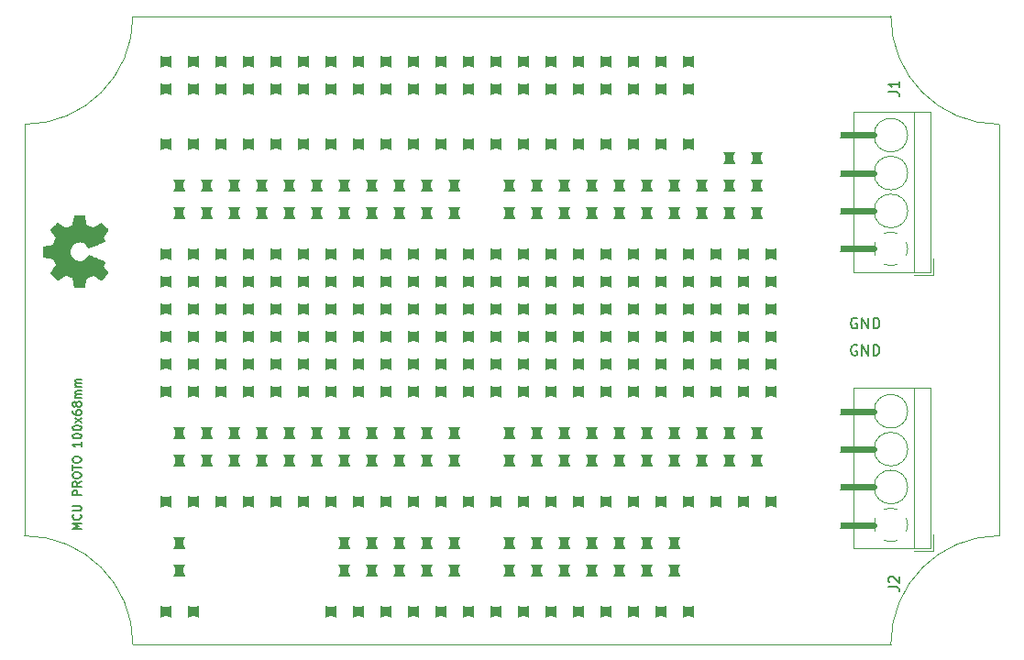
<source format=gbr>
G04 #@! TF.GenerationSoftware,KiCad,Pcbnew,7.0.11+dfsg-1build4*
G04 #@! TF.CreationDate,2025-11-10T09:45:06-05:00*
G04 #@! TF.ProjectId,MCU_PROTO_100x68mm,4d43555f-5052-44f5-944f-5f3130307836,rev?*
G04 #@! TF.SameCoordinates,Original*
G04 #@! TF.FileFunction,Legend,Top*
G04 #@! TF.FilePolarity,Positive*
%FSLAX46Y46*%
G04 Gerber Fmt 4.6, Leading zero omitted, Abs format (unit mm)*
G04 Created by KiCad (PCBNEW 7.0.11+dfsg-1build4) date 2025-11-10 09:45:06*
%MOMM*%
%LPD*%
G01*
G04 APERTURE LIST*
%ADD10C,0.600000*%
%ADD11C,0.150000*%
%ADD12C,0.100000*%
%ADD13C,0.120000*%
%ADD14C,0.010000*%
%ADD15C,1.700000*%
%ADD16C,3.000000*%
%ADD17R,2.400000X2.400000*%
%ADD18C,2.400000*%
G04 #@! TA.AperFunction,Profile*
%ADD19C,0.050000*%
G04 #@! TD*
G04 APERTURE END LIST*
D10*
X175260000Y-111000000D02*
X178445000Y-111000000D01*
X175260000Y-114500000D02*
X178445000Y-114500000D01*
X175260000Y-118000000D02*
X178445000Y-118000000D01*
X175260000Y-121500000D02*
X178444273Y-121499860D01*
X175260000Y-136500000D02*
X178445000Y-136500000D01*
X175260000Y-140000000D02*
X178445000Y-140000000D01*
X175260000Y-143500000D02*
X178445000Y-143500000D01*
X175260000Y-147000000D02*
X178444273Y-146999860D01*
D11*
X176860588Y-130417438D02*
X176765350Y-130369819D01*
X176765350Y-130369819D02*
X176622493Y-130369819D01*
X176622493Y-130369819D02*
X176479636Y-130417438D01*
X176479636Y-130417438D02*
X176384398Y-130512676D01*
X176384398Y-130512676D02*
X176336779Y-130607914D01*
X176336779Y-130607914D02*
X176289160Y-130798390D01*
X176289160Y-130798390D02*
X176289160Y-130941247D01*
X176289160Y-130941247D02*
X176336779Y-131131723D01*
X176336779Y-131131723D02*
X176384398Y-131226961D01*
X176384398Y-131226961D02*
X176479636Y-131322200D01*
X176479636Y-131322200D02*
X176622493Y-131369819D01*
X176622493Y-131369819D02*
X176717731Y-131369819D01*
X176717731Y-131369819D02*
X176860588Y-131322200D01*
X176860588Y-131322200D02*
X176908207Y-131274580D01*
X176908207Y-131274580D02*
X176908207Y-130941247D01*
X176908207Y-130941247D02*
X176717731Y-130941247D01*
X177336779Y-131369819D02*
X177336779Y-130369819D01*
X177336779Y-130369819D02*
X177908207Y-131369819D01*
X177908207Y-131369819D02*
X177908207Y-130369819D01*
X178384398Y-131369819D02*
X178384398Y-130369819D01*
X178384398Y-130369819D02*
X178622493Y-130369819D01*
X178622493Y-130369819D02*
X178765350Y-130417438D01*
X178765350Y-130417438D02*
X178860588Y-130512676D01*
X178860588Y-130512676D02*
X178908207Y-130607914D01*
X178908207Y-130607914D02*
X178955826Y-130798390D01*
X178955826Y-130798390D02*
X178955826Y-130941247D01*
X178955826Y-130941247D02*
X178908207Y-131131723D01*
X178908207Y-131131723D02*
X178860588Y-131226961D01*
X178860588Y-131226961D02*
X178765350Y-131322200D01*
X178765350Y-131322200D02*
X178622493Y-131369819D01*
X178622493Y-131369819D02*
X178384398Y-131369819D01*
X176860588Y-127917438D02*
X176765350Y-127869819D01*
X176765350Y-127869819D02*
X176622493Y-127869819D01*
X176622493Y-127869819D02*
X176479636Y-127917438D01*
X176479636Y-127917438D02*
X176384398Y-128012676D01*
X176384398Y-128012676D02*
X176336779Y-128107914D01*
X176336779Y-128107914D02*
X176289160Y-128298390D01*
X176289160Y-128298390D02*
X176289160Y-128441247D01*
X176289160Y-128441247D02*
X176336779Y-128631723D01*
X176336779Y-128631723D02*
X176384398Y-128726961D01*
X176384398Y-128726961D02*
X176479636Y-128822200D01*
X176479636Y-128822200D02*
X176622493Y-128869819D01*
X176622493Y-128869819D02*
X176717731Y-128869819D01*
X176717731Y-128869819D02*
X176860588Y-128822200D01*
X176860588Y-128822200D02*
X176908207Y-128774580D01*
X176908207Y-128774580D02*
X176908207Y-128441247D01*
X176908207Y-128441247D02*
X176717731Y-128441247D01*
X177336779Y-128869819D02*
X177336779Y-127869819D01*
X177336779Y-127869819D02*
X177908207Y-128869819D01*
X177908207Y-128869819D02*
X177908207Y-127869819D01*
X178384398Y-128869819D02*
X178384398Y-127869819D01*
X178384398Y-127869819D02*
X178622493Y-127869819D01*
X178622493Y-127869819D02*
X178765350Y-127917438D01*
X178765350Y-127917438D02*
X178860588Y-128012676D01*
X178860588Y-128012676D02*
X178908207Y-128107914D01*
X178908207Y-128107914D02*
X178955826Y-128298390D01*
X178955826Y-128298390D02*
X178955826Y-128441247D01*
X178955826Y-128441247D02*
X178908207Y-128631723D01*
X178908207Y-128631723D02*
X178860588Y-128726961D01*
X178860588Y-128726961D02*
X178765350Y-128822200D01*
X178765350Y-128822200D02*
X178622493Y-128869819D01*
X178622493Y-128869819D02*
X178384398Y-128869819D01*
X105217195Y-147408033D02*
X104417195Y-147408033D01*
X104417195Y-147408033D02*
X104988623Y-147141367D01*
X104988623Y-147141367D02*
X104417195Y-146874700D01*
X104417195Y-146874700D02*
X105217195Y-146874700D01*
X105141004Y-146036604D02*
X105179100Y-146074700D01*
X105179100Y-146074700D02*
X105217195Y-146188985D01*
X105217195Y-146188985D02*
X105217195Y-146265176D01*
X105217195Y-146265176D02*
X105179100Y-146379462D01*
X105179100Y-146379462D02*
X105102909Y-146455652D01*
X105102909Y-146455652D02*
X105026719Y-146493747D01*
X105026719Y-146493747D02*
X104874338Y-146531843D01*
X104874338Y-146531843D02*
X104760052Y-146531843D01*
X104760052Y-146531843D02*
X104607671Y-146493747D01*
X104607671Y-146493747D02*
X104531480Y-146455652D01*
X104531480Y-146455652D02*
X104455290Y-146379462D01*
X104455290Y-146379462D02*
X104417195Y-146265176D01*
X104417195Y-146265176D02*
X104417195Y-146188985D01*
X104417195Y-146188985D02*
X104455290Y-146074700D01*
X104455290Y-146074700D02*
X104493385Y-146036604D01*
X104417195Y-145693747D02*
X105064814Y-145693747D01*
X105064814Y-145693747D02*
X105141004Y-145655652D01*
X105141004Y-145655652D02*
X105179100Y-145617557D01*
X105179100Y-145617557D02*
X105217195Y-145541366D01*
X105217195Y-145541366D02*
X105217195Y-145388985D01*
X105217195Y-145388985D02*
X105179100Y-145312795D01*
X105179100Y-145312795D02*
X105141004Y-145274700D01*
X105141004Y-145274700D02*
X105064814Y-145236604D01*
X105064814Y-145236604D02*
X104417195Y-145236604D01*
X105217195Y-144246128D02*
X104417195Y-144246128D01*
X104417195Y-144246128D02*
X104417195Y-143941366D01*
X104417195Y-143941366D02*
X104455290Y-143865176D01*
X104455290Y-143865176D02*
X104493385Y-143827081D01*
X104493385Y-143827081D02*
X104569576Y-143788985D01*
X104569576Y-143788985D02*
X104683861Y-143788985D01*
X104683861Y-143788985D02*
X104760052Y-143827081D01*
X104760052Y-143827081D02*
X104798147Y-143865176D01*
X104798147Y-143865176D02*
X104836242Y-143941366D01*
X104836242Y-143941366D02*
X104836242Y-144246128D01*
X105217195Y-142988985D02*
X104836242Y-143255652D01*
X105217195Y-143446128D02*
X104417195Y-143446128D01*
X104417195Y-143446128D02*
X104417195Y-143141366D01*
X104417195Y-143141366D02*
X104455290Y-143065176D01*
X104455290Y-143065176D02*
X104493385Y-143027081D01*
X104493385Y-143027081D02*
X104569576Y-142988985D01*
X104569576Y-142988985D02*
X104683861Y-142988985D01*
X104683861Y-142988985D02*
X104760052Y-143027081D01*
X104760052Y-143027081D02*
X104798147Y-143065176D01*
X104798147Y-143065176D02*
X104836242Y-143141366D01*
X104836242Y-143141366D02*
X104836242Y-143446128D01*
X104417195Y-142493747D02*
X104417195Y-142341366D01*
X104417195Y-142341366D02*
X104455290Y-142265176D01*
X104455290Y-142265176D02*
X104531480Y-142188985D01*
X104531480Y-142188985D02*
X104683861Y-142150890D01*
X104683861Y-142150890D02*
X104950528Y-142150890D01*
X104950528Y-142150890D02*
X105102909Y-142188985D01*
X105102909Y-142188985D02*
X105179100Y-142265176D01*
X105179100Y-142265176D02*
X105217195Y-142341366D01*
X105217195Y-142341366D02*
X105217195Y-142493747D01*
X105217195Y-142493747D02*
X105179100Y-142569938D01*
X105179100Y-142569938D02*
X105102909Y-142646128D01*
X105102909Y-142646128D02*
X104950528Y-142684224D01*
X104950528Y-142684224D02*
X104683861Y-142684224D01*
X104683861Y-142684224D02*
X104531480Y-142646128D01*
X104531480Y-142646128D02*
X104455290Y-142569938D01*
X104455290Y-142569938D02*
X104417195Y-142493747D01*
X104417195Y-141922319D02*
X104417195Y-141465176D01*
X105217195Y-141693748D02*
X104417195Y-141693748D01*
X104417195Y-141046128D02*
X104417195Y-140893747D01*
X104417195Y-140893747D02*
X104455290Y-140817557D01*
X104455290Y-140817557D02*
X104531480Y-140741366D01*
X104531480Y-140741366D02*
X104683861Y-140703271D01*
X104683861Y-140703271D02*
X104950528Y-140703271D01*
X104950528Y-140703271D02*
X105102909Y-140741366D01*
X105102909Y-140741366D02*
X105179100Y-140817557D01*
X105179100Y-140817557D02*
X105217195Y-140893747D01*
X105217195Y-140893747D02*
X105217195Y-141046128D01*
X105217195Y-141046128D02*
X105179100Y-141122319D01*
X105179100Y-141122319D02*
X105102909Y-141198509D01*
X105102909Y-141198509D02*
X104950528Y-141236605D01*
X104950528Y-141236605D02*
X104683861Y-141236605D01*
X104683861Y-141236605D02*
X104531480Y-141198509D01*
X104531480Y-141198509D02*
X104455290Y-141122319D01*
X104455290Y-141122319D02*
X104417195Y-141046128D01*
X105217195Y-139331843D02*
X105217195Y-139788986D01*
X105217195Y-139560414D02*
X104417195Y-139560414D01*
X104417195Y-139560414D02*
X104531480Y-139636605D01*
X104531480Y-139636605D02*
X104607671Y-139712795D01*
X104607671Y-139712795D02*
X104645766Y-139788986D01*
X104417195Y-138836604D02*
X104417195Y-138760414D01*
X104417195Y-138760414D02*
X104455290Y-138684223D01*
X104455290Y-138684223D02*
X104493385Y-138646128D01*
X104493385Y-138646128D02*
X104569576Y-138608033D01*
X104569576Y-138608033D02*
X104721957Y-138569938D01*
X104721957Y-138569938D02*
X104912433Y-138569938D01*
X104912433Y-138569938D02*
X105064814Y-138608033D01*
X105064814Y-138608033D02*
X105141004Y-138646128D01*
X105141004Y-138646128D02*
X105179100Y-138684223D01*
X105179100Y-138684223D02*
X105217195Y-138760414D01*
X105217195Y-138760414D02*
X105217195Y-138836604D01*
X105217195Y-138836604D02*
X105179100Y-138912795D01*
X105179100Y-138912795D02*
X105141004Y-138950890D01*
X105141004Y-138950890D02*
X105064814Y-138988985D01*
X105064814Y-138988985D02*
X104912433Y-139027081D01*
X104912433Y-139027081D02*
X104721957Y-139027081D01*
X104721957Y-139027081D02*
X104569576Y-138988985D01*
X104569576Y-138988985D02*
X104493385Y-138950890D01*
X104493385Y-138950890D02*
X104455290Y-138912795D01*
X104455290Y-138912795D02*
X104417195Y-138836604D01*
X104417195Y-138074699D02*
X104417195Y-137998509D01*
X104417195Y-137998509D02*
X104455290Y-137922318D01*
X104455290Y-137922318D02*
X104493385Y-137884223D01*
X104493385Y-137884223D02*
X104569576Y-137846128D01*
X104569576Y-137846128D02*
X104721957Y-137808033D01*
X104721957Y-137808033D02*
X104912433Y-137808033D01*
X104912433Y-137808033D02*
X105064814Y-137846128D01*
X105064814Y-137846128D02*
X105141004Y-137884223D01*
X105141004Y-137884223D02*
X105179100Y-137922318D01*
X105179100Y-137922318D02*
X105217195Y-137998509D01*
X105217195Y-137998509D02*
X105217195Y-138074699D01*
X105217195Y-138074699D02*
X105179100Y-138150890D01*
X105179100Y-138150890D02*
X105141004Y-138188985D01*
X105141004Y-138188985D02*
X105064814Y-138227080D01*
X105064814Y-138227080D02*
X104912433Y-138265176D01*
X104912433Y-138265176D02*
X104721957Y-138265176D01*
X104721957Y-138265176D02*
X104569576Y-138227080D01*
X104569576Y-138227080D02*
X104493385Y-138188985D01*
X104493385Y-138188985D02*
X104455290Y-138150890D01*
X104455290Y-138150890D02*
X104417195Y-138074699D01*
X105217195Y-137541366D02*
X104683861Y-137122318D01*
X104683861Y-137541366D02*
X105217195Y-137122318D01*
X104417195Y-136474699D02*
X104417195Y-136627080D01*
X104417195Y-136627080D02*
X104455290Y-136703271D01*
X104455290Y-136703271D02*
X104493385Y-136741366D01*
X104493385Y-136741366D02*
X104607671Y-136817556D01*
X104607671Y-136817556D02*
X104760052Y-136855652D01*
X104760052Y-136855652D02*
X105064814Y-136855652D01*
X105064814Y-136855652D02*
X105141004Y-136817556D01*
X105141004Y-136817556D02*
X105179100Y-136779461D01*
X105179100Y-136779461D02*
X105217195Y-136703271D01*
X105217195Y-136703271D02*
X105217195Y-136550890D01*
X105217195Y-136550890D02*
X105179100Y-136474699D01*
X105179100Y-136474699D02*
X105141004Y-136436604D01*
X105141004Y-136436604D02*
X105064814Y-136398509D01*
X105064814Y-136398509D02*
X104874338Y-136398509D01*
X104874338Y-136398509D02*
X104798147Y-136436604D01*
X104798147Y-136436604D02*
X104760052Y-136474699D01*
X104760052Y-136474699D02*
X104721957Y-136550890D01*
X104721957Y-136550890D02*
X104721957Y-136703271D01*
X104721957Y-136703271D02*
X104760052Y-136779461D01*
X104760052Y-136779461D02*
X104798147Y-136817556D01*
X104798147Y-136817556D02*
X104874338Y-136855652D01*
X104760052Y-135941366D02*
X104721957Y-136017556D01*
X104721957Y-136017556D02*
X104683861Y-136055651D01*
X104683861Y-136055651D02*
X104607671Y-136093747D01*
X104607671Y-136093747D02*
X104569576Y-136093747D01*
X104569576Y-136093747D02*
X104493385Y-136055651D01*
X104493385Y-136055651D02*
X104455290Y-136017556D01*
X104455290Y-136017556D02*
X104417195Y-135941366D01*
X104417195Y-135941366D02*
X104417195Y-135788985D01*
X104417195Y-135788985D02*
X104455290Y-135712794D01*
X104455290Y-135712794D02*
X104493385Y-135674699D01*
X104493385Y-135674699D02*
X104569576Y-135636604D01*
X104569576Y-135636604D02*
X104607671Y-135636604D01*
X104607671Y-135636604D02*
X104683861Y-135674699D01*
X104683861Y-135674699D02*
X104721957Y-135712794D01*
X104721957Y-135712794D02*
X104760052Y-135788985D01*
X104760052Y-135788985D02*
X104760052Y-135941366D01*
X104760052Y-135941366D02*
X104798147Y-136017556D01*
X104798147Y-136017556D02*
X104836242Y-136055651D01*
X104836242Y-136055651D02*
X104912433Y-136093747D01*
X104912433Y-136093747D02*
X105064814Y-136093747D01*
X105064814Y-136093747D02*
X105141004Y-136055651D01*
X105141004Y-136055651D02*
X105179100Y-136017556D01*
X105179100Y-136017556D02*
X105217195Y-135941366D01*
X105217195Y-135941366D02*
X105217195Y-135788985D01*
X105217195Y-135788985D02*
X105179100Y-135712794D01*
X105179100Y-135712794D02*
X105141004Y-135674699D01*
X105141004Y-135674699D02*
X105064814Y-135636604D01*
X105064814Y-135636604D02*
X104912433Y-135636604D01*
X104912433Y-135636604D02*
X104836242Y-135674699D01*
X104836242Y-135674699D02*
X104798147Y-135712794D01*
X104798147Y-135712794D02*
X104760052Y-135788985D01*
X105217195Y-135293746D02*
X104683861Y-135293746D01*
X104760052Y-135293746D02*
X104721957Y-135255651D01*
X104721957Y-135255651D02*
X104683861Y-135179461D01*
X104683861Y-135179461D02*
X104683861Y-135065175D01*
X104683861Y-135065175D02*
X104721957Y-134988984D01*
X104721957Y-134988984D02*
X104798147Y-134950889D01*
X104798147Y-134950889D02*
X105217195Y-134950889D01*
X104798147Y-134950889D02*
X104721957Y-134912794D01*
X104721957Y-134912794D02*
X104683861Y-134836603D01*
X104683861Y-134836603D02*
X104683861Y-134722318D01*
X104683861Y-134722318D02*
X104721957Y-134646127D01*
X104721957Y-134646127D02*
X104798147Y-134608032D01*
X104798147Y-134608032D02*
X105217195Y-134608032D01*
X105217195Y-134227079D02*
X104683861Y-134227079D01*
X104760052Y-134227079D02*
X104721957Y-134188984D01*
X104721957Y-134188984D02*
X104683861Y-134112794D01*
X104683861Y-134112794D02*
X104683861Y-133998508D01*
X104683861Y-133998508D02*
X104721957Y-133922317D01*
X104721957Y-133922317D02*
X104798147Y-133884222D01*
X104798147Y-133884222D02*
X105217195Y-133884222D01*
X104798147Y-133884222D02*
X104721957Y-133846127D01*
X104721957Y-133846127D02*
X104683861Y-133769936D01*
X104683861Y-133769936D02*
X104683861Y-133655651D01*
X104683861Y-133655651D02*
X104721957Y-133579460D01*
X104721957Y-133579460D02*
X104798147Y-133541365D01*
X104798147Y-133541365D02*
X105217195Y-133541365D01*
X179794819Y-152733333D02*
X180509104Y-152733333D01*
X180509104Y-152733333D02*
X180651961Y-152780952D01*
X180651961Y-152780952D02*
X180747200Y-152876190D01*
X180747200Y-152876190D02*
X180794819Y-153019047D01*
X180794819Y-153019047D02*
X180794819Y-153114285D01*
X179890057Y-152304761D02*
X179842438Y-152257142D01*
X179842438Y-152257142D02*
X179794819Y-152161904D01*
X179794819Y-152161904D02*
X179794819Y-151923809D01*
X179794819Y-151923809D02*
X179842438Y-151828571D01*
X179842438Y-151828571D02*
X179890057Y-151780952D01*
X179890057Y-151780952D02*
X179985295Y-151733333D01*
X179985295Y-151733333D02*
X180080533Y-151733333D01*
X180080533Y-151733333D02*
X180223390Y-151780952D01*
X180223390Y-151780952D02*
X180794819Y-152352380D01*
X180794819Y-152352380D02*
X180794819Y-151733333D01*
X179794819Y-107013333D02*
X180509104Y-107013333D01*
X180509104Y-107013333D02*
X180651961Y-107060952D01*
X180651961Y-107060952D02*
X180747200Y-107156190D01*
X180747200Y-107156190D02*
X180794819Y-107299047D01*
X180794819Y-107299047D02*
X180794819Y-107394285D01*
X180794819Y-106013333D02*
X180794819Y-106584761D01*
X180794819Y-106299047D02*
X179794819Y-106299047D01*
X179794819Y-106299047D02*
X179937676Y-106394285D01*
X179937676Y-106394285D02*
X180032914Y-106489523D01*
X180032914Y-106489523D02*
X180080533Y-106584761D01*
D12*
X128740000Y-125020000D02*
X128664928Y-124973652D01*
X128501368Y-124907570D01*
X128328203Y-124873910D01*
X128151797Y-124873910D01*
X127978632Y-124907570D01*
X127815072Y-124973652D01*
X127740000Y-125020000D01*
X127740000Y-123980000D01*
X127815071Y-124026348D01*
X127978632Y-124092431D01*
X128151797Y-124126091D01*
X128328203Y-124126091D01*
X128501368Y-124092431D01*
X128664929Y-124026348D01*
X128740000Y-123980000D01*
X128740000Y-125020000D01*
G36*
X128740000Y-125020000D02*
G01*
X128664928Y-124973652D01*
X128501368Y-124907570D01*
X128328203Y-124873910D01*
X128151797Y-124873910D01*
X127978632Y-124907570D01*
X127815072Y-124973652D01*
X127740000Y-125020000D01*
X127740000Y-123980000D01*
X127815071Y-124026348D01*
X127978632Y-124092431D01*
X128151797Y-124126091D01*
X128328203Y-124126091D01*
X128501368Y-124092431D01*
X128664929Y-124026348D01*
X128740000Y-123980000D01*
X128740000Y-125020000D01*
G37*
X151600000Y-132640000D02*
X151524928Y-132593652D01*
X151361368Y-132527570D01*
X151188203Y-132493910D01*
X151011797Y-132493910D01*
X150838632Y-132527570D01*
X150675072Y-132593652D01*
X150600000Y-132640000D01*
X150600000Y-131600000D01*
X150675071Y-131646348D01*
X150838632Y-131712431D01*
X151011797Y-131746091D01*
X151188203Y-131746091D01*
X151361368Y-131712431D01*
X151524929Y-131646348D01*
X151600000Y-131600000D01*
X151600000Y-132640000D01*
G36*
X151600000Y-132640000D02*
G01*
X151524928Y-132593652D01*
X151361368Y-132527570D01*
X151188203Y-132493910D01*
X151011797Y-132493910D01*
X150838632Y-132527570D01*
X150675072Y-132593652D01*
X150600000Y-132640000D01*
X150600000Y-131600000D01*
X150675071Y-131646348D01*
X150838632Y-131712431D01*
X151011797Y-131746091D01*
X151188203Y-131746091D01*
X151361368Y-131712431D01*
X151524929Y-131646348D01*
X151600000Y-131600000D01*
X151600000Y-132640000D01*
G37*
X169380000Y-127560000D02*
X169304928Y-127513652D01*
X169141368Y-127447570D01*
X168968203Y-127413910D01*
X168791797Y-127413910D01*
X168618632Y-127447570D01*
X168455072Y-127513652D01*
X168380000Y-127560000D01*
X168380000Y-126520000D01*
X168455071Y-126566348D01*
X168618632Y-126632431D01*
X168791797Y-126666091D01*
X168968203Y-126666091D01*
X169141368Y-126632431D01*
X169304929Y-126566348D01*
X169380000Y-126520000D01*
X169380000Y-127560000D01*
G36*
X169380000Y-127560000D02*
G01*
X169304928Y-127513652D01*
X169141368Y-127447570D01*
X168968203Y-127413910D01*
X168791797Y-127413910D01*
X168618632Y-127447570D01*
X168455072Y-127513652D01*
X168380000Y-127560000D01*
X168380000Y-126520000D01*
X168455071Y-126566348D01*
X168618632Y-126632431D01*
X168791797Y-126666091D01*
X168968203Y-126666091D01*
X169141368Y-126632431D01*
X169304929Y-126566348D01*
X169380000Y-126520000D01*
X169380000Y-127560000D01*
G37*
X140143652Y-140585071D02*
X140077569Y-140748632D01*
X140043909Y-140921797D01*
X140043909Y-141098203D01*
X140077569Y-141271368D01*
X140143652Y-141434929D01*
X140190000Y-141510000D01*
X139150000Y-141510000D01*
X139196348Y-141434928D01*
X139262430Y-141271368D01*
X139296090Y-141098203D01*
X139296090Y-140921797D01*
X139262430Y-140748632D01*
X139196348Y-140585072D01*
X139150000Y-140510000D01*
X140190000Y-140510000D01*
X140143652Y-140585071D01*
G36*
X140143652Y-140585071D02*
G01*
X140077569Y-140748632D01*
X140043909Y-140921797D01*
X140043909Y-141098203D01*
X140077569Y-141271368D01*
X140143652Y-141434929D01*
X140190000Y-141510000D01*
X139150000Y-141510000D01*
X139196348Y-141434928D01*
X139262430Y-141271368D01*
X139296090Y-141098203D01*
X139296090Y-140921797D01*
X139262430Y-140748632D01*
X139196348Y-140585072D01*
X139150000Y-140510000D01*
X140190000Y-140510000D01*
X140143652Y-140585071D01*
G37*
X116040000Y-127560000D02*
X115964928Y-127513652D01*
X115801368Y-127447570D01*
X115628203Y-127413910D01*
X115451797Y-127413910D01*
X115278632Y-127447570D01*
X115115072Y-127513652D01*
X115040000Y-127560000D01*
X115040000Y-126520000D01*
X115115071Y-126566348D01*
X115278632Y-126632431D01*
X115451797Y-126666091D01*
X115628203Y-126666091D01*
X115801368Y-126632431D01*
X115964929Y-126566348D01*
X116040000Y-126520000D01*
X116040000Y-127560000D01*
G36*
X116040000Y-127560000D02*
G01*
X115964928Y-127513652D01*
X115801368Y-127447570D01*
X115628203Y-127413910D01*
X115451797Y-127413910D01*
X115278632Y-127447570D01*
X115115072Y-127513652D01*
X115040000Y-127560000D01*
X115040000Y-126520000D01*
X115115071Y-126566348D01*
X115278632Y-126632431D01*
X115451797Y-126666091D01*
X115628203Y-126666091D01*
X115801368Y-126632431D01*
X115964929Y-126566348D01*
X116040000Y-126520000D01*
X116040000Y-127560000D01*
G37*
X128740000Y-122480000D02*
X128664928Y-122433652D01*
X128501368Y-122367570D01*
X128328203Y-122333910D01*
X128151797Y-122333910D01*
X127978632Y-122367570D01*
X127815072Y-122433652D01*
X127740000Y-122480000D01*
X127740000Y-121440000D01*
X127815071Y-121486348D01*
X127978632Y-121552431D01*
X128151797Y-121586091D01*
X128328203Y-121586091D01*
X128501368Y-121552431D01*
X128664929Y-121486348D01*
X128740000Y-121440000D01*
X128740000Y-122480000D01*
G36*
X128740000Y-122480000D02*
G01*
X128664928Y-122433652D01*
X128501368Y-122367570D01*
X128328203Y-122333910D01*
X128151797Y-122333910D01*
X127978632Y-122367570D01*
X127815072Y-122433652D01*
X127740000Y-122480000D01*
X127740000Y-121440000D01*
X127815071Y-121486348D01*
X127978632Y-121552431D01*
X128151797Y-121586091D01*
X128328203Y-121586091D01*
X128501368Y-121552431D01*
X128664929Y-121486348D01*
X128740000Y-121440000D01*
X128740000Y-122480000D01*
G37*
X164300000Y-130100000D02*
X164224928Y-130053652D01*
X164061368Y-129987570D01*
X163888203Y-129953910D01*
X163711797Y-129953910D01*
X163538632Y-129987570D01*
X163375072Y-130053652D01*
X163300000Y-130100000D01*
X163300000Y-129060000D01*
X163375071Y-129106348D01*
X163538632Y-129172431D01*
X163711797Y-129206091D01*
X163888203Y-129206091D01*
X164061368Y-129172431D01*
X164224929Y-129106348D01*
X164300000Y-129060000D01*
X164300000Y-130100000D01*
G36*
X164300000Y-130100000D02*
G01*
X164224928Y-130053652D01*
X164061368Y-129987570D01*
X163888203Y-129953910D01*
X163711797Y-129953910D01*
X163538632Y-129987570D01*
X163375072Y-130053652D01*
X163300000Y-130100000D01*
X163300000Y-129060000D01*
X163375071Y-129106348D01*
X163538632Y-129172431D01*
X163711797Y-129206091D01*
X163888203Y-129206091D01*
X164061368Y-129172431D01*
X164224929Y-129106348D01*
X164300000Y-129060000D01*
X164300000Y-130100000D01*
G37*
X151600000Y-104700000D02*
X151524928Y-104653652D01*
X151361368Y-104587570D01*
X151188203Y-104553910D01*
X151011797Y-104553910D01*
X150838632Y-104587570D01*
X150675072Y-104653652D01*
X150600000Y-104700000D01*
X150600000Y-103660000D01*
X150675071Y-103706348D01*
X150838632Y-103772431D01*
X151011797Y-103806091D01*
X151188203Y-103806091D01*
X151361368Y-103772431D01*
X151524929Y-103706348D01*
X151600000Y-103660000D01*
X151600000Y-104700000D01*
G36*
X151600000Y-104700000D02*
G01*
X151524928Y-104653652D01*
X151361368Y-104587570D01*
X151188203Y-104553910D01*
X151011797Y-104553910D01*
X150838632Y-104587570D01*
X150675072Y-104653652D01*
X150600000Y-104700000D01*
X150600000Y-103660000D01*
X150675071Y-103706348D01*
X150838632Y-103772431D01*
X151011797Y-103806091D01*
X151188203Y-103806091D01*
X151361368Y-103772431D01*
X151524929Y-103706348D01*
X151600000Y-103660000D01*
X151600000Y-104700000D01*
G37*
X129983652Y-140585071D02*
X129917569Y-140748632D01*
X129883909Y-140921797D01*
X129883909Y-141098203D01*
X129917569Y-141271368D01*
X129983652Y-141434929D01*
X130030000Y-141510000D01*
X128990000Y-141510000D01*
X129036348Y-141434928D01*
X129102430Y-141271368D01*
X129136090Y-141098203D01*
X129136090Y-140921797D01*
X129102430Y-140748632D01*
X129036348Y-140585072D01*
X128990000Y-140510000D01*
X130030000Y-140510000D01*
X129983652Y-140585071D01*
G36*
X129983652Y-140585071D02*
G01*
X129917569Y-140748632D01*
X129883909Y-140921797D01*
X129883909Y-141098203D01*
X129917569Y-141271368D01*
X129983652Y-141434929D01*
X130030000Y-141510000D01*
X128990000Y-141510000D01*
X129036348Y-141434928D01*
X129102430Y-141271368D01*
X129136090Y-141098203D01*
X129136090Y-140921797D01*
X129102430Y-140748632D01*
X129036348Y-140585072D01*
X128990000Y-140510000D01*
X130030000Y-140510000D01*
X129983652Y-140585071D01*
G37*
X126200000Y-112320000D02*
X126124928Y-112273652D01*
X125961368Y-112207570D01*
X125788203Y-112173910D01*
X125611797Y-112173910D01*
X125438632Y-112207570D01*
X125275072Y-112273652D01*
X125200000Y-112320000D01*
X125200000Y-111280000D01*
X125275071Y-111326348D01*
X125438632Y-111392431D01*
X125611797Y-111426091D01*
X125788203Y-111426091D01*
X125961368Y-111392431D01*
X126124929Y-111326348D01*
X126200000Y-111280000D01*
X126200000Y-112320000D01*
G36*
X126200000Y-112320000D02*
G01*
X126124928Y-112273652D01*
X125961368Y-112207570D01*
X125788203Y-112173910D01*
X125611797Y-112173910D01*
X125438632Y-112207570D01*
X125275072Y-112273652D01*
X125200000Y-112320000D01*
X125200000Y-111280000D01*
X125275071Y-111326348D01*
X125438632Y-111392431D01*
X125611797Y-111426091D01*
X125788203Y-111426091D01*
X125961368Y-111392431D01*
X126124929Y-111326348D01*
X126200000Y-111280000D01*
X126200000Y-112320000D01*
G37*
X151600000Y-130100000D02*
X151524928Y-130053652D01*
X151361368Y-129987570D01*
X151188203Y-129953910D01*
X151011797Y-129953910D01*
X150838632Y-129987570D01*
X150675072Y-130053652D01*
X150600000Y-130100000D01*
X150600000Y-129060000D01*
X150675071Y-129106348D01*
X150838632Y-129172431D01*
X151011797Y-129206091D01*
X151188203Y-129206091D01*
X151361368Y-129172431D01*
X151524929Y-129106348D01*
X151600000Y-129060000D01*
X151600000Y-130100000D01*
G36*
X151600000Y-130100000D02*
G01*
X151524928Y-130053652D01*
X151361368Y-129987570D01*
X151188203Y-129953910D01*
X151011797Y-129953910D01*
X150838632Y-129987570D01*
X150675072Y-130053652D01*
X150600000Y-130100000D01*
X150600000Y-129060000D01*
X150675071Y-129106348D01*
X150838632Y-129172431D01*
X151011797Y-129206091D01*
X151188203Y-129206091D01*
X151361368Y-129172431D01*
X151524929Y-129106348D01*
X151600000Y-129060000D01*
X151600000Y-130100000D01*
G37*
X133820000Y-130100000D02*
X133744928Y-130053652D01*
X133581368Y-129987570D01*
X133408203Y-129953910D01*
X133231797Y-129953910D01*
X133058632Y-129987570D01*
X132895072Y-130053652D01*
X132820000Y-130100000D01*
X132820000Y-129060000D01*
X132895071Y-129106348D01*
X133058632Y-129172431D01*
X133231797Y-129206091D01*
X133408203Y-129206091D01*
X133581368Y-129172431D01*
X133744929Y-129106348D01*
X133820000Y-129060000D01*
X133820000Y-130100000D01*
G36*
X133820000Y-130100000D02*
G01*
X133744928Y-130053652D01*
X133581368Y-129987570D01*
X133408203Y-129953910D01*
X133231797Y-129953910D01*
X133058632Y-129987570D01*
X132895072Y-130053652D01*
X132820000Y-130100000D01*
X132820000Y-129060000D01*
X132895071Y-129106348D01*
X133058632Y-129172431D01*
X133231797Y-129206091D01*
X133408203Y-129206091D01*
X133581368Y-129172431D01*
X133744929Y-129106348D01*
X133820000Y-129060000D01*
X133820000Y-130100000D01*
G37*
X150303652Y-138045071D02*
X150237569Y-138208632D01*
X150203909Y-138381797D01*
X150203909Y-138558203D01*
X150237569Y-138731368D01*
X150303652Y-138894929D01*
X150350000Y-138970000D01*
X149310000Y-138970000D01*
X149356348Y-138894928D01*
X149422430Y-138731368D01*
X149456090Y-138558203D01*
X149456090Y-138381797D01*
X149422430Y-138208632D01*
X149356348Y-138045072D01*
X149310000Y-137970000D01*
X150350000Y-137970000D01*
X150303652Y-138045071D01*
G36*
X150303652Y-138045071D02*
G01*
X150237569Y-138208632D01*
X150203909Y-138381797D01*
X150203909Y-138558203D01*
X150237569Y-138731368D01*
X150303652Y-138894929D01*
X150350000Y-138970000D01*
X149310000Y-138970000D01*
X149356348Y-138894928D01*
X149422430Y-138731368D01*
X149456090Y-138558203D01*
X149456090Y-138381797D01*
X149422430Y-138208632D01*
X149356348Y-138045072D01*
X149310000Y-137970000D01*
X150350000Y-137970000D01*
X150303652Y-138045071D01*
G37*
X152843652Y-138045071D02*
X152777569Y-138208632D01*
X152743909Y-138381797D01*
X152743909Y-138558203D01*
X152777569Y-138731368D01*
X152843652Y-138894929D01*
X152890000Y-138970000D01*
X151850000Y-138970000D01*
X151896348Y-138894928D01*
X151962430Y-138731368D01*
X151996090Y-138558203D01*
X151996090Y-138381797D01*
X151962430Y-138208632D01*
X151896348Y-138045072D01*
X151850000Y-137970000D01*
X152890000Y-137970000D01*
X152843652Y-138045071D01*
G36*
X152843652Y-138045071D02*
G01*
X152777569Y-138208632D01*
X152743909Y-138381797D01*
X152743909Y-138558203D01*
X152777569Y-138731368D01*
X152843652Y-138894929D01*
X152890000Y-138970000D01*
X151850000Y-138970000D01*
X151896348Y-138894928D01*
X151962430Y-138731368D01*
X151996090Y-138558203D01*
X151996090Y-138381797D01*
X151962430Y-138208632D01*
X151896348Y-138045072D01*
X151850000Y-137970000D01*
X152890000Y-137970000D01*
X152843652Y-138045071D01*
G37*
X154140000Y-145340000D02*
X154064928Y-145293652D01*
X153901368Y-145227570D01*
X153728203Y-145193910D01*
X153551797Y-145193910D01*
X153378632Y-145227570D01*
X153215072Y-145293652D01*
X153140000Y-145340000D01*
X153140000Y-144300000D01*
X153215071Y-144346348D01*
X153378632Y-144412431D01*
X153551797Y-144446091D01*
X153728203Y-144446091D01*
X153901368Y-144412431D01*
X154064929Y-144346348D01*
X154140000Y-144300000D01*
X154140000Y-145340000D01*
G36*
X154140000Y-145340000D02*
G01*
X154064928Y-145293652D01*
X153901368Y-145227570D01*
X153728203Y-145193910D01*
X153551797Y-145193910D01*
X153378632Y-145227570D01*
X153215072Y-145293652D01*
X153140000Y-145340000D01*
X153140000Y-144300000D01*
X153215071Y-144346348D01*
X153378632Y-144412431D01*
X153551797Y-144446091D01*
X153728203Y-144446091D01*
X153901368Y-144412431D01*
X154064929Y-144346348D01*
X154140000Y-144300000D01*
X154140000Y-145340000D01*
G37*
X113500000Y-112320000D02*
X113424928Y-112273652D01*
X113261368Y-112207570D01*
X113088203Y-112173910D01*
X112911797Y-112173910D01*
X112738632Y-112207570D01*
X112575072Y-112273652D01*
X112500000Y-112320000D01*
X112500000Y-111280000D01*
X112575071Y-111326348D01*
X112738632Y-111392431D01*
X112911797Y-111426091D01*
X113088203Y-111426091D01*
X113261368Y-111392431D01*
X113424929Y-111326348D01*
X113500000Y-111280000D01*
X113500000Y-112320000D01*
G36*
X113500000Y-112320000D02*
G01*
X113424928Y-112273652D01*
X113261368Y-112207570D01*
X113088203Y-112173910D01*
X112911797Y-112173910D01*
X112738632Y-112207570D01*
X112575072Y-112273652D01*
X112500000Y-112320000D01*
X112500000Y-111280000D01*
X112575071Y-111326348D01*
X112738632Y-111392431D01*
X112911797Y-111426091D01*
X113088203Y-111426091D01*
X113261368Y-111392431D01*
X113424929Y-111326348D01*
X113500000Y-111280000D01*
X113500000Y-112320000D01*
G37*
X154140000Y-112320000D02*
X154064928Y-112273652D01*
X153901368Y-112207570D01*
X153728203Y-112173910D01*
X153551797Y-112173910D01*
X153378632Y-112207570D01*
X153215072Y-112273652D01*
X153140000Y-112320000D01*
X153140000Y-111280000D01*
X153215071Y-111326348D01*
X153378632Y-111392431D01*
X153551797Y-111426091D01*
X153728203Y-111426091D01*
X153901368Y-111392431D01*
X154064929Y-111326348D01*
X154140000Y-111280000D01*
X154140000Y-112320000D01*
G36*
X154140000Y-112320000D02*
G01*
X154064928Y-112273652D01*
X153901368Y-112207570D01*
X153728203Y-112173910D01*
X153551797Y-112173910D01*
X153378632Y-112207570D01*
X153215072Y-112273652D01*
X153140000Y-112320000D01*
X153140000Y-111280000D01*
X153215071Y-111326348D01*
X153378632Y-111392431D01*
X153551797Y-111426091D01*
X153728203Y-111426091D01*
X153901368Y-111392431D01*
X154064929Y-111326348D01*
X154140000Y-111280000D01*
X154140000Y-112320000D01*
G37*
X122363652Y-115185071D02*
X122297569Y-115348632D01*
X122263909Y-115521797D01*
X122263909Y-115698203D01*
X122297569Y-115871368D01*
X122363652Y-116034929D01*
X122410000Y-116110000D01*
X121370000Y-116110000D01*
X121416348Y-116034928D01*
X121482430Y-115871368D01*
X121516090Y-115698203D01*
X121516090Y-115521797D01*
X121482430Y-115348632D01*
X121416348Y-115185072D01*
X121370000Y-115110000D01*
X122410000Y-115110000D01*
X122363652Y-115185071D01*
G36*
X122363652Y-115185071D02*
G01*
X122297569Y-115348632D01*
X122263909Y-115521797D01*
X122263909Y-115698203D01*
X122297569Y-115871368D01*
X122363652Y-116034929D01*
X122410000Y-116110000D01*
X121370000Y-116110000D01*
X121416348Y-116034928D01*
X121482430Y-115871368D01*
X121516090Y-115698203D01*
X121516090Y-115521797D01*
X121482430Y-115348632D01*
X121416348Y-115185072D01*
X121370000Y-115110000D01*
X122410000Y-115110000D01*
X122363652Y-115185071D01*
G37*
X160463652Y-150745071D02*
X160397569Y-150908632D01*
X160363909Y-151081797D01*
X160363909Y-151258203D01*
X160397569Y-151431368D01*
X160463652Y-151594929D01*
X160510000Y-151670000D01*
X159470000Y-151670000D01*
X159516348Y-151594928D01*
X159582430Y-151431368D01*
X159616090Y-151258203D01*
X159616090Y-151081797D01*
X159582430Y-150908632D01*
X159516348Y-150745072D01*
X159470000Y-150670000D01*
X160510000Y-150670000D01*
X160463652Y-150745071D01*
G36*
X160463652Y-150745071D02*
G01*
X160397569Y-150908632D01*
X160363909Y-151081797D01*
X160363909Y-151258203D01*
X160397569Y-151431368D01*
X160463652Y-151594929D01*
X160510000Y-151670000D01*
X159470000Y-151670000D01*
X159516348Y-151594928D01*
X159582430Y-151431368D01*
X159616090Y-151258203D01*
X159616090Y-151081797D01*
X159582430Y-150908632D01*
X159516348Y-150745072D01*
X159470000Y-150670000D01*
X160510000Y-150670000D01*
X160463652Y-150745071D01*
G37*
X133820000Y-135180000D02*
X133744928Y-135133652D01*
X133581368Y-135067570D01*
X133408203Y-135033910D01*
X133231797Y-135033910D01*
X133058632Y-135067570D01*
X132895072Y-135133652D01*
X132820000Y-135180000D01*
X132820000Y-134140000D01*
X132895071Y-134186348D01*
X133058632Y-134252431D01*
X133231797Y-134286091D01*
X133408203Y-134286091D01*
X133581368Y-134252431D01*
X133744929Y-134186348D01*
X133820000Y-134140000D01*
X133820000Y-135180000D01*
G36*
X133820000Y-135180000D02*
G01*
X133744928Y-135133652D01*
X133581368Y-135067570D01*
X133408203Y-135033910D01*
X133231797Y-135033910D01*
X133058632Y-135067570D01*
X132895072Y-135133652D01*
X132820000Y-135180000D01*
X132820000Y-134140000D01*
X132895071Y-134186348D01*
X133058632Y-134252431D01*
X133231797Y-134286091D01*
X133408203Y-134286091D01*
X133581368Y-134252431D01*
X133744929Y-134186348D01*
X133820000Y-134140000D01*
X133820000Y-135180000D01*
G37*
X156680000Y-122480000D02*
X156604928Y-122433652D01*
X156441368Y-122367570D01*
X156268203Y-122333910D01*
X156091797Y-122333910D01*
X155918632Y-122367570D01*
X155755072Y-122433652D01*
X155680000Y-122480000D01*
X155680000Y-121440000D01*
X155755071Y-121486348D01*
X155918632Y-121552431D01*
X156091797Y-121586091D01*
X156268203Y-121586091D01*
X156441368Y-121552431D01*
X156604929Y-121486348D01*
X156680000Y-121440000D01*
X156680000Y-122480000D01*
G36*
X156680000Y-122480000D02*
G01*
X156604928Y-122433652D01*
X156441368Y-122367570D01*
X156268203Y-122333910D01*
X156091797Y-122333910D01*
X155918632Y-122367570D01*
X155755072Y-122433652D01*
X155680000Y-122480000D01*
X155680000Y-121440000D01*
X155755071Y-121486348D01*
X155918632Y-121552431D01*
X156091797Y-121586091D01*
X156268203Y-121586091D01*
X156441368Y-121552431D01*
X156604929Y-121486348D01*
X156680000Y-121440000D01*
X156680000Y-122480000D01*
G37*
X149060000Y-145340000D02*
X148984928Y-145293652D01*
X148821368Y-145227570D01*
X148648203Y-145193910D01*
X148471797Y-145193910D01*
X148298632Y-145227570D01*
X148135072Y-145293652D01*
X148060000Y-145340000D01*
X148060000Y-144300000D01*
X148135071Y-144346348D01*
X148298632Y-144412431D01*
X148471797Y-144446091D01*
X148648203Y-144446091D01*
X148821368Y-144412431D01*
X148984929Y-144346348D01*
X149060000Y-144300000D01*
X149060000Y-145340000D01*
G36*
X149060000Y-145340000D02*
G01*
X148984928Y-145293652D01*
X148821368Y-145227570D01*
X148648203Y-145193910D01*
X148471797Y-145193910D01*
X148298632Y-145227570D01*
X148135072Y-145293652D01*
X148060000Y-145340000D01*
X148060000Y-144300000D01*
X148135071Y-144346348D01*
X148298632Y-144412431D01*
X148471797Y-144446091D01*
X148648203Y-144446091D01*
X148821368Y-144412431D01*
X148984929Y-144346348D01*
X149060000Y-144300000D01*
X149060000Y-145340000D01*
G37*
X138900000Y-107240000D02*
X138824928Y-107193652D01*
X138661368Y-107127570D01*
X138488203Y-107093910D01*
X138311797Y-107093910D01*
X138138632Y-107127570D01*
X137975072Y-107193652D01*
X137900000Y-107240000D01*
X137900000Y-106200000D01*
X137975071Y-106246348D01*
X138138632Y-106312431D01*
X138311797Y-106346091D01*
X138488203Y-106346091D01*
X138661368Y-106312431D01*
X138824929Y-106246348D01*
X138900000Y-106200000D01*
X138900000Y-107240000D01*
G36*
X138900000Y-107240000D02*
G01*
X138824928Y-107193652D01*
X138661368Y-107127570D01*
X138488203Y-107093910D01*
X138311797Y-107093910D01*
X138138632Y-107127570D01*
X137975072Y-107193652D01*
X137900000Y-107240000D01*
X137900000Y-106200000D01*
X137975071Y-106246348D01*
X138138632Y-106312431D01*
X138311797Y-106346091D01*
X138488203Y-106346091D01*
X138661368Y-106312431D01*
X138824929Y-106246348D01*
X138900000Y-106200000D01*
X138900000Y-107240000D01*
G37*
X166840000Y-132640000D02*
X166764928Y-132593652D01*
X166601368Y-132527570D01*
X166428203Y-132493910D01*
X166251797Y-132493910D01*
X166078632Y-132527570D01*
X165915072Y-132593652D01*
X165840000Y-132640000D01*
X165840000Y-131600000D01*
X165915071Y-131646348D01*
X166078632Y-131712431D01*
X166251797Y-131746091D01*
X166428203Y-131746091D01*
X166601368Y-131712431D01*
X166764929Y-131646348D01*
X166840000Y-131600000D01*
X166840000Y-132640000D01*
G36*
X166840000Y-132640000D02*
G01*
X166764928Y-132593652D01*
X166601368Y-132527570D01*
X166428203Y-132493910D01*
X166251797Y-132493910D01*
X166078632Y-132527570D01*
X165915072Y-132593652D01*
X165840000Y-132640000D01*
X165840000Y-131600000D01*
X165915071Y-131646348D01*
X166078632Y-131712431D01*
X166251797Y-131746091D01*
X166428203Y-131746091D01*
X166601368Y-131712431D01*
X166764929Y-131646348D01*
X166840000Y-131600000D01*
X166840000Y-132640000D01*
G37*
X161760000Y-112320000D02*
X161684928Y-112273652D01*
X161521368Y-112207570D01*
X161348203Y-112173910D01*
X161171797Y-112173910D01*
X160998632Y-112207570D01*
X160835072Y-112273652D01*
X160760000Y-112320000D01*
X160760000Y-111280000D01*
X160835071Y-111326348D01*
X160998632Y-111392431D01*
X161171797Y-111426091D01*
X161348203Y-111426091D01*
X161521368Y-111392431D01*
X161684929Y-111326348D01*
X161760000Y-111280000D01*
X161760000Y-112320000D01*
G36*
X161760000Y-112320000D02*
G01*
X161684928Y-112273652D01*
X161521368Y-112207570D01*
X161348203Y-112173910D01*
X161171797Y-112173910D01*
X160998632Y-112207570D01*
X160835072Y-112273652D01*
X160760000Y-112320000D01*
X160760000Y-111280000D01*
X160835071Y-111326348D01*
X160998632Y-111392431D01*
X161171797Y-111426091D01*
X161348203Y-111426091D01*
X161521368Y-111392431D01*
X161684929Y-111326348D01*
X161760000Y-111280000D01*
X161760000Y-112320000D01*
G37*
X159220000Y-135180000D02*
X159144928Y-135133652D01*
X158981368Y-135067570D01*
X158808203Y-135033910D01*
X158631797Y-135033910D01*
X158458632Y-135067570D01*
X158295072Y-135133652D01*
X158220000Y-135180000D01*
X158220000Y-134140000D01*
X158295071Y-134186348D01*
X158458632Y-134252431D01*
X158631797Y-134286091D01*
X158808203Y-134286091D01*
X158981368Y-134252431D01*
X159144929Y-134186348D01*
X159220000Y-134140000D01*
X159220000Y-135180000D01*
G36*
X159220000Y-135180000D02*
G01*
X159144928Y-135133652D01*
X158981368Y-135067570D01*
X158808203Y-135033910D01*
X158631797Y-135033910D01*
X158458632Y-135067570D01*
X158295072Y-135133652D01*
X158220000Y-135180000D01*
X158220000Y-134140000D01*
X158295071Y-134186348D01*
X158458632Y-134252431D01*
X158631797Y-134286091D01*
X158808203Y-134286091D01*
X158981368Y-134252431D01*
X159144929Y-134186348D01*
X159220000Y-134140000D01*
X159220000Y-135180000D01*
G37*
X136360000Y-135180000D02*
X136284928Y-135133652D01*
X136121368Y-135067570D01*
X135948203Y-135033910D01*
X135771797Y-135033910D01*
X135598632Y-135067570D01*
X135435072Y-135133652D01*
X135360000Y-135180000D01*
X135360000Y-134140000D01*
X135435071Y-134186348D01*
X135598632Y-134252431D01*
X135771797Y-134286091D01*
X135948203Y-134286091D01*
X136121368Y-134252431D01*
X136284929Y-134186348D01*
X136360000Y-134140000D01*
X136360000Y-135180000D01*
G36*
X136360000Y-135180000D02*
G01*
X136284928Y-135133652D01*
X136121368Y-135067570D01*
X135948203Y-135033910D01*
X135771797Y-135033910D01*
X135598632Y-135067570D01*
X135435072Y-135133652D01*
X135360000Y-135180000D01*
X135360000Y-134140000D01*
X135435071Y-134186348D01*
X135598632Y-134252431D01*
X135771797Y-134286091D01*
X135948203Y-134286091D01*
X136121368Y-134252431D01*
X136284929Y-134186348D01*
X136360000Y-134140000D01*
X136360000Y-135180000D01*
G37*
X154140000Y-135180000D02*
X154064928Y-135133652D01*
X153901368Y-135067570D01*
X153728203Y-135033910D01*
X153551797Y-135033910D01*
X153378632Y-135067570D01*
X153215072Y-135133652D01*
X153140000Y-135180000D01*
X153140000Y-134140000D01*
X153215071Y-134186348D01*
X153378632Y-134252431D01*
X153551797Y-134286091D01*
X153728203Y-134286091D01*
X153901368Y-134252431D01*
X154064929Y-134186348D01*
X154140000Y-134140000D01*
X154140000Y-135180000D01*
G36*
X154140000Y-135180000D02*
G01*
X154064928Y-135133652D01*
X153901368Y-135067570D01*
X153728203Y-135033910D01*
X153551797Y-135033910D01*
X153378632Y-135067570D01*
X153215072Y-135133652D01*
X153140000Y-135180000D01*
X153140000Y-134140000D01*
X153215071Y-134186348D01*
X153378632Y-134252431D01*
X153551797Y-134286091D01*
X153728203Y-134286091D01*
X153901368Y-134252431D01*
X154064929Y-134186348D01*
X154140000Y-134140000D01*
X154140000Y-135180000D01*
G37*
X155383652Y-117725071D02*
X155317569Y-117888632D01*
X155283909Y-118061797D01*
X155283909Y-118238203D01*
X155317569Y-118411368D01*
X155383652Y-118574929D01*
X155430000Y-118650000D01*
X154390000Y-118650000D01*
X154436348Y-118574928D01*
X154502430Y-118411368D01*
X154536090Y-118238203D01*
X154536090Y-118061797D01*
X154502430Y-117888632D01*
X154436348Y-117725072D01*
X154390000Y-117650000D01*
X155430000Y-117650000D01*
X155383652Y-117725071D01*
G36*
X155383652Y-117725071D02*
G01*
X155317569Y-117888632D01*
X155283909Y-118061797D01*
X155283909Y-118238203D01*
X155317569Y-118411368D01*
X155383652Y-118574929D01*
X155430000Y-118650000D01*
X154390000Y-118650000D01*
X154436348Y-118574928D01*
X154502430Y-118411368D01*
X154536090Y-118238203D01*
X154536090Y-118061797D01*
X154502430Y-117888632D01*
X154436348Y-117725072D01*
X154390000Y-117650000D01*
X155430000Y-117650000D01*
X155383652Y-117725071D01*
G37*
X116040000Y-112320000D02*
X115964928Y-112273652D01*
X115801368Y-112207570D01*
X115628203Y-112173910D01*
X115451797Y-112173910D01*
X115278632Y-112207570D01*
X115115072Y-112273652D01*
X115040000Y-112320000D01*
X115040000Y-111280000D01*
X115115071Y-111326348D01*
X115278632Y-111392431D01*
X115451797Y-111426091D01*
X115628203Y-111426091D01*
X115801368Y-111392431D01*
X115964929Y-111326348D01*
X116040000Y-111280000D01*
X116040000Y-112320000D01*
G36*
X116040000Y-112320000D02*
G01*
X115964928Y-112273652D01*
X115801368Y-112207570D01*
X115628203Y-112173910D01*
X115451797Y-112173910D01*
X115278632Y-112207570D01*
X115115072Y-112273652D01*
X115040000Y-112320000D01*
X115040000Y-111280000D01*
X115115071Y-111326348D01*
X115278632Y-111392431D01*
X115451797Y-111426091D01*
X115628203Y-111426091D01*
X115801368Y-111392431D01*
X115964929Y-111326348D01*
X116040000Y-111280000D01*
X116040000Y-112320000D01*
G37*
X161760000Y-104700000D02*
X161684928Y-104653652D01*
X161521368Y-104587570D01*
X161348203Y-104553910D01*
X161171797Y-104553910D01*
X160998632Y-104587570D01*
X160835072Y-104653652D01*
X160760000Y-104700000D01*
X160760000Y-103660000D01*
X160835071Y-103706348D01*
X160998632Y-103772431D01*
X161171797Y-103806091D01*
X161348203Y-103806091D01*
X161521368Y-103772431D01*
X161684929Y-103706348D01*
X161760000Y-103660000D01*
X161760000Y-104700000D01*
G36*
X161760000Y-104700000D02*
G01*
X161684928Y-104653652D01*
X161521368Y-104587570D01*
X161348203Y-104553910D01*
X161171797Y-104553910D01*
X160998632Y-104587570D01*
X160835072Y-104653652D01*
X160760000Y-104700000D01*
X160760000Y-103660000D01*
X160835071Y-103706348D01*
X160998632Y-103772431D01*
X161171797Y-103806091D01*
X161348203Y-103806091D01*
X161521368Y-103772431D01*
X161684929Y-103706348D01*
X161760000Y-103660000D01*
X161760000Y-104700000D01*
G37*
X138900000Y-155500000D02*
X138824928Y-155453652D01*
X138661368Y-155387570D01*
X138488203Y-155353910D01*
X138311797Y-155353910D01*
X138138632Y-155387570D01*
X137975072Y-155453652D01*
X137900000Y-155500000D01*
X137900000Y-154460000D01*
X137975071Y-154506348D01*
X138138632Y-154572431D01*
X138311797Y-154606091D01*
X138488203Y-154606091D01*
X138661368Y-154572431D01*
X138824929Y-154506348D01*
X138900000Y-154460000D01*
X138900000Y-155500000D01*
G36*
X138900000Y-155500000D02*
G01*
X138824928Y-155453652D01*
X138661368Y-155387570D01*
X138488203Y-155353910D01*
X138311797Y-155353910D01*
X138138632Y-155387570D01*
X137975072Y-155453652D01*
X137900000Y-155500000D01*
X137900000Y-154460000D01*
X137975071Y-154506348D01*
X138138632Y-154572431D01*
X138311797Y-154606091D01*
X138488203Y-154606091D01*
X138661368Y-154572431D01*
X138824929Y-154506348D01*
X138900000Y-154460000D01*
X138900000Y-155500000D01*
G37*
X137603652Y-140585071D02*
X137537569Y-140748632D01*
X137503909Y-140921797D01*
X137503909Y-141098203D01*
X137537569Y-141271368D01*
X137603652Y-141434929D01*
X137650000Y-141510000D01*
X136610000Y-141510000D01*
X136656348Y-141434928D01*
X136722430Y-141271368D01*
X136756090Y-141098203D01*
X136756090Y-140921797D01*
X136722430Y-140748632D01*
X136656348Y-140585072D01*
X136610000Y-140510000D01*
X137650000Y-140510000D01*
X137603652Y-140585071D01*
G36*
X137603652Y-140585071D02*
G01*
X137537569Y-140748632D01*
X137503909Y-140921797D01*
X137503909Y-141098203D01*
X137537569Y-141271368D01*
X137603652Y-141434929D01*
X137650000Y-141510000D01*
X136610000Y-141510000D01*
X136656348Y-141434928D01*
X136722430Y-141271368D01*
X136756090Y-141098203D01*
X136756090Y-140921797D01*
X136722430Y-140748632D01*
X136656348Y-140585072D01*
X136610000Y-140510000D01*
X137650000Y-140510000D01*
X137603652Y-140585071D01*
G37*
X157923652Y-115185071D02*
X157857569Y-115348632D01*
X157823909Y-115521797D01*
X157823909Y-115698203D01*
X157857569Y-115871368D01*
X157923652Y-116034929D01*
X157970000Y-116110000D01*
X156930000Y-116110000D01*
X156976348Y-116034928D01*
X157042430Y-115871368D01*
X157076090Y-115698203D01*
X157076090Y-115521797D01*
X157042430Y-115348632D01*
X156976348Y-115185072D01*
X156930000Y-115110000D01*
X157970000Y-115110000D01*
X157923652Y-115185071D01*
G36*
X157923652Y-115185071D02*
G01*
X157857569Y-115348632D01*
X157823909Y-115521797D01*
X157823909Y-115698203D01*
X157857569Y-115871368D01*
X157923652Y-116034929D01*
X157970000Y-116110000D01*
X156930000Y-116110000D01*
X156976348Y-116034928D01*
X157042430Y-115871368D01*
X157076090Y-115698203D01*
X157076090Y-115521797D01*
X157042430Y-115348632D01*
X156976348Y-115185072D01*
X156930000Y-115110000D01*
X157970000Y-115110000D01*
X157923652Y-115185071D01*
G37*
X136360000Y-112320000D02*
X136284928Y-112273652D01*
X136121368Y-112207570D01*
X135948203Y-112173910D01*
X135771797Y-112173910D01*
X135598632Y-112207570D01*
X135435072Y-112273652D01*
X135360000Y-112320000D01*
X135360000Y-111280000D01*
X135435071Y-111326348D01*
X135598632Y-111392431D01*
X135771797Y-111426091D01*
X135948203Y-111426091D01*
X136121368Y-111392431D01*
X136284929Y-111326348D01*
X136360000Y-111280000D01*
X136360000Y-112320000D01*
G36*
X136360000Y-112320000D02*
G01*
X136284928Y-112273652D01*
X136121368Y-112207570D01*
X135948203Y-112173910D01*
X135771797Y-112173910D01*
X135598632Y-112207570D01*
X135435072Y-112273652D01*
X135360000Y-112320000D01*
X135360000Y-111280000D01*
X135435071Y-111326348D01*
X135598632Y-111392431D01*
X135771797Y-111426091D01*
X135948203Y-111426091D01*
X136121368Y-111392431D01*
X136284929Y-111326348D01*
X136360000Y-111280000D01*
X136360000Y-112320000D01*
G37*
X141440000Y-122480000D02*
X141364928Y-122433652D01*
X141201368Y-122367570D01*
X141028203Y-122333910D01*
X140851797Y-122333910D01*
X140678632Y-122367570D01*
X140515072Y-122433652D01*
X140440000Y-122480000D01*
X140440000Y-121440000D01*
X140515071Y-121486348D01*
X140678632Y-121552431D01*
X140851797Y-121586091D01*
X141028203Y-121586091D01*
X141201368Y-121552431D01*
X141364929Y-121486348D01*
X141440000Y-121440000D01*
X141440000Y-122480000D01*
G36*
X141440000Y-122480000D02*
G01*
X141364928Y-122433652D01*
X141201368Y-122367570D01*
X141028203Y-122333910D01*
X140851797Y-122333910D01*
X140678632Y-122367570D01*
X140515072Y-122433652D01*
X140440000Y-122480000D01*
X140440000Y-121440000D01*
X140515071Y-121486348D01*
X140678632Y-121552431D01*
X140851797Y-121586091D01*
X141028203Y-121586091D01*
X141201368Y-121552431D01*
X141364929Y-121486348D01*
X141440000Y-121440000D01*
X141440000Y-122480000D01*
G37*
X118580000Y-135180000D02*
X118504928Y-135133652D01*
X118341368Y-135067570D01*
X118168203Y-135033910D01*
X117991797Y-135033910D01*
X117818632Y-135067570D01*
X117655072Y-135133652D01*
X117580000Y-135180000D01*
X117580000Y-134140000D01*
X117655071Y-134186348D01*
X117818632Y-134252431D01*
X117991797Y-134286091D01*
X118168203Y-134286091D01*
X118341368Y-134252431D01*
X118504929Y-134186348D01*
X118580000Y-134140000D01*
X118580000Y-135180000D01*
G36*
X118580000Y-135180000D02*
G01*
X118504928Y-135133652D01*
X118341368Y-135067570D01*
X118168203Y-135033910D01*
X117991797Y-135033910D01*
X117818632Y-135067570D01*
X117655072Y-135133652D01*
X117580000Y-135180000D01*
X117580000Y-134140000D01*
X117655071Y-134186348D01*
X117818632Y-134252431D01*
X117991797Y-134286091D01*
X118168203Y-134286091D01*
X118341368Y-134252431D01*
X118504929Y-134186348D01*
X118580000Y-134140000D01*
X118580000Y-135180000D01*
G37*
X123660000Y-107240000D02*
X123584928Y-107193652D01*
X123421368Y-107127570D01*
X123248203Y-107093910D01*
X123071797Y-107093910D01*
X122898632Y-107127570D01*
X122735072Y-107193652D01*
X122660000Y-107240000D01*
X122660000Y-106200000D01*
X122735071Y-106246348D01*
X122898632Y-106312431D01*
X123071797Y-106346091D01*
X123248203Y-106346091D01*
X123421368Y-106312431D01*
X123584929Y-106246348D01*
X123660000Y-106200000D01*
X123660000Y-107240000D01*
G36*
X123660000Y-107240000D02*
G01*
X123584928Y-107193652D01*
X123421368Y-107127570D01*
X123248203Y-107093910D01*
X123071797Y-107093910D01*
X122898632Y-107127570D01*
X122735072Y-107193652D01*
X122660000Y-107240000D01*
X122660000Y-106200000D01*
X122735071Y-106246348D01*
X122898632Y-106312431D01*
X123071797Y-106346091D01*
X123248203Y-106346091D01*
X123421368Y-106312431D01*
X123584929Y-106246348D01*
X123660000Y-106200000D01*
X123660000Y-107240000D01*
G37*
X128740000Y-135180000D02*
X128664928Y-135133652D01*
X128501368Y-135067570D01*
X128328203Y-135033910D01*
X128151797Y-135033910D01*
X127978632Y-135067570D01*
X127815072Y-135133652D01*
X127740000Y-135180000D01*
X127740000Y-134140000D01*
X127815071Y-134186348D01*
X127978632Y-134252431D01*
X128151797Y-134286091D01*
X128328203Y-134286091D01*
X128501368Y-134252431D01*
X128664929Y-134186348D01*
X128740000Y-134140000D01*
X128740000Y-135180000D01*
G36*
X128740000Y-135180000D02*
G01*
X128664928Y-135133652D01*
X128501368Y-135067570D01*
X128328203Y-135033910D01*
X128151797Y-135033910D01*
X127978632Y-135067570D01*
X127815072Y-135133652D01*
X127740000Y-135180000D01*
X127740000Y-134140000D01*
X127815071Y-134186348D01*
X127978632Y-134252431D01*
X128151797Y-134286091D01*
X128328203Y-134286091D01*
X128501368Y-134252431D01*
X128664929Y-134186348D01*
X128740000Y-134140000D01*
X128740000Y-135180000D01*
G37*
X161760000Y-132640000D02*
X161684928Y-132593652D01*
X161521368Y-132527570D01*
X161348203Y-132493910D01*
X161171797Y-132493910D01*
X160998632Y-132527570D01*
X160835072Y-132593652D01*
X160760000Y-132640000D01*
X160760000Y-131600000D01*
X160835071Y-131646348D01*
X160998632Y-131712431D01*
X161171797Y-131746091D01*
X161348203Y-131746091D01*
X161521368Y-131712431D01*
X161684929Y-131646348D01*
X161760000Y-131600000D01*
X161760000Y-132640000D01*
G36*
X161760000Y-132640000D02*
G01*
X161684928Y-132593652D01*
X161521368Y-132527570D01*
X161348203Y-132493910D01*
X161171797Y-132493910D01*
X160998632Y-132527570D01*
X160835072Y-132593652D01*
X160760000Y-132640000D01*
X160760000Y-131600000D01*
X160835071Y-131646348D01*
X160998632Y-131712431D01*
X161171797Y-131746091D01*
X161348203Y-131746091D01*
X161521368Y-131712431D01*
X161684929Y-131646348D01*
X161760000Y-131600000D01*
X161760000Y-132640000D01*
G37*
X137603652Y-115185071D02*
X137537569Y-115348632D01*
X137503909Y-115521797D01*
X137503909Y-115698203D01*
X137537569Y-115871368D01*
X137603652Y-116034929D01*
X137650000Y-116110000D01*
X136610000Y-116110000D01*
X136656348Y-116034928D01*
X136722430Y-115871368D01*
X136756090Y-115698203D01*
X136756090Y-115521797D01*
X136722430Y-115348632D01*
X136656348Y-115185072D01*
X136610000Y-115110000D01*
X137650000Y-115110000D01*
X137603652Y-115185071D01*
G36*
X137603652Y-115185071D02*
G01*
X137537569Y-115348632D01*
X137503909Y-115521797D01*
X137503909Y-115698203D01*
X137537569Y-115871368D01*
X137603652Y-116034929D01*
X137650000Y-116110000D01*
X136610000Y-116110000D01*
X136656348Y-116034928D01*
X136722430Y-115871368D01*
X136756090Y-115698203D01*
X136756090Y-115521797D01*
X136722430Y-115348632D01*
X136656348Y-115185072D01*
X136610000Y-115110000D01*
X137650000Y-115110000D01*
X137603652Y-115185071D01*
G37*
X135063652Y-117725071D02*
X134997569Y-117888632D01*
X134963909Y-118061797D01*
X134963909Y-118238203D01*
X134997569Y-118411368D01*
X135063652Y-118574929D01*
X135110000Y-118650000D01*
X134070000Y-118650000D01*
X134116348Y-118574928D01*
X134182430Y-118411368D01*
X134216090Y-118238203D01*
X134216090Y-118061797D01*
X134182430Y-117888632D01*
X134116348Y-117725072D01*
X134070000Y-117650000D01*
X135110000Y-117650000D01*
X135063652Y-117725071D01*
G36*
X135063652Y-117725071D02*
G01*
X134997569Y-117888632D01*
X134963909Y-118061797D01*
X134963909Y-118238203D01*
X134997569Y-118411368D01*
X135063652Y-118574929D01*
X135110000Y-118650000D01*
X134070000Y-118650000D01*
X134116348Y-118574928D01*
X134182430Y-118411368D01*
X134216090Y-118238203D01*
X134216090Y-118061797D01*
X134182430Y-117888632D01*
X134116348Y-117725072D01*
X134070000Y-117650000D01*
X135110000Y-117650000D01*
X135063652Y-117725071D01*
G37*
X119823652Y-140585071D02*
X119757569Y-140748632D01*
X119723909Y-140921797D01*
X119723909Y-141098203D01*
X119757569Y-141271368D01*
X119823652Y-141434929D01*
X119870000Y-141510000D01*
X118830000Y-141510000D01*
X118876348Y-141434928D01*
X118942430Y-141271368D01*
X118976090Y-141098203D01*
X118976090Y-140921797D01*
X118942430Y-140748632D01*
X118876348Y-140585072D01*
X118830000Y-140510000D01*
X119870000Y-140510000D01*
X119823652Y-140585071D01*
G36*
X119823652Y-140585071D02*
G01*
X119757569Y-140748632D01*
X119723909Y-140921797D01*
X119723909Y-141098203D01*
X119757569Y-141271368D01*
X119823652Y-141434929D01*
X119870000Y-141510000D01*
X118830000Y-141510000D01*
X118876348Y-141434928D01*
X118942430Y-141271368D01*
X118976090Y-141098203D01*
X118976090Y-140921797D01*
X118942430Y-140748632D01*
X118876348Y-140585072D01*
X118830000Y-140510000D01*
X119870000Y-140510000D01*
X119823652Y-140585071D01*
G37*
X119823652Y-117725071D02*
X119757569Y-117888632D01*
X119723909Y-118061797D01*
X119723909Y-118238203D01*
X119757569Y-118411368D01*
X119823652Y-118574929D01*
X119870000Y-118650000D01*
X118830000Y-118650000D01*
X118876348Y-118574928D01*
X118942430Y-118411368D01*
X118976090Y-118238203D01*
X118976090Y-118061797D01*
X118942430Y-117888632D01*
X118876348Y-117725072D01*
X118830000Y-117650000D01*
X119870000Y-117650000D01*
X119823652Y-117725071D01*
G36*
X119823652Y-117725071D02*
G01*
X119757569Y-117888632D01*
X119723909Y-118061797D01*
X119723909Y-118238203D01*
X119757569Y-118411368D01*
X119823652Y-118574929D01*
X119870000Y-118650000D01*
X118830000Y-118650000D01*
X118876348Y-118574928D01*
X118942430Y-118411368D01*
X118976090Y-118238203D01*
X118976090Y-118061797D01*
X118942430Y-117888632D01*
X118876348Y-117725072D01*
X118830000Y-117650000D01*
X119870000Y-117650000D01*
X119823652Y-117725071D01*
G37*
X159220000Y-104700000D02*
X159144928Y-104653652D01*
X158981368Y-104587570D01*
X158808203Y-104553910D01*
X158631797Y-104553910D01*
X158458632Y-104587570D01*
X158295072Y-104653652D01*
X158220000Y-104700000D01*
X158220000Y-103660000D01*
X158295071Y-103706348D01*
X158458632Y-103772431D01*
X158631797Y-103806091D01*
X158808203Y-103806091D01*
X158981368Y-103772431D01*
X159144929Y-103706348D01*
X159220000Y-103660000D01*
X159220000Y-104700000D01*
G36*
X159220000Y-104700000D02*
G01*
X159144928Y-104653652D01*
X158981368Y-104587570D01*
X158808203Y-104553910D01*
X158631797Y-104553910D01*
X158458632Y-104587570D01*
X158295072Y-104653652D01*
X158220000Y-104700000D01*
X158220000Y-103660000D01*
X158295071Y-103706348D01*
X158458632Y-103772431D01*
X158631797Y-103806091D01*
X158808203Y-103806091D01*
X158981368Y-103772431D01*
X159144929Y-103706348D01*
X159220000Y-103660000D01*
X159220000Y-104700000D01*
G37*
X114743652Y-140585071D02*
X114677569Y-140748632D01*
X114643909Y-140921797D01*
X114643909Y-141098203D01*
X114677569Y-141271368D01*
X114743652Y-141434929D01*
X114790000Y-141510000D01*
X113750000Y-141510000D01*
X113796348Y-141434928D01*
X113862430Y-141271368D01*
X113896090Y-141098203D01*
X113896090Y-140921797D01*
X113862430Y-140748632D01*
X113796348Y-140585072D01*
X113750000Y-140510000D01*
X114790000Y-140510000D01*
X114743652Y-140585071D01*
G36*
X114743652Y-140585071D02*
G01*
X114677569Y-140748632D01*
X114643909Y-140921797D01*
X114643909Y-141098203D01*
X114677569Y-141271368D01*
X114743652Y-141434929D01*
X114790000Y-141510000D01*
X113750000Y-141510000D01*
X113796348Y-141434928D01*
X113862430Y-141271368D01*
X113896090Y-141098203D01*
X113896090Y-140921797D01*
X113862430Y-140748632D01*
X113796348Y-140585072D01*
X113750000Y-140510000D01*
X114790000Y-140510000D01*
X114743652Y-140585071D01*
G37*
X136360000Y-145340000D02*
X136284928Y-145293652D01*
X136121368Y-145227570D01*
X135948203Y-145193910D01*
X135771797Y-145193910D01*
X135598632Y-145227570D01*
X135435072Y-145293652D01*
X135360000Y-145340000D01*
X135360000Y-144300000D01*
X135435071Y-144346348D01*
X135598632Y-144412431D01*
X135771797Y-144446091D01*
X135948203Y-144446091D01*
X136121368Y-144412431D01*
X136284929Y-144346348D01*
X136360000Y-144300000D01*
X136360000Y-145340000D01*
G36*
X136360000Y-145340000D02*
G01*
X136284928Y-145293652D01*
X136121368Y-145227570D01*
X135948203Y-145193910D01*
X135771797Y-145193910D01*
X135598632Y-145227570D01*
X135435072Y-145293652D01*
X135360000Y-145340000D01*
X135360000Y-144300000D01*
X135435071Y-144346348D01*
X135598632Y-144412431D01*
X135771797Y-144446091D01*
X135948203Y-144446091D01*
X136121368Y-144412431D01*
X136284929Y-144346348D01*
X136360000Y-144300000D01*
X136360000Y-145340000D01*
G37*
X157923652Y-150745071D02*
X157857569Y-150908632D01*
X157823909Y-151081797D01*
X157823909Y-151258203D01*
X157857569Y-151431368D01*
X157923652Y-151594929D01*
X157970000Y-151670000D01*
X156930000Y-151670000D01*
X156976348Y-151594928D01*
X157042430Y-151431368D01*
X157076090Y-151258203D01*
X157076090Y-151081797D01*
X157042430Y-150908632D01*
X156976348Y-150745072D01*
X156930000Y-150670000D01*
X157970000Y-150670000D01*
X157923652Y-150745071D01*
G36*
X157923652Y-150745071D02*
G01*
X157857569Y-150908632D01*
X157823909Y-151081797D01*
X157823909Y-151258203D01*
X157857569Y-151431368D01*
X157923652Y-151594929D01*
X157970000Y-151670000D01*
X156930000Y-151670000D01*
X156976348Y-151594928D01*
X157042430Y-151431368D01*
X157076090Y-151258203D01*
X157076090Y-151081797D01*
X157042430Y-150908632D01*
X156976348Y-150745072D01*
X156930000Y-150670000D01*
X157970000Y-150670000D01*
X157923652Y-150745071D01*
G37*
X146520000Y-135180000D02*
X146444928Y-135133652D01*
X146281368Y-135067570D01*
X146108203Y-135033910D01*
X145931797Y-135033910D01*
X145758632Y-135067570D01*
X145595072Y-135133652D01*
X145520000Y-135180000D01*
X145520000Y-134140000D01*
X145595071Y-134186348D01*
X145758632Y-134252431D01*
X145931797Y-134286091D01*
X146108203Y-134286091D01*
X146281368Y-134252431D01*
X146444929Y-134186348D01*
X146520000Y-134140000D01*
X146520000Y-135180000D01*
G36*
X146520000Y-135180000D02*
G01*
X146444928Y-135133652D01*
X146281368Y-135067570D01*
X146108203Y-135033910D01*
X145931797Y-135033910D01*
X145758632Y-135067570D01*
X145595072Y-135133652D01*
X145520000Y-135180000D01*
X145520000Y-134140000D01*
X145595071Y-134186348D01*
X145758632Y-134252431D01*
X145931797Y-134286091D01*
X146108203Y-134286091D01*
X146281368Y-134252431D01*
X146444929Y-134186348D01*
X146520000Y-134140000D01*
X146520000Y-135180000D01*
G37*
X131280000Y-145340000D02*
X131204928Y-145293652D01*
X131041368Y-145227570D01*
X130868203Y-145193910D01*
X130691797Y-145193910D01*
X130518632Y-145227570D01*
X130355072Y-145293652D01*
X130280000Y-145340000D01*
X130280000Y-144300000D01*
X130355071Y-144346348D01*
X130518632Y-144412431D01*
X130691797Y-144446091D01*
X130868203Y-144446091D01*
X131041368Y-144412431D01*
X131204929Y-144346348D01*
X131280000Y-144300000D01*
X131280000Y-145340000D01*
G36*
X131280000Y-145340000D02*
G01*
X131204928Y-145293652D01*
X131041368Y-145227570D01*
X130868203Y-145193910D01*
X130691797Y-145193910D01*
X130518632Y-145227570D01*
X130355072Y-145293652D01*
X130280000Y-145340000D01*
X130280000Y-144300000D01*
X130355071Y-144346348D01*
X130518632Y-144412431D01*
X130691797Y-144446091D01*
X130868203Y-144446091D01*
X131041368Y-144412431D01*
X131204929Y-144346348D01*
X131280000Y-144300000D01*
X131280000Y-145340000D01*
G37*
X116040000Y-107240000D02*
X115964928Y-107193652D01*
X115801368Y-107127570D01*
X115628203Y-107093910D01*
X115451797Y-107093910D01*
X115278632Y-107127570D01*
X115115072Y-107193652D01*
X115040000Y-107240000D01*
X115040000Y-106200000D01*
X115115071Y-106246348D01*
X115278632Y-106312431D01*
X115451797Y-106346091D01*
X115628203Y-106346091D01*
X115801368Y-106312431D01*
X115964929Y-106246348D01*
X116040000Y-106200000D01*
X116040000Y-107240000D01*
G36*
X116040000Y-107240000D02*
G01*
X115964928Y-107193652D01*
X115801368Y-107127570D01*
X115628203Y-107093910D01*
X115451797Y-107093910D01*
X115278632Y-107127570D01*
X115115072Y-107193652D01*
X115040000Y-107240000D01*
X115040000Y-106200000D01*
X115115071Y-106246348D01*
X115278632Y-106312431D01*
X115451797Y-106346091D01*
X115628203Y-106346091D01*
X115801368Y-106312431D01*
X115964929Y-106246348D01*
X116040000Y-106200000D01*
X116040000Y-107240000D01*
G37*
X135063652Y-150745071D02*
X134997569Y-150908632D01*
X134963909Y-151081797D01*
X134963909Y-151258203D01*
X134997569Y-151431368D01*
X135063652Y-151594929D01*
X135110000Y-151670000D01*
X134070000Y-151670000D01*
X134116348Y-151594928D01*
X134182430Y-151431368D01*
X134216090Y-151258203D01*
X134216090Y-151081797D01*
X134182430Y-150908632D01*
X134116348Y-150745072D01*
X134070000Y-150670000D01*
X135110000Y-150670000D01*
X135063652Y-150745071D01*
G36*
X135063652Y-150745071D02*
G01*
X134997569Y-150908632D01*
X134963909Y-151081797D01*
X134963909Y-151258203D01*
X134997569Y-151431368D01*
X135063652Y-151594929D01*
X135110000Y-151670000D01*
X134070000Y-151670000D01*
X134116348Y-151594928D01*
X134182430Y-151431368D01*
X134216090Y-151258203D01*
X134216090Y-151081797D01*
X134182430Y-150908632D01*
X134116348Y-150745072D01*
X134070000Y-150670000D01*
X135110000Y-150670000D01*
X135063652Y-150745071D01*
G37*
X149060000Y-155500000D02*
X148984928Y-155453652D01*
X148821368Y-155387570D01*
X148648203Y-155353910D01*
X148471797Y-155353910D01*
X148298632Y-155387570D01*
X148135072Y-155453652D01*
X148060000Y-155500000D01*
X148060000Y-154460000D01*
X148135071Y-154506348D01*
X148298632Y-154572431D01*
X148471797Y-154606091D01*
X148648203Y-154606091D01*
X148821368Y-154572431D01*
X148984929Y-154506348D01*
X149060000Y-154460000D01*
X149060000Y-155500000D01*
G36*
X149060000Y-155500000D02*
G01*
X148984928Y-155453652D01*
X148821368Y-155387570D01*
X148648203Y-155353910D01*
X148471797Y-155353910D01*
X148298632Y-155387570D01*
X148135072Y-155453652D01*
X148060000Y-155500000D01*
X148060000Y-154460000D01*
X148135071Y-154506348D01*
X148298632Y-154572431D01*
X148471797Y-154606091D01*
X148648203Y-154606091D01*
X148821368Y-154572431D01*
X148984929Y-154506348D01*
X149060000Y-154460000D01*
X149060000Y-155500000D01*
G37*
X127443652Y-138045071D02*
X127377569Y-138208632D01*
X127343909Y-138381797D01*
X127343909Y-138558203D01*
X127377569Y-138731368D01*
X127443652Y-138894929D01*
X127490000Y-138970000D01*
X126450000Y-138970000D01*
X126496348Y-138894928D01*
X126562430Y-138731368D01*
X126596090Y-138558203D01*
X126596090Y-138381797D01*
X126562430Y-138208632D01*
X126496348Y-138045072D01*
X126450000Y-137970000D01*
X127490000Y-137970000D01*
X127443652Y-138045071D01*
G36*
X127443652Y-138045071D02*
G01*
X127377569Y-138208632D01*
X127343909Y-138381797D01*
X127343909Y-138558203D01*
X127377569Y-138731368D01*
X127443652Y-138894929D01*
X127490000Y-138970000D01*
X126450000Y-138970000D01*
X126496348Y-138894928D01*
X126562430Y-138731368D01*
X126596090Y-138558203D01*
X126596090Y-138381797D01*
X126562430Y-138208632D01*
X126496348Y-138045072D01*
X126450000Y-137970000D01*
X127490000Y-137970000D01*
X127443652Y-138045071D01*
G37*
X159220000Y-130100000D02*
X159144928Y-130053652D01*
X158981368Y-129987570D01*
X158808203Y-129953910D01*
X158631797Y-129953910D01*
X158458632Y-129987570D01*
X158295072Y-130053652D01*
X158220000Y-130100000D01*
X158220000Y-129060000D01*
X158295071Y-129106348D01*
X158458632Y-129172431D01*
X158631797Y-129206091D01*
X158808203Y-129206091D01*
X158981368Y-129172431D01*
X159144929Y-129106348D01*
X159220000Y-129060000D01*
X159220000Y-130100000D01*
G36*
X159220000Y-130100000D02*
G01*
X159144928Y-130053652D01*
X158981368Y-129987570D01*
X158808203Y-129953910D01*
X158631797Y-129953910D01*
X158458632Y-129987570D01*
X158295072Y-130053652D01*
X158220000Y-130100000D01*
X158220000Y-129060000D01*
X158295071Y-129106348D01*
X158458632Y-129172431D01*
X158631797Y-129206091D01*
X158808203Y-129206091D01*
X158981368Y-129172431D01*
X159144929Y-129106348D01*
X159220000Y-129060000D01*
X159220000Y-130100000D01*
G37*
X161760000Y-125020000D02*
X161684928Y-124973652D01*
X161521368Y-124907570D01*
X161348203Y-124873910D01*
X161171797Y-124873910D01*
X160998632Y-124907570D01*
X160835072Y-124973652D01*
X160760000Y-125020000D01*
X160760000Y-123980000D01*
X160835071Y-124026348D01*
X160998632Y-124092431D01*
X161171797Y-124126091D01*
X161348203Y-124126091D01*
X161521368Y-124092431D01*
X161684929Y-124026348D01*
X161760000Y-123980000D01*
X161760000Y-125020000D01*
G36*
X161760000Y-125020000D02*
G01*
X161684928Y-124973652D01*
X161521368Y-124907570D01*
X161348203Y-124873910D01*
X161171797Y-124873910D01*
X160998632Y-124907570D01*
X160835072Y-124973652D01*
X160760000Y-125020000D01*
X160760000Y-123980000D01*
X160835071Y-124026348D01*
X160998632Y-124092431D01*
X161171797Y-124126091D01*
X161348203Y-124126091D01*
X161521368Y-124092431D01*
X161684929Y-124026348D01*
X161760000Y-123980000D01*
X161760000Y-125020000D01*
G37*
X127443652Y-115185071D02*
X127377569Y-115348632D01*
X127343909Y-115521797D01*
X127343909Y-115698203D01*
X127377569Y-115871368D01*
X127443652Y-116034929D01*
X127490000Y-116110000D01*
X126450000Y-116110000D01*
X126496348Y-116034928D01*
X126562430Y-115871368D01*
X126596090Y-115698203D01*
X126596090Y-115521797D01*
X126562430Y-115348632D01*
X126496348Y-115185072D01*
X126450000Y-115110000D01*
X127490000Y-115110000D01*
X127443652Y-115185071D01*
G36*
X127443652Y-115185071D02*
G01*
X127377569Y-115348632D01*
X127343909Y-115521797D01*
X127343909Y-115698203D01*
X127377569Y-115871368D01*
X127443652Y-116034929D01*
X127490000Y-116110000D01*
X126450000Y-116110000D01*
X126496348Y-116034928D01*
X126562430Y-115871368D01*
X126596090Y-115698203D01*
X126596090Y-115521797D01*
X126562430Y-115348632D01*
X126496348Y-115185072D01*
X126450000Y-115110000D01*
X127490000Y-115110000D01*
X127443652Y-115185071D01*
G37*
X122363652Y-138045071D02*
X122297569Y-138208632D01*
X122263909Y-138381797D01*
X122263909Y-138558203D01*
X122297569Y-138731368D01*
X122363652Y-138894929D01*
X122410000Y-138970000D01*
X121370000Y-138970000D01*
X121416348Y-138894928D01*
X121482430Y-138731368D01*
X121516090Y-138558203D01*
X121516090Y-138381797D01*
X121482430Y-138208632D01*
X121416348Y-138045072D01*
X121370000Y-137970000D01*
X122410000Y-137970000D01*
X122363652Y-138045071D01*
G36*
X122363652Y-138045071D02*
G01*
X122297569Y-138208632D01*
X122263909Y-138381797D01*
X122263909Y-138558203D01*
X122297569Y-138731368D01*
X122363652Y-138894929D01*
X122410000Y-138970000D01*
X121370000Y-138970000D01*
X121416348Y-138894928D01*
X121482430Y-138731368D01*
X121516090Y-138558203D01*
X121516090Y-138381797D01*
X121482430Y-138208632D01*
X121416348Y-138045072D01*
X121370000Y-137970000D01*
X122410000Y-137970000D01*
X122363652Y-138045071D01*
G37*
X121120000Y-132640000D02*
X121044928Y-132593652D01*
X120881368Y-132527570D01*
X120708203Y-132493910D01*
X120531797Y-132493910D01*
X120358632Y-132527570D01*
X120195072Y-132593652D01*
X120120000Y-132640000D01*
X120120000Y-131600000D01*
X120195071Y-131646348D01*
X120358632Y-131712431D01*
X120531797Y-131746091D01*
X120708203Y-131746091D01*
X120881368Y-131712431D01*
X121044929Y-131646348D01*
X121120000Y-131600000D01*
X121120000Y-132640000D01*
G36*
X121120000Y-132640000D02*
G01*
X121044928Y-132593652D01*
X120881368Y-132527570D01*
X120708203Y-132493910D01*
X120531797Y-132493910D01*
X120358632Y-132527570D01*
X120195072Y-132593652D01*
X120120000Y-132640000D01*
X120120000Y-131600000D01*
X120195071Y-131646348D01*
X120358632Y-131712431D01*
X120531797Y-131746091D01*
X120708203Y-131746091D01*
X120881368Y-131712431D01*
X121044929Y-131646348D01*
X121120000Y-131600000D01*
X121120000Y-132640000D01*
G37*
X149060000Y-107240000D02*
X148984928Y-107193652D01*
X148821368Y-107127570D01*
X148648203Y-107093910D01*
X148471797Y-107093910D01*
X148298632Y-107127570D01*
X148135072Y-107193652D01*
X148060000Y-107240000D01*
X148060000Y-106200000D01*
X148135071Y-106246348D01*
X148298632Y-106312431D01*
X148471797Y-106346091D01*
X148648203Y-106346091D01*
X148821368Y-106312431D01*
X148984929Y-106246348D01*
X149060000Y-106200000D01*
X149060000Y-107240000D01*
G36*
X149060000Y-107240000D02*
G01*
X148984928Y-107193652D01*
X148821368Y-107127570D01*
X148648203Y-107093910D01*
X148471797Y-107093910D01*
X148298632Y-107127570D01*
X148135072Y-107193652D01*
X148060000Y-107240000D01*
X148060000Y-106200000D01*
X148135071Y-106246348D01*
X148298632Y-106312431D01*
X148471797Y-106346091D01*
X148648203Y-106346091D01*
X148821368Y-106312431D01*
X148984929Y-106246348D01*
X149060000Y-106200000D01*
X149060000Y-107240000D01*
G37*
X159220000Y-125020000D02*
X159144928Y-124973652D01*
X158981368Y-124907570D01*
X158808203Y-124873910D01*
X158631797Y-124873910D01*
X158458632Y-124907570D01*
X158295072Y-124973652D01*
X158220000Y-125020000D01*
X158220000Y-123980000D01*
X158295071Y-124026348D01*
X158458632Y-124092431D01*
X158631797Y-124126091D01*
X158808203Y-124126091D01*
X158981368Y-124092431D01*
X159144929Y-124026348D01*
X159220000Y-123980000D01*
X159220000Y-125020000D01*
G36*
X159220000Y-125020000D02*
G01*
X159144928Y-124973652D01*
X158981368Y-124907570D01*
X158808203Y-124873910D01*
X158631797Y-124873910D01*
X158458632Y-124907570D01*
X158295072Y-124973652D01*
X158220000Y-125020000D01*
X158220000Y-123980000D01*
X158295071Y-124026348D01*
X158458632Y-124092431D01*
X158631797Y-124126091D01*
X158808203Y-124126091D01*
X158981368Y-124092431D01*
X159144929Y-124026348D01*
X159220000Y-123980000D01*
X159220000Y-125020000D01*
G37*
X154140000Y-132640000D02*
X154064928Y-132593652D01*
X153901368Y-132527570D01*
X153728203Y-132493910D01*
X153551797Y-132493910D01*
X153378632Y-132527570D01*
X153215072Y-132593652D01*
X153140000Y-132640000D01*
X153140000Y-131600000D01*
X153215071Y-131646348D01*
X153378632Y-131712431D01*
X153551797Y-131746091D01*
X153728203Y-131746091D01*
X153901368Y-131712431D01*
X154064929Y-131646348D01*
X154140000Y-131600000D01*
X154140000Y-132640000D01*
G36*
X154140000Y-132640000D02*
G01*
X154064928Y-132593652D01*
X153901368Y-132527570D01*
X153728203Y-132493910D01*
X153551797Y-132493910D01*
X153378632Y-132527570D01*
X153215072Y-132593652D01*
X153140000Y-132640000D01*
X153140000Y-131600000D01*
X153215071Y-131646348D01*
X153378632Y-131712431D01*
X153551797Y-131746091D01*
X153728203Y-131746091D01*
X153901368Y-131712431D01*
X154064929Y-131646348D01*
X154140000Y-131600000D01*
X154140000Y-132640000D01*
G37*
X156680000Y-132640000D02*
X156604928Y-132593652D01*
X156441368Y-132527570D01*
X156268203Y-132493910D01*
X156091797Y-132493910D01*
X155918632Y-132527570D01*
X155755072Y-132593652D01*
X155680000Y-132640000D01*
X155680000Y-131600000D01*
X155755071Y-131646348D01*
X155918632Y-131712431D01*
X156091797Y-131746091D01*
X156268203Y-131746091D01*
X156441368Y-131712431D01*
X156604929Y-131646348D01*
X156680000Y-131600000D01*
X156680000Y-132640000D01*
G36*
X156680000Y-132640000D02*
G01*
X156604928Y-132593652D01*
X156441368Y-132527570D01*
X156268203Y-132493910D01*
X156091797Y-132493910D01*
X155918632Y-132527570D01*
X155755072Y-132593652D01*
X155680000Y-132640000D01*
X155680000Y-131600000D01*
X155755071Y-131646348D01*
X155918632Y-131712431D01*
X156091797Y-131746091D01*
X156268203Y-131746091D01*
X156441368Y-131712431D01*
X156604929Y-131646348D01*
X156680000Y-131600000D01*
X156680000Y-132640000D01*
G37*
X116040000Y-155500000D02*
X115964928Y-155453652D01*
X115801368Y-155387570D01*
X115628203Y-155353910D01*
X115451797Y-155353910D01*
X115278632Y-155387570D01*
X115115072Y-155453652D01*
X115040000Y-155500000D01*
X115040000Y-154460000D01*
X115115071Y-154506348D01*
X115278632Y-154572431D01*
X115451797Y-154606091D01*
X115628203Y-154606091D01*
X115801368Y-154572431D01*
X115964929Y-154506348D01*
X116040000Y-154460000D01*
X116040000Y-155500000D01*
G36*
X116040000Y-155500000D02*
G01*
X115964928Y-155453652D01*
X115801368Y-155387570D01*
X115628203Y-155353910D01*
X115451797Y-155353910D01*
X115278632Y-155387570D01*
X115115072Y-155453652D01*
X115040000Y-155500000D01*
X115040000Y-154460000D01*
X115115071Y-154506348D01*
X115278632Y-154572431D01*
X115451797Y-154606091D01*
X115628203Y-154606091D01*
X115801368Y-154572431D01*
X115964929Y-154506348D01*
X116040000Y-154460000D01*
X116040000Y-155500000D01*
G37*
X124903652Y-138045071D02*
X124837569Y-138208632D01*
X124803909Y-138381797D01*
X124803909Y-138558203D01*
X124837569Y-138731368D01*
X124903652Y-138894929D01*
X124950000Y-138970000D01*
X123910000Y-138970000D01*
X123956348Y-138894928D01*
X124022430Y-138731368D01*
X124056090Y-138558203D01*
X124056090Y-138381797D01*
X124022430Y-138208632D01*
X123956348Y-138045072D01*
X123910000Y-137970000D01*
X124950000Y-137970000D01*
X124903652Y-138045071D01*
G36*
X124903652Y-138045071D02*
G01*
X124837569Y-138208632D01*
X124803909Y-138381797D01*
X124803909Y-138558203D01*
X124837569Y-138731368D01*
X124903652Y-138894929D01*
X124950000Y-138970000D01*
X123910000Y-138970000D01*
X123956348Y-138894928D01*
X124022430Y-138731368D01*
X124056090Y-138558203D01*
X124056090Y-138381797D01*
X124022430Y-138208632D01*
X123956348Y-138045072D01*
X123910000Y-137970000D01*
X124950000Y-137970000D01*
X124903652Y-138045071D01*
G37*
X126200000Y-135180000D02*
X126124928Y-135133652D01*
X125961368Y-135067570D01*
X125788203Y-135033910D01*
X125611797Y-135033910D01*
X125438632Y-135067570D01*
X125275072Y-135133652D01*
X125200000Y-135180000D01*
X125200000Y-134140000D01*
X125275071Y-134186348D01*
X125438632Y-134252431D01*
X125611797Y-134286091D01*
X125788203Y-134286091D01*
X125961368Y-134252431D01*
X126124929Y-134186348D01*
X126200000Y-134140000D01*
X126200000Y-135180000D01*
G36*
X126200000Y-135180000D02*
G01*
X126124928Y-135133652D01*
X125961368Y-135067570D01*
X125788203Y-135033910D01*
X125611797Y-135033910D01*
X125438632Y-135067570D01*
X125275072Y-135133652D01*
X125200000Y-135180000D01*
X125200000Y-134140000D01*
X125275071Y-134186348D01*
X125438632Y-134252431D01*
X125611797Y-134286091D01*
X125788203Y-134286091D01*
X125961368Y-134252431D01*
X126124929Y-134186348D01*
X126200000Y-134140000D01*
X126200000Y-135180000D01*
G37*
X154140000Y-127560000D02*
X154064928Y-127513652D01*
X153901368Y-127447570D01*
X153728203Y-127413910D01*
X153551797Y-127413910D01*
X153378632Y-127447570D01*
X153215072Y-127513652D01*
X153140000Y-127560000D01*
X153140000Y-126520000D01*
X153215071Y-126566348D01*
X153378632Y-126632431D01*
X153551797Y-126666091D01*
X153728203Y-126666091D01*
X153901368Y-126632431D01*
X154064929Y-126566348D01*
X154140000Y-126520000D01*
X154140000Y-127560000D01*
G36*
X154140000Y-127560000D02*
G01*
X154064928Y-127513652D01*
X153901368Y-127447570D01*
X153728203Y-127413910D01*
X153551797Y-127413910D01*
X153378632Y-127447570D01*
X153215072Y-127513652D01*
X153140000Y-127560000D01*
X153140000Y-126520000D01*
X153215071Y-126566348D01*
X153378632Y-126632431D01*
X153551797Y-126666091D01*
X153728203Y-126666091D01*
X153901368Y-126632431D01*
X154064929Y-126566348D01*
X154140000Y-126520000D01*
X154140000Y-127560000D01*
G37*
X161760000Y-127560000D02*
X161684928Y-127513652D01*
X161521368Y-127447570D01*
X161348203Y-127413910D01*
X161171797Y-127413910D01*
X160998632Y-127447570D01*
X160835072Y-127513652D01*
X160760000Y-127560000D01*
X160760000Y-126520000D01*
X160835071Y-126566348D01*
X160998632Y-126632431D01*
X161171797Y-126666091D01*
X161348203Y-126666091D01*
X161521368Y-126632431D01*
X161684929Y-126566348D01*
X161760000Y-126520000D01*
X161760000Y-127560000D01*
G36*
X161760000Y-127560000D02*
G01*
X161684928Y-127513652D01*
X161521368Y-127447570D01*
X161348203Y-127413910D01*
X161171797Y-127413910D01*
X160998632Y-127447570D01*
X160835072Y-127513652D01*
X160760000Y-127560000D01*
X160760000Y-126520000D01*
X160835071Y-126566348D01*
X160998632Y-126632431D01*
X161171797Y-126666091D01*
X161348203Y-126666091D01*
X161521368Y-126632431D01*
X161684929Y-126566348D01*
X161760000Y-126520000D01*
X161760000Y-127560000D01*
G37*
X156680000Y-155500000D02*
X156604928Y-155453652D01*
X156441368Y-155387570D01*
X156268203Y-155353910D01*
X156091797Y-155353910D01*
X155918632Y-155387570D01*
X155755072Y-155453652D01*
X155680000Y-155500000D01*
X155680000Y-154460000D01*
X155755071Y-154506348D01*
X155918632Y-154572431D01*
X156091797Y-154606091D01*
X156268203Y-154606091D01*
X156441368Y-154572431D01*
X156604929Y-154506348D01*
X156680000Y-154460000D01*
X156680000Y-155500000D01*
G36*
X156680000Y-155500000D02*
G01*
X156604928Y-155453652D01*
X156441368Y-155387570D01*
X156268203Y-155353910D01*
X156091797Y-155353910D01*
X155918632Y-155387570D01*
X155755072Y-155453652D01*
X155680000Y-155500000D01*
X155680000Y-154460000D01*
X155755071Y-154506348D01*
X155918632Y-154572431D01*
X156091797Y-154606091D01*
X156268203Y-154606091D01*
X156441368Y-154572431D01*
X156604929Y-154506348D01*
X156680000Y-154460000D01*
X156680000Y-155500000D01*
G37*
X136360000Y-127560000D02*
X136284928Y-127513652D01*
X136121368Y-127447570D01*
X135948203Y-127413910D01*
X135771797Y-127413910D01*
X135598632Y-127447570D01*
X135435072Y-127513652D01*
X135360000Y-127560000D01*
X135360000Y-126520000D01*
X135435071Y-126566348D01*
X135598632Y-126632431D01*
X135771797Y-126666091D01*
X135948203Y-126666091D01*
X136121368Y-126632431D01*
X136284929Y-126566348D01*
X136360000Y-126520000D01*
X136360000Y-127560000D01*
G36*
X136360000Y-127560000D02*
G01*
X136284928Y-127513652D01*
X136121368Y-127447570D01*
X135948203Y-127413910D01*
X135771797Y-127413910D01*
X135598632Y-127447570D01*
X135435072Y-127513652D01*
X135360000Y-127560000D01*
X135360000Y-126520000D01*
X135435071Y-126566348D01*
X135598632Y-126632431D01*
X135771797Y-126666091D01*
X135948203Y-126666091D01*
X136121368Y-126632431D01*
X136284929Y-126566348D01*
X136360000Y-126520000D01*
X136360000Y-127560000D01*
G37*
X154140000Y-122480000D02*
X154064928Y-122433652D01*
X153901368Y-122367570D01*
X153728203Y-122333910D01*
X153551797Y-122333910D01*
X153378632Y-122367570D01*
X153215072Y-122433652D01*
X153140000Y-122480000D01*
X153140000Y-121440000D01*
X153215071Y-121486348D01*
X153378632Y-121552431D01*
X153551797Y-121586091D01*
X153728203Y-121586091D01*
X153901368Y-121552431D01*
X154064929Y-121486348D01*
X154140000Y-121440000D01*
X154140000Y-122480000D01*
G36*
X154140000Y-122480000D02*
G01*
X154064928Y-122433652D01*
X153901368Y-122367570D01*
X153728203Y-122333910D01*
X153551797Y-122333910D01*
X153378632Y-122367570D01*
X153215072Y-122433652D01*
X153140000Y-122480000D01*
X153140000Y-121440000D01*
X153215071Y-121486348D01*
X153378632Y-121552431D01*
X153551797Y-121586091D01*
X153728203Y-121586091D01*
X153901368Y-121552431D01*
X154064929Y-121486348D01*
X154140000Y-121440000D01*
X154140000Y-122480000D01*
G37*
X165543652Y-140585071D02*
X165477569Y-140748632D01*
X165443909Y-140921797D01*
X165443909Y-141098203D01*
X165477569Y-141271368D01*
X165543652Y-141434929D01*
X165590000Y-141510000D01*
X164550000Y-141510000D01*
X164596348Y-141434928D01*
X164662430Y-141271368D01*
X164696090Y-141098203D01*
X164696090Y-140921797D01*
X164662430Y-140748632D01*
X164596348Y-140585072D01*
X164550000Y-140510000D01*
X165590000Y-140510000D01*
X165543652Y-140585071D01*
G36*
X165543652Y-140585071D02*
G01*
X165477569Y-140748632D01*
X165443909Y-140921797D01*
X165443909Y-141098203D01*
X165477569Y-141271368D01*
X165543652Y-141434929D01*
X165590000Y-141510000D01*
X164550000Y-141510000D01*
X164596348Y-141434928D01*
X164662430Y-141271368D01*
X164696090Y-141098203D01*
X164696090Y-140921797D01*
X164662430Y-140748632D01*
X164596348Y-140585072D01*
X164550000Y-140510000D01*
X165590000Y-140510000D01*
X165543652Y-140585071D01*
G37*
X163003652Y-140585071D02*
X162937569Y-140748632D01*
X162903909Y-140921797D01*
X162903909Y-141098203D01*
X162937569Y-141271368D01*
X163003652Y-141434929D01*
X163050000Y-141510000D01*
X162010000Y-141510000D01*
X162056348Y-141434928D01*
X162122430Y-141271368D01*
X162156090Y-141098203D01*
X162156090Y-140921797D01*
X162122430Y-140748632D01*
X162056348Y-140585072D01*
X162010000Y-140510000D01*
X163050000Y-140510000D01*
X163003652Y-140585071D01*
G36*
X163003652Y-140585071D02*
G01*
X162937569Y-140748632D01*
X162903909Y-140921797D01*
X162903909Y-141098203D01*
X162937569Y-141271368D01*
X163003652Y-141434929D01*
X163050000Y-141510000D01*
X162010000Y-141510000D01*
X162056348Y-141434928D01*
X162122430Y-141271368D01*
X162156090Y-141098203D01*
X162156090Y-140921797D01*
X162122430Y-140748632D01*
X162056348Y-140585072D01*
X162010000Y-140510000D01*
X163050000Y-140510000D01*
X163003652Y-140585071D01*
G37*
X164300000Y-145340000D02*
X164224928Y-145293652D01*
X164061368Y-145227570D01*
X163888203Y-145193910D01*
X163711797Y-145193910D01*
X163538632Y-145227570D01*
X163375072Y-145293652D01*
X163300000Y-145340000D01*
X163300000Y-144300000D01*
X163375071Y-144346348D01*
X163538632Y-144412431D01*
X163711797Y-144446091D01*
X163888203Y-144446091D01*
X164061368Y-144412431D01*
X164224929Y-144346348D01*
X164300000Y-144300000D01*
X164300000Y-145340000D01*
G36*
X164300000Y-145340000D02*
G01*
X164224928Y-145293652D01*
X164061368Y-145227570D01*
X163888203Y-145193910D01*
X163711797Y-145193910D01*
X163538632Y-145227570D01*
X163375072Y-145293652D01*
X163300000Y-145340000D01*
X163300000Y-144300000D01*
X163375071Y-144346348D01*
X163538632Y-144412431D01*
X163711797Y-144446091D01*
X163888203Y-144446091D01*
X164061368Y-144412431D01*
X164224929Y-144346348D01*
X164300000Y-144300000D01*
X164300000Y-145340000D01*
G37*
X126200000Y-145340000D02*
X126124928Y-145293652D01*
X125961368Y-145227570D01*
X125788203Y-145193910D01*
X125611797Y-145193910D01*
X125438632Y-145227570D01*
X125275072Y-145293652D01*
X125200000Y-145340000D01*
X125200000Y-144300000D01*
X125275071Y-144346348D01*
X125438632Y-144412431D01*
X125611797Y-144446091D01*
X125788203Y-144446091D01*
X125961368Y-144412431D01*
X126124929Y-144346348D01*
X126200000Y-144300000D01*
X126200000Y-145340000D01*
G36*
X126200000Y-145340000D02*
G01*
X126124928Y-145293652D01*
X125961368Y-145227570D01*
X125788203Y-145193910D01*
X125611797Y-145193910D01*
X125438632Y-145227570D01*
X125275072Y-145293652D01*
X125200000Y-145340000D01*
X125200000Y-144300000D01*
X125275071Y-144346348D01*
X125438632Y-144412431D01*
X125611797Y-144446091D01*
X125788203Y-144446091D01*
X125961368Y-144412431D01*
X126124929Y-144346348D01*
X126200000Y-144300000D01*
X126200000Y-145340000D01*
G37*
X123660000Y-145340000D02*
X123584928Y-145293652D01*
X123421368Y-145227570D01*
X123248203Y-145193910D01*
X123071797Y-145193910D01*
X122898632Y-145227570D01*
X122735072Y-145293652D01*
X122660000Y-145340000D01*
X122660000Y-144300000D01*
X122735071Y-144346348D01*
X122898632Y-144412431D01*
X123071797Y-144446091D01*
X123248203Y-144446091D01*
X123421368Y-144412431D01*
X123584929Y-144346348D01*
X123660000Y-144300000D01*
X123660000Y-145340000D01*
G36*
X123660000Y-145340000D02*
G01*
X123584928Y-145293652D01*
X123421368Y-145227570D01*
X123248203Y-145193910D01*
X123071797Y-145193910D01*
X122898632Y-145227570D01*
X122735072Y-145293652D01*
X122660000Y-145340000D01*
X122660000Y-144300000D01*
X122735071Y-144346348D01*
X122898632Y-144412431D01*
X123071797Y-144446091D01*
X123248203Y-144446091D01*
X123421368Y-144412431D01*
X123584929Y-144346348D01*
X123660000Y-144300000D01*
X123660000Y-145340000D01*
G37*
X116040000Y-135180000D02*
X115964928Y-135133652D01*
X115801368Y-135067570D01*
X115628203Y-135033910D01*
X115451797Y-135033910D01*
X115278632Y-135067570D01*
X115115072Y-135133652D01*
X115040000Y-135180000D01*
X115040000Y-134140000D01*
X115115071Y-134186348D01*
X115278632Y-134252431D01*
X115451797Y-134286091D01*
X115628203Y-134286091D01*
X115801368Y-134252431D01*
X115964929Y-134186348D01*
X116040000Y-134140000D01*
X116040000Y-135180000D01*
G36*
X116040000Y-135180000D02*
G01*
X115964928Y-135133652D01*
X115801368Y-135067570D01*
X115628203Y-135033910D01*
X115451797Y-135033910D01*
X115278632Y-135067570D01*
X115115072Y-135133652D01*
X115040000Y-135180000D01*
X115040000Y-134140000D01*
X115115071Y-134186348D01*
X115278632Y-134252431D01*
X115451797Y-134286091D01*
X115628203Y-134286091D01*
X115801368Y-134252431D01*
X115964929Y-134186348D01*
X116040000Y-134140000D01*
X116040000Y-135180000D01*
G37*
X138900000Y-112320000D02*
X138824928Y-112273652D01*
X138661368Y-112207570D01*
X138488203Y-112173910D01*
X138311797Y-112173910D01*
X138138632Y-112207570D01*
X137975072Y-112273652D01*
X137900000Y-112320000D01*
X137900000Y-111280000D01*
X137975071Y-111326348D01*
X138138632Y-111392431D01*
X138311797Y-111426091D01*
X138488203Y-111426091D01*
X138661368Y-111392431D01*
X138824929Y-111326348D01*
X138900000Y-111280000D01*
X138900000Y-112320000D01*
G36*
X138900000Y-112320000D02*
G01*
X138824928Y-112273652D01*
X138661368Y-112207570D01*
X138488203Y-112173910D01*
X138311797Y-112173910D01*
X138138632Y-112207570D01*
X137975072Y-112273652D01*
X137900000Y-112320000D01*
X137900000Y-111280000D01*
X137975071Y-111326348D01*
X138138632Y-111392431D01*
X138311797Y-111426091D01*
X138488203Y-111426091D01*
X138661368Y-111392431D01*
X138824929Y-111326348D01*
X138900000Y-111280000D01*
X138900000Y-112320000D01*
G37*
X152843652Y-117725071D02*
X152777569Y-117888632D01*
X152743909Y-118061797D01*
X152743909Y-118238203D01*
X152777569Y-118411368D01*
X152843652Y-118574929D01*
X152890000Y-118650000D01*
X151850000Y-118650000D01*
X151896348Y-118574928D01*
X151962430Y-118411368D01*
X151996090Y-118238203D01*
X151996090Y-118061797D01*
X151962430Y-117888632D01*
X151896348Y-117725072D01*
X151850000Y-117650000D01*
X152890000Y-117650000D01*
X152843652Y-117725071D01*
G36*
X152843652Y-117725071D02*
G01*
X152777569Y-117888632D01*
X152743909Y-118061797D01*
X152743909Y-118238203D01*
X152777569Y-118411368D01*
X152843652Y-118574929D01*
X152890000Y-118650000D01*
X151850000Y-118650000D01*
X151896348Y-118574928D01*
X151962430Y-118411368D01*
X151996090Y-118238203D01*
X151996090Y-118061797D01*
X151962430Y-117888632D01*
X151896348Y-117725072D01*
X151850000Y-117650000D01*
X152890000Y-117650000D01*
X152843652Y-117725071D01*
G37*
X166840000Y-125020000D02*
X166764928Y-124973652D01*
X166601368Y-124907570D01*
X166428203Y-124873910D01*
X166251797Y-124873910D01*
X166078632Y-124907570D01*
X165915072Y-124973652D01*
X165840000Y-125020000D01*
X165840000Y-123980000D01*
X165915071Y-124026348D01*
X166078632Y-124092431D01*
X166251797Y-124126091D01*
X166428203Y-124126091D01*
X166601368Y-124092431D01*
X166764929Y-124026348D01*
X166840000Y-123980000D01*
X166840000Y-125020000D01*
G36*
X166840000Y-125020000D02*
G01*
X166764928Y-124973652D01*
X166601368Y-124907570D01*
X166428203Y-124873910D01*
X166251797Y-124873910D01*
X166078632Y-124907570D01*
X165915072Y-124973652D01*
X165840000Y-125020000D01*
X165840000Y-123980000D01*
X165915071Y-124026348D01*
X166078632Y-124092431D01*
X166251797Y-124126091D01*
X166428203Y-124126091D01*
X166601368Y-124092431D01*
X166764929Y-124026348D01*
X166840000Y-123980000D01*
X166840000Y-125020000D01*
G37*
X161760000Y-155500000D02*
X161684928Y-155453652D01*
X161521368Y-155387570D01*
X161348203Y-155353910D01*
X161171797Y-155353910D01*
X160998632Y-155387570D01*
X160835072Y-155453652D01*
X160760000Y-155500000D01*
X160760000Y-154460000D01*
X160835071Y-154506348D01*
X160998632Y-154572431D01*
X161171797Y-154606091D01*
X161348203Y-154606091D01*
X161521368Y-154572431D01*
X161684929Y-154506348D01*
X161760000Y-154460000D01*
X161760000Y-155500000D01*
G36*
X161760000Y-155500000D02*
G01*
X161684928Y-155453652D01*
X161521368Y-155387570D01*
X161348203Y-155353910D01*
X161171797Y-155353910D01*
X160998632Y-155387570D01*
X160835072Y-155453652D01*
X160760000Y-155500000D01*
X160760000Y-154460000D01*
X160835071Y-154506348D01*
X160998632Y-154572431D01*
X161171797Y-154606091D01*
X161348203Y-154606091D01*
X161521368Y-154572431D01*
X161684929Y-154506348D01*
X161760000Y-154460000D01*
X161760000Y-155500000D01*
G37*
X169380000Y-135180000D02*
X169304928Y-135133652D01*
X169141368Y-135067570D01*
X168968203Y-135033910D01*
X168791797Y-135033910D01*
X168618632Y-135067570D01*
X168455072Y-135133652D01*
X168380000Y-135180000D01*
X168380000Y-134140000D01*
X168455071Y-134186348D01*
X168618632Y-134252431D01*
X168791797Y-134286091D01*
X168968203Y-134286091D01*
X169141368Y-134252431D01*
X169304929Y-134186348D01*
X169380000Y-134140000D01*
X169380000Y-135180000D01*
G36*
X169380000Y-135180000D02*
G01*
X169304928Y-135133652D01*
X169141368Y-135067570D01*
X168968203Y-135033910D01*
X168791797Y-135033910D01*
X168618632Y-135067570D01*
X168455072Y-135133652D01*
X168380000Y-135180000D01*
X168380000Y-134140000D01*
X168455071Y-134186348D01*
X168618632Y-134252431D01*
X168791797Y-134286091D01*
X168968203Y-134286091D01*
X169141368Y-134252431D01*
X169304929Y-134186348D01*
X169380000Y-134140000D01*
X169380000Y-135180000D01*
G37*
X138900000Y-125020000D02*
X138824928Y-124973652D01*
X138661368Y-124907570D01*
X138488203Y-124873910D01*
X138311797Y-124873910D01*
X138138632Y-124907570D01*
X137975072Y-124973652D01*
X137900000Y-125020000D01*
X137900000Y-123980000D01*
X137975071Y-124026348D01*
X138138632Y-124092431D01*
X138311797Y-124126091D01*
X138488203Y-124126091D01*
X138661368Y-124092431D01*
X138824929Y-124026348D01*
X138900000Y-123980000D01*
X138900000Y-125020000D01*
G36*
X138900000Y-125020000D02*
G01*
X138824928Y-124973652D01*
X138661368Y-124907570D01*
X138488203Y-124873910D01*
X138311797Y-124873910D01*
X138138632Y-124907570D01*
X137975072Y-124973652D01*
X137900000Y-125020000D01*
X137900000Y-123980000D01*
X137975071Y-124026348D01*
X138138632Y-124092431D01*
X138311797Y-124126091D01*
X138488203Y-124126091D01*
X138661368Y-124092431D01*
X138824929Y-124026348D01*
X138900000Y-123980000D01*
X138900000Y-125020000D01*
G37*
X137603652Y-148205071D02*
X137537569Y-148368632D01*
X137503909Y-148541797D01*
X137503909Y-148718203D01*
X137537569Y-148891368D01*
X137603652Y-149054929D01*
X137650000Y-149130000D01*
X136610000Y-149130000D01*
X136656348Y-149054928D01*
X136722430Y-148891368D01*
X136756090Y-148718203D01*
X136756090Y-148541797D01*
X136722430Y-148368632D01*
X136656348Y-148205072D01*
X136610000Y-148130000D01*
X137650000Y-148130000D01*
X137603652Y-148205071D01*
G36*
X137603652Y-148205071D02*
G01*
X137537569Y-148368632D01*
X137503909Y-148541797D01*
X137503909Y-148718203D01*
X137537569Y-148891368D01*
X137603652Y-149054929D01*
X137650000Y-149130000D01*
X136610000Y-149130000D01*
X136656348Y-149054928D01*
X136722430Y-148891368D01*
X136756090Y-148718203D01*
X136756090Y-148541797D01*
X136722430Y-148368632D01*
X136656348Y-148205072D01*
X136610000Y-148130000D01*
X137650000Y-148130000D01*
X137603652Y-148205071D01*
G37*
X141440000Y-135180000D02*
X141364928Y-135133652D01*
X141201368Y-135067570D01*
X141028203Y-135033910D01*
X140851797Y-135033910D01*
X140678632Y-135067570D01*
X140515072Y-135133652D01*
X140440000Y-135180000D01*
X140440000Y-134140000D01*
X140515071Y-134186348D01*
X140678632Y-134252431D01*
X140851797Y-134286091D01*
X141028203Y-134286091D01*
X141201368Y-134252431D01*
X141364929Y-134186348D01*
X141440000Y-134140000D01*
X141440000Y-135180000D01*
G36*
X141440000Y-135180000D02*
G01*
X141364928Y-135133652D01*
X141201368Y-135067570D01*
X141028203Y-135033910D01*
X140851797Y-135033910D01*
X140678632Y-135067570D01*
X140515072Y-135133652D01*
X140440000Y-135180000D01*
X140440000Y-134140000D01*
X140515071Y-134186348D01*
X140678632Y-134252431D01*
X140851797Y-134286091D01*
X141028203Y-134286091D01*
X141201368Y-134252431D01*
X141364929Y-134186348D01*
X141440000Y-134140000D01*
X141440000Y-135180000D01*
G37*
X147763652Y-140585071D02*
X147697569Y-140748632D01*
X147663909Y-140921797D01*
X147663909Y-141098203D01*
X147697569Y-141271368D01*
X147763652Y-141434929D01*
X147810000Y-141510000D01*
X146770000Y-141510000D01*
X146816348Y-141434928D01*
X146882430Y-141271368D01*
X146916090Y-141098203D01*
X146916090Y-140921797D01*
X146882430Y-140748632D01*
X146816348Y-140585072D01*
X146770000Y-140510000D01*
X147810000Y-140510000D01*
X147763652Y-140585071D01*
G36*
X147763652Y-140585071D02*
G01*
X147697569Y-140748632D01*
X147663909Y-140921797D01*
X147663909Y-141098203D01*
X147697569Y-141271368D01*
X147763652Y-141434929D01*
X147810000Y-141510000D01*
X146770000Y-141510000D01*
X146816348Y-141434928D01*
X146882430Y-141271368D01*
X146916090Y-141098203D01*
X146916090Y-140921797D01*
X146882430Y-140748632D01*
X146816348Y-140585072D01*
X146770000Y-140510000D01*
X147810000Y-140510000D01*
X147763652Y-140585071D01*
G37*
X129983652Y-117725071D02*
X129917569Y-117888632D01*
X129883909Y-118061797D01*
X129883909Y-118238203D01*
X129917569Y-118411368D01*
X129983652Y-118574929D01*
X130030000Y-118650000D01*
X128990000Y-118650000D01*
X129036348Y-118574928D01*
X129102430Y-118411368D01*
X129136090Y-118238203D01*
X129136090Y-118061797D01*
X129102430Y-117888632D01*
X129036348Y-117725072D01*
X128990000Y-117650000D01*
X130030000Y-117650000D01*
X129983652Y-117725071D01*
G36*
X129983652Y-117725071D02*
G01*
X129917569Y-117888632D01*
X129883909Y-118061797D01*
X129883909Y-118238203D01*
X129917569Y-118411368D01*
X129983652Y-118574929D01*
X130030000Y-118650000D01*
X128990000Y-118650000D01*
X129036348Y-118574928D01*
X129102430Y-118411368D01*
X129136090Y-118238203D01*
X129136090Y-118061797D01*
X129102430Y-117888632D01*
X129036348Y-117725072D01*
X128990000Y-117650000D01*
X130030000Y-117650000D01*
X129983652Y-117725071D01*
G37*
X113500000Y-135180000D02*
X113424928Y-135133652D01*
X113261368Y-135067570D01*
X113088203Y-135033910D01*
X112911797Y-135033910D01*
X112738632Y-135067570D01*
X112575072Y-135133652D01*
X112500000Y-135180000D01*
X112500000Y-134140000D01*
X112575071Y-134186348D01*
X112738632Y-134252431D01*
X112911797Y-134286091D01*
X113088203Y-134286091D01*
X113261368Y-134252431D01*
X113424929Y-134186348D01*
X113500000Y-134140000D01*
X113500000Y-135180000D01*
G36*
X113500000Y-135180000D02*
G01*
X113424928Y-135133652D01*
X113261368Y-135067570D01*
X113088203Y-135033910D01*
X112911797Y-135033910D01*
X112738632Y-135067570D01*
X112575072Y-135133652D01*
X112500000Y-135180000D01*
X112500000Y-134140000D01*
X112575071Y-134186348D01*
X112738632Y-134252431D01*
X112911797Y-134286091D01*
X113088203Y-134286091D01*
X113261368Y-134252431D01*
X113424929Y-134186348D01*
X113500000Y-134140000D01*
X113500000Y-135180000D01*
G37*
X169380000Y-130100000D02*
X169304928Y-130053652D01*
X169141368Y-129987570D01*
X168968203Y-129953910D01*
X168791797Y-129953910D01*
X168618632Y-129987570D01*
X168455072Y-130053652D01*
X168380000Y-130100000D01*
X168380000Y-129060000D01*
X168455071Y-129106348D01*
X168618632Y-129172431D01*
X168791797Y-129206091D01*
X168968203Y-129206091D01*
X169141368Y-129172431D01*
X169304929Y-129106348D01*
X169380000Y-129060000D01*
X169380000Y-130100000D01*
G36*
X169380000Y-130100000D02*
G01*
X169304928Y-130053652D01*
X169141368Y-129987570D01*
X168968203Y-129953910D01*
X168791797Y-129953910D01*
X168618632Y-129987570D01*
X168455072Y-130053652D01*
X168380000Y-130100000D01*
X168380000Y-129060000D01*
X168455071Y-129106348D01*
X168618632Y-129172431D01*
X168791797Y-129206091D01*
X168968203Y-129206091D01*
X169141368Y-129172431D01*
X169304929Y-129106348D01*
X169380000Y-129060000D01*
X169380000Y-130100000D01*
G37*
X149060000Y-127560000D02*
X148984928Y-127513652D01*
X148821368Y-127447570D01*
X148648203Y-127413910D01*
X148471797Y-127413910D01*
X148298632Y-127447570D01*
X148135072Y-127513652D01*
X148060000Y-127560000D01*
X148060000Y-126520000D01*
X148135071Y-126566348D01*
X148298632Y-126632431D01*
X148471797Y-126666091D01*
X148648203Y-126666091D01*
X148821368Y-126632431D01*
X148984929Y-126566348D01*
X149060000Y-126520000D01*
X149060000Y-127560000D01*
G36*
X149060000Y-127560000D02*
G01*
X148984928Y-127513652D01*
X148821368Y-127447570D01*
X148648203Y-127413910D01*
X148471797Y-127413910D01*
X148298632Y-127447570D01*
X148135072Y-127513652D01*
X148060000Y-127560000D01*
X148060000Y-126520000D01*
X148135071Y-126566348D01*
X148298632Y-126632431D01*
X148471797Y-126666091D01*
X148648203Y-126666091D01*
X148821368Y-126632431D01*
X148984929Y-126566348D01*
X149060000Y-126520000D01*
X149060000Y-127560000D01*
G37*
X143980000Y-125020000D02*
X143904928Y-124973652D01*
X143741368Y-124907570D01*
X143568203Y-124873910D01*
X143391797Y-124873910D01*
X143218632Y-124907570D01*
X143055072Y-124973652D01*
X142980000Y-125020000D01*
X142980000Y-123980000D01*
X143055071Y-124026348D01*
X143218632Y-124092431D01*
X143391797Y-124126091D01*
X143568203Y-124126091D01*
X143741368Y-124092431D01*
X143904929Y-124026348D01*
X143980000Y-123980000D01*
X143980000Y-125020000D01*
G36*
X143980000Y-125020000D02*
G01*
X143904928Y-124973652D01*
X143741368Y-124907570D01*
X143568203Y-124873910D01*
X143391797Y-124873910D01*
X143218632Y-124907570D01*
X143055072Y-124973652D01*
X142980000Y-125020000D01*
X142980000Y-123980000D01*
X143055071Y-124026348D01*
X143218632Y-124092431D01*
X143391797Y-124126091D01*
X143568203Y-124126091D01*
X143741368Y-124092431D01*
X143904929Y-124026348D01*
X143980000Y-123980000D01*
X143980000Y-125020000D01*
G37*
X131280000Y-125020000D02*
X131204928Y-124973652D01*
X131041368Y-124907570D01*
X130868203Y-124873910D01*
X130691797Y-124873910D01*
X130518632Y-124907570D01*
X130355072Y-124973652D01*
X130280000Y-125020000D01*
X130280000Y-123980000D01*
X130355071Y-124026348D01*
X130518632Y-124092431D01*
X130691797Y-124126091D01*
X130868203Y-124126091D01*
X131041368Y-124092431D01*
X131204929Y-124026348D01*
X131280000Y-123980000D01*
X131280000Y-125020000D01*
G36*
X131280000Y-125020000D02*
G01*
X131204928Y-124973652D01*
X131041368Y-124907570D01*
X130868203Y-124873910D01*
X130691797Y-124873910D01*
X130518632Y-124907570D01*
X130355072Y-124973652D01*
X130280000Y-125020000D01*
X130280000Y-123980000D01*
X130355071Y-124026348D01*
X130518632Y-124092431D01*
X130691797Y-124126091D01*
X130868203Y-124126091D01*
X131041368Y-124092431D01*
X131204929Y-124026348D01*
X131280000Y-123980000D01*
X131280000Y-125020000D01*
G37*
X116040000Y-132640000D02*
X115964928Y-132593652D01*
X115801368Y-132527570D01*
X115628203Y-132493910D01*
X115451797Y-132493910D01*
X115278632Y-132527570D01*
X115115072Y-132593652D01*
X115040000Y-132640000D01*
X115040000Y-131600000D01*
X115115071Y-131646348D01*
X115278632Y-131712431D01*
X115451797Y-131746091D01*
X115628203Y-131746091D01*
X115801368Y-131712431D01*
X115964929Y-131646348D01*
X116040000Y-131600000D01*
X116040000Y-132640000D01*
G36*
X116040000Y-132640000D02*
G01*
X115964928Y-132593652D01*
X115801368Y-132527570D01*
X115628203Y-132493910D01*
X115451797Y-132493910D01*
X115278632Y-132527570D01*
X115115072Y-132593652D01*
X115040000Y-132640000D01*
X115040000Y-131600000D01*
X115115071Y-131646348D01*
X115278632Y-131712431D01*
X115451797Y-131746091D01*
X115628203Y-131746091D01*
X115801368Y-131712431D01*
X115964929Y-131646348D01*
X116040000Y-131600000D01*
X116040000Y-132640000D01*
G37*
X121120000Y-112320000D02*
X121044928Y-112273652D01*
X120881368Y-112207570D01*
X120708203Y-112173910D01*
X120531797Y-112173910D01*
X120358632Y-112207570D01*
X120195072Y-112273652D01*
X120120000Y-112320000D01*
X120120000Y-111280000D01*
X120195071Y-111326348D01*
X120358632Y-111392431D01*
X120531797Y-111426091D01*
X120708203Y-111426091D01*
X120881368Y-111392431D01*
X121044929Y-111326348D01*
X121120000Y-111280000D01*
X121120000Y-112320000D01*
G36*
X121120000Y-112320000D02*
G01*
X121044928Y-112273652D01*
X120881368Y-112207570D01*
X120708203Y-112173910D01*
X120531797Y-112173910D01*
X120358632Y-112207570D01*
X120195072Y-112273652D01*
X120120000Y-112320000D01*
X120120000Y-111280000D01*
X120195071Y-111326348D01*
X120358632Y-111392431D01*
X120531797Y-111426091D01*
X120708203Y-111426091D01*
X120881368Y-111392431D01*
X121044929Y-111326348D01*
X121120000Y-111280000D01*
X121120000Y-112320000D01*
G37*
X145223652Y-138045071D02*
X145157569Y-138208632D01*
X145123909Y-138381797D01*
X145123909Y-138558203D01*
X145157569Y-138731368D01*
X145223652Y-138894929D01*
X145270000Y-138970000D01*
X144230000Y-138970000D01*
X144276348Y-138894928D01*
X144342430Y-138731368D01*
X144376090Y-138558203D01*
X144376090Y-138381797D01*
X144342430Y-138208632D01*
X144276348Y-138045072D01*
X144230000Y-137970000D01*
X145270000Y-137970000D01*
X145223652Y-138045071D01*
G36*
X145223652Y-138045071D02*
G01*
X145157569Y-138208632D01*
X145123909Y-138381797D01*
X145123909Y-138558203D01*
X145157569Y-138731368D01*
X145223652Y-138894929D01*
X145270000Y-138970000D01*
X144230000Y-138970000D01*
X144276348Y-138894928D01*
X144342430Y-138731368D01*
X144376090Y-138558203D01*
X144376090Y-138381797D01*
X144342430Y-138208632D01*
X144276348Y-138045072D01*
X144230000Y-137970000D01*
X145270000Y-137970000D01*
X145223652Y-138045071D01*
G37*
X165543652Y-112645071D02*
X165477569Y-112808632D01*
X165443909Y-112981797D01*
X165443909Y-113158203D01*
X165477569Y-113331368D01*
X165543652Y-113494929D01*
X165590000Y-113570000D01*
X164550000Y-113570000D01*
X164596348Y-113494928D01*
X164662430Y-113331368D01*
X164696090Y-113158203D01*
X164696090Y-112981797D01*
X164662430Y-112808632D01*
X164596348Y-112645072D01*
X164550000Y-112570000D01*
X165590000Y-112570000D01*
X165543652Y-112645071D01*
G36*
X165543652Y-112645071D02*
G01*
X165477569Y-112808632D01*
X165443909Y-112981797D01*
X165443909Y-113158203D01*
X165477569Y-113331368D01*
X165543652Y-113494929D01*
X165590000Y-113570000D01*
X164550000Y-113570000D01*
X164596348Y-113494928D01*
X164662430Y-113331368D01*
X164696090Y-113158203D01*
X164696090Y-112981797D01*
X164662430Y-112808632D01*
X164596348Y-112645072D01*
X164550000Y-112570000D01*
X165590000Y-112570000D01*
X165543652Y-112645071D01*
G37*
X136360000Y-155500000D02*
X136284928Y-155453652D01*
X136121368Y-155387570D01*
X135948203Y-155353910D01*
X135771797Y-155353910D01*
X135598632Y-155387570D01*
X135435072Y-155453652D01*
X135360000Y-155500000D01*
X135360000Y-154460000D01*
X135435071Y-154506348D01*
X135598632Y-154572431D01*
X135771797Y-154606091D01*
X135948203Y-154606091D01*
X136121368Y-154572431D01*
X136284929Y-154506348D01*
X136360000Y-154460000D01*
X136360000Y-155500000D01*
G36*
X136360000Y-155500000D02*
G01*
X136284928Y-155453652D01*
X136121368Y-155387570D01*
X135948203Y-155353910D01*
X135771797Y-155353910D01*
X135598632Y-155387570D01*
X135435072Y-155453652D01*
X135360000Y-155500000D01*
X135360000Y-154460000D01*
X135435071Y-154506348D01*
X135598632Y-154572431D01*
X135771797Y-154606091D01*
X135948203Y-154606091D01*
X136121368Y-154572431D01*
X136284929Y-154506348D01*
X136360000Y-154460000D01*
X136360000Y-155500000D01*
G37*
X121120000Y-125020000D02*
X121044928Y-124973652D01*
X120881368Y-124907570D01*
X120708203Y-124873910D01*
X120531797Y-124873910D01*
X120358632Y-124907570D01*
X120195072Y-124973652D01*
X120120000Y-125020000D01*
X120120000Y-123980000D01*
X120195071Y-124026348D01*
X120358632Y-124092431D01*
X120531797Y-124126091D01*
X120708203Y-124126091D01*
X120881368Y-124092431D01*
X121044929Y-124026348D01*
X121120000Y-123980000D01*
X121120000Y-125020000D01*
G36*
X121120000Y-125020000D02*
G01*
X121044928Y-124973652D01*
X120881368Y-124907570D01*
X120708203Y-124873910D01*
X120531797Y-124873910D01*
X120358632Y-124907570D01*
X120195072Y-124973652D01*
X120120000Y-125020000D01*
X120120000Y-123980000D01*
X120195071Y-124026348D01*
X120358632Y-124092431D01*
X120531797Y-124126091D01*
X120708203Y-124126091D01*
X120881368Y-124092431D01*
X121044929Y-124026348D01*
X121120000Y-123980000D01*
X121120000Y-125020000D01*
G37*
X114743652Y-148205071D02*
X114677569Y-148368632D01*
X114643909Y-148541797D01*
X114643909Y-148718203D01*
X114677569Y-148891368D01*
X114743652Y-149054929D01*
X114790000Y-149130000D01*
X113750000Y-149130000D01*
X113796348Y-149054928D01*
X113862430Y-148891368D01*
X113896090Y-148718203D01*
X113896090Y-148541797D01*
X113862430Y-148368632D01*
X113796348Y-148205072D01*
X113750000Y-148130000D01*
X114790000Y-148130000D01*
X114743652Y-148205071D01*
G36*
X114743652Y-148205071D02*
G01*
X114677569Y-148368632D01*
X114643909Y-148541797D01*
X114643909Y-148718203D01*
X114677569Y-148891368D01*
X114743652Y-149054929D01*
X114790000Y-149130000D01*
X113750000Y-149130000D01*
X113796348Y-149054928D01*
X113862430Y-148891368D01*
X113896090Y-148718203D01*
X113896090Y-148541797D01*
X113862430Y-148368632D01*
X113796348Y-148205072D01*
X113750000Y-148130000D01*
X114790000Y-148130000D01*
X114743652Y-148205071D01*
G37*
X138900000Y-130100000D02*
X138824928Y-130053652D01*
X138661368Y-129987570D01*
X138488203Y-129953910D01*
X138311797Y-129953910D01*
X138138632Y-129987570D01*
X137975072Y-130053652D01*
X137900000Y-130100000D01*
X137900000Y-129060000D01*
X137975071Y-129106348D01*
X138138632Y-129172431D01*
X138311797Y-129206091D01*
X138488203Y-129206091D01*
X138661368Y-129172431D01*
X138824929Y-129106348D01*
X138900000Y-129060000D01*
X138900000Y-130100000D01*
G36*
X138900000Y-130100000D02*
G01*
X138824928Y-130053652D01*
X138661368Y-129987570D01*
X138488203Y-129953910D01*
X138311797Y-129953910D01*
X138138632Y-129987570D01*
X137975072Y-130053652D01*
X137900000Y-130100000D01*
X137900000Y-129060000D01*
X137975071Y-129106348D01*
X138138632Y-129172431D01*
X138311797Y-129206091D01*
X138488203Y-129206091D01*
X138661368Y-129172431D01*
X138824929Y-129106348D01*
X138900000Y-129060000D01*
X138900000Y-130100000D01*
G37*
X131280000Y-112320000D02*
X131204928Y-112273652D01*
X131041368Y-112207570D01*
X130868203Y-112173910D01*
X130691797Y-112173910D01*
X130518632Y-112207570D01*
X130355072Y-112273652D01*
X130280000Y-112320000D01*
X130280000Y-111280000D01*
X130355071Y-111326348D01*
X130518632Y-111392431D01*
X130691797Y-111426091D01*
X130868203Y-111426091D01*
X131041368Y-111392431D01*
X131204929Y-111326348D01*
X131280000Y-111280000D01*
X131280000Y-112320000D01*
G36*
X131280000Y-112320000D02*
G01*
X131204928Y-112273652D01*
X131041368Y-112207570D01*
X130868203Y-112173910D01*
X130691797Y-112173910D01*
X130518632Y-112207570D01*
X130355072Y-112273652D01*
X130280000Y-112320000D01*
X130280000Y-111280000D01*
X130355071Y-111326348D01*
X130518632Y-111392431D01*
X130691797Y-111426091D01*
X130868203Y-111426091D01*
X131041368Y-111392431D01*
X131204929Y-111326348D01*
X131280000Y-111280000D01*
X131280000Y-112320000D01*
G37*
X131280000Y-135180000D02*
X131204928Y-135133652D01*
X131041368Y-135067570D01*
X130868203Y-135033910D01*
X130691797Y-135033910D01*
X130518632Y-135067570D01*
X130355072Y-135133652D01*
X130280000Y-135180000D01*
X130280000Y-134140000D01*
X130355071Y-134186348D01*
X130518632Y-134252431D01*
X130691797Y-134286091D01*
X130868203Y-134286091D01*
X131041368Y-134252431D01*
X131204929Y-134186348D01*
X131280000Y-134140000D01*
X131280000Y-135180000D01*
G36*
X131280000Y-135180000D02*
G01*
X131204928Y-135133652D01*
X131041368Y-135067570D01*
X130868203Y-135033910D01*
X130691797Y-135033910D01*
X130518632Y-135067570D01*
X130355072Y-135133652D01*
X130280000Y-135180000D01*
X130280000Y-134140000D01*
X130355071Y-134186348D01*
X130518632Y-134252431D01*
X130691797Y-134286091D01*
X130868203Y-134286091D01*
X131041368Y-134252431D01*
X131204929Y-134186348D01*
X131280000Y-134140000D01*
X131280000Y-135180000D01*
G37*
X159220000Y-127560000D02*
X159144928Y-127513652D01*
X158981368Y-127447570D01*
X158808203Y-127413910D01*
X158631797Y-127413910D01*
X158458632Y-127447570D01*
X158295072Y-127513652D01*
X158220000Y-127560000D01*
X158220000Y-126520000D01*
X158295071Y-126566348D01*
X158458632Y-126632431D01*
X158631797Y-126666091D01*
X158808203Y-126666091D01*
X158981368Y-126632431D01*
X159144929Y-126566348D01*
X159220000Y-126520000D01*
X159220000Y-127560000D01*
G36*
X159220000Y-127560000D02*
G01*
X159144928Y-127513652D01*
X158981368Y-127447570D01*
X158808203Y-127413910D01*
X158631797Y-127413910D01*
X158458632Y-127447570D01*
X158295072Y-127513652D01*
X158220000Y-127560000D01*
X158220000Y-126520000D01*
X158295071Y-126566348D01*
X158458632Y-126632431D01*
X158631797Y-126666091D01*
X158808203Y-126666091D01*
X158981368Y-126632431D01*
X159144929Y-126566348D01*
X159220000Y-126520000D01*
X159220000Y-127560000D01*
G37*
X150303652Y-150745071D02*
X150237569Y-150908632D01*
X150203909Y-151081797D01*
X150203909Y-151258203D01*
X150237569Y-151431368D01*
X150303652Y-151594929D01*
X150350000Y-151670000D01*
X149310000Y-151670000D01*
X149356348Y-151594928D01*
X149422430Y-151431368D01*
X149456090Y-151258203D01*
X149456090Y-151081797D01*
X149422430Y-150908632D01*
X149356348Y-150745072D01*
X149310000Y-150670000D01*
X150350000Y-150670000D01*
X150303652Y-150745071D01*
G36*
X150303652Y-150745071D02*
G01*
X150237569Y-150908632D01*
X150203909Y-151081797D01*
X150203909Y-151258203D01*
X150237569Y-151431368D01*
X150303652Y-151594929D01*
X150350000Y-151670000D01*
X149310000Y-151670000D01*
X149356348Y-151594928D01*
X149422430Y-151431368D01*
X149456090Y-151258203D01*
X149456090Y-151081797D01*
X149422430Y-150908632D01*
X149356348Y-150745072D01*
X149310000Y-150670000D01*
X150350000Y-150670000D01*
X150303652Y-150745071D01*
G37*
X129983652Y-148205071D02*
X129917569Y-148368632D01*
X129883909Y-148541797D01*
X129883909Y-148718203D01*
X129917569Y-148891368D01*
X129983652Y-149054929D01*
X130030000Y-149130000D01*
X128990000Y-149130000D01*
X129036348Y-149054928D01*
X129102430Y-148891368D01*
X129136090Y-148718203D01*
X129136090Y-148541797D01*
X129102430Y-148368632D01*
X129036348Y-148205072D01*
X128990000Y-148130000D01*
X130030000Y-148130000D01*
X129983652Y-148205071D01*
G36*
X129983652Y-148205071D02*
G01*
X129917569Y-148368632D01*
X129883909Y-148541797D01*
X129883909Y-148718203D01*
X129917569Y-148891368D01*
X129983652Y-149054929D01*
X130030000Y-149130000D01*
X128990000Y-149130000D01*
X129036348Y-149054928D01*
X129102430Y-148891368D01*
X129136090Y-148718203D01*
X129136090Y-148541797D01*
X129102430Y-148368632D01*
X129036348Y-148205072D01*
X128990000Y-148130000D01*
X130030000Y-148130000D01*
X129983652Y-148205071D01*
G37*
X157923652Y-138045071D02*
X157857569Y-138208632D01*
X157823909Y-138381797D01*
X157823909Y-138558203D01*
X157857569Y-138731368D01*
X157923652Y-138894929D01*
X157970000Y-138970000D01*
X156930000Y-138970000D01*
X156976348Y-138894928D01*
X157042430Y-138731368D01*
X157076090Y-138558203D01*
X157076090Y-138381797D01*
X157042430Y-138208632D01*
X156976348Y-138045072D01*
X156930000Y-137970000D01*
X157970000Y-137970000D01*
X157923652Y-138045071D01*
G36*
X157923652Y-138045071D02*
G01*
X157857569Y-138208632D01*
X157823909Y-138381797D01*
X157823909Y-138558203D01*
X157857569Y-138731368D01*
X157923652Y-138894929D01*
X157970000Y-138970000D01*
X156930000Y-138970000D01*
X156976348Y-138894928D01*
X157042430Y-138731368D01*
X157076090Y-138558203D01*
X157076090Y-138381797D01*
X157042430Y-138208632D01*
X156976348Y-138045072D01*
X156930000Y-137970000D01*
X157970000Y-137970000D01*
X157923652Y-138045071D01*
G37*
X159220000Y-155500000D02*
X159144928Y-155453652D01*
X158981368Y-155387570D01*
X158808203Y-155353910D01*
X158631797Y-155353910D01*
X158458632Y-155387570D01*
X158295072Y-155453652D01*
X158220000Y-155500000D01*
X158220000Y-154460000D01*
X158295071Y-154506348D01*
X158458632Y-154572431D01*
X158631797Y-154606091D01*
X158808203Y-154606091D01*
X158981368Y-154572431D01*
X159144929Y-154506348D01*
X159220000Y-154460000D01*
X159220000Y-155500000D01*
G36*
X159220000Y-155500000D02*
G01*
X159144928Y-155453652D01*
X158981368Y-155387570D01*
X158808203Y-155353910D01*
X158631797Y-155353910D01*
X158458632Y-155387570D01*
X158295072Y-155453652D01*
X158220000Y-155500000D01*
X158220000Y-154460000D01*
X158295071Y-154506348D01*
X158458632Y-154572431D01*
X158631797Y-154606091D01*
X158808203Y-154606091D01*
X158981368Y-154572431D01*
X159144929Y-154506348D01*
X159220000Y-154460000D01*
X159220000Y-155500000D01*
G37*
X160463652Y-117725071D02*
X160397569Y-117888632D01*
X160363909Y-118061797D01*
X160363909Y-118238203D01*
X160397569Y-118411368D01*
X160463652Y-118574929D01*
X160510000Y-118650000D01*
X159470000Y-118650000D01*
X159516348Y-118574928D01*
X159582430Y-118411368D01*
X159616090Y-118238203D01*
X159616090Y-118061797D01*
X159582430Y-117888632D01*
X159516348Y-117725072D01*
X159470000Y-117650000D01*
X160510000Y-117650000D01*
X160463652Y-117725071D01*
G36*
X160463652Y-117725071D02*
G01*
X160397569Y-117888632D01*
X160363909Y-118061797D01*
X160363909Y-118238203D01*
X160397569Y-118411368D01*
X160463652Y-118574929D01*
X160510000Y-118650000D01*
X159470000Y-118650000D01*
X159516348Y-118574928D01*
X159582430Y-118411368D01*
X159616090Y-118238203D01*
X159616090Y-118061797D01*
X159582430Y-117888632D01*
X159516348Y-117725072D01*
X159470000Y-117650000D01*
X160510000Y-117650000D01*
X160463652Y-117725071D01*
G37*
X141440000Y-130100000D02*
X141364928Y-130053652D01*
X141201368Y-129987570D01*
X141028203Y-129953910D01*
X140851797Y-129953910D01*
X140678632Y-129987570D01*
X140515072Y-130053652D01*
X140440000Y-130100000D01*
X140440000Y-129060000D01*
X140515071Y-129106348D01*
X140678632Y-129172431D01*
X140851797Y-129206091D01*
X141028203Y-129206091D01*
X141201368Y-129172431D01*
X141364929Y-129106348D01*
X141440000Y-129060000D01*
X141440000Y-130100000D01*
G36*
X141440000Y-130100000D02*
G01*
X141364928Y-130053652D01*
X141201368Y-129987570D01*
X141028203Y-129953910D01*
X140851797Y-129953910D01*
X140678632Y-129987570D01*
X140515072Y-130053652D01*
X140440000Y-130100000D01*
X140440000Y-129060000D01*
X140515071Y-129106348D01*
X140678632Y-129172431D01*
X140851797Y-129206091D01*
X141028203Y-129206091D01*
X141201368Y-129172431D01*
X141364929Y-129106348D01*
X141440000Y-129060000D01*
X141440000Y-130100000D01*
G37*
X133820000Y-122480000D02*
X133744928Y-122433652D01*
X133581368Y-122367570D01*
X133408203Y-122333910D01*
X133231797Y-122333910D01*
X133058632Y-122367570D01*
X132895072Y-122433652D01*
X132820000Y-122480000D01*
X132820000Y-121440000D01*
X132895071Y-121486348D01*
X133058632Y-121552431D01*
X133231797Y-121586091D01*
X133408203Y-121586091D01*
X133581368Y-121552431D01*
X133744929Y-121486348D01*
X133820000Y-121440000D01*
X133820000Y-122480000D01*
G36*
X133820000Y-122480000D02*
G01*
X133744928Y-122433652D01*
X133581368Y-122367570D01*
X133408203Y-122333910D01*
X133231797Y-122333910D01*
X133058632Y-122367570D01*
X132895072Y-122433652D01*
X132820000Y-122480000D01*
X132820000Y-121440000D01*
X132895071Y-121486348D01*
X133058632Y-121552431D01*
X133231797Y-121586091D01*
X133408203Y-121586091D01*
X133581368Y-121552431D01*
X133744929Y-121486348D01*
X133820000Y-121440000D01*
X133820000Y-122480000D01*
G37*
X143980000Y-135180000D02*
X143904928Y-135133652D01*
X143741368Y-135067570D01*
X143568203Y-135033910D01*
X143391797Y-135033910D01*
X143218632Y-135067570D01*
X143055072Y-135133652D01*
X142980000Y-135180000D01*
X142980000Y-134140000D01*
X143055071Y-134186348D01*
X143218632Y-134252431D01*
X143391797Y-134286091D01*
X143568203Y-134286091D01*
X143741368Y-134252431D01*
X143904929Y-134186348D01*
X143980000Y-134140000D01*
X143980000Y-135180000D01*
G36*
X143980000Y-135180000D02*
G01*
X143904928Y-135133652D01*
X143741368Y-135067570D01*
X143568203Y-135033910D01*
X143391797Y-135033910D01*
X143218632Y-135067570D01*
X143055072Y-135133652D01*
X142980000Y-135180000D01*
X142980000Y-134140000D01*
X143055071Y-134186348D01*
X143218632Y-134252431D01*
X143391797Y-134286091D01*
X143568203Y-134286091D01*
X143741368Y-134252431D01*
X143904929Y-134186348D01*
X143980000Y-134140000D01*
X143980000Y-135180000D01*
G37*
X151600000Y-155500000D02*
X151524928Y-155453652D01*
X151361368Y-155387570D01*
X151188203Y-155353910D01*
X151011797Y-155353910D01*
X150838632Y-155387570D01*
X150675072Y-155453652D01*
X150600000Y-155500000D01*
X150600000Y-154460000D01*
X150675071Y-154506348D01*
X150838632Y-154572431D01*
X151011797Y-154606091D01*
X151188203Y-154606091D01*
X151361368Y-154572431D01*
X151524929Y-154506348D01*
X151600000Y-154460000D01*
X151600000Y-155500000D01*
G36*
X151600000Y-155500000D02*
G01*
X151524928Y-155453652D01*
X151361368Y-155387570D01*
X151188203Y-155353910D01*
X151011797Y-155353910D01*
X150838632Y-155387570D01*
X150675072Y-155453652D01*
X150600000Y-155500000D01*
X150600000Y-154460000D01*
X150675071Y-154506348D01*
X150838632Y-154572431D01*
X151011797Y-154606091D01*
X151188203Y-154606091D01*
X151361368Y-154572431D01*
X151524929Y-154506348D01*
X151600000Y-154460000D01*
X151600000Y-155500000D01*
G37*
X126200000Y-127560000D02*
X126124928Y-127513652D01*
X125961368Y-127447570D01*
X125788203Y-127413910D01*
X125611797Y-127413910D01*
X125438632Y-127447570D01*
X125275072Y-127513652D01*
X125200000Y-127560000D01*
X125200000Y-126520000D01*
X125275071Y-126566348D01*
X125438632Y-126632431D01*
X125611797Y-126666091D01*
X125788203Y-126666091D01*
X125961368Y-126632431D01*
X126124929Y-126566348D01*
X126200000Y-126520000D01*
X126200000Y-127560000D01*
G36*
X126200000Y-127560000D02*
G01*
X126124928Y-127513652D01*
X125961368Y-127447570D01*
X125788203Y-127413910D01*
X125611797Y-127413910D01*
X125438632Y-127447570D01*
X125275072Y-127513652D01*
X125200000Y-127560000D01*
X125200000Y-126520000D01*
X125275071Y-126566348D01*
X125438632Y-126632431D01*
X125611797Y-126666091D01*
X125788203Y-126666091D01*
X125961368Y-126632431D01*
X126124929Y-126566348D01*
X126200000Y-126520000D01*
X126200000Y-127560000D01*
G37*
X149060000Y-130100000D02*
X148984928Y-130053652D01*
X148821368Y-129987570D01*
X148648203Y-129953910D01*
X148471797Y-129953910D01*
X148298632Y-129987570D01*
X148135072Y-130053652D01*
X148060000Y-130100000D01*
X148060000Y-129060000D01*
X148135071Y-129106348D01*
X148298632Y-129172431D01*
X148471797Y-129206091D01*
X148648203Y-129206091D01*
X148821368Y-129172431D01*
X148984929Y-129106348D01*
X149060000Y-129060000D01*
X149060000Y-130100000D01*
G36*
X149060000Y-130100000D02*
G01*
X148984928Y-130053652D01*
X148821368Y-129987570D01*
X148648203Y-129953910D01*
X148471797Y-129953910D01*
X148298632Y-129987570D01*
X148135072Y-130053652D01*
X148060000Y-130100000D01*
X148060000Y-129060000D01*
X148135071Y-129106348D01*
X148298632Y-129172431D01*
X148471797Y-129206091D01*
X148648203Y-129206091D01*
X148821368Y-129172431D01*
X148984929Y-129106348D01*
X149060000Y-129060000D01*
X149060000Y-130100000D01*
G37*
X161760000Y-145340000D02*
X161684928Y-145293652D01*
X161521368Y-145227570D01*
X161348203Y-145193910D01*
X161171797Y-145193910D01*
X160998632Y-145227570D01*
X160835072Y-145293652D01*
X160760000Y-145340000D01*
X160760000Y-144300000D01*
X160835071Y-144346348D01*
X160998632Y-144412431D01*
X161171797Y-144446091D01*
X161348203Y-144446091D01*
X161521368Y-144412431D01*
X161684929Y-144346348D01*
X161760000Y-144300000D01*
X161760000Y-145340000D01*
G36*
X161760000Y-145340000D02*
G01*
X161684928Y-145293652D01*
X161521368Y-145227570D01*
X161348203Y-145193910D01*
X161171797Y-145193910D01*
X160998632Y-145227570D01*
X160835072Y-145293652D01*
X160760000Y-145340000D01*
X160760000Y-144300000D01*
X160835071Y-144346348D01*
X160998632Y-144412431D01*
X161171797Y-144446091D01*
X161348203Y-144446091D01*
X161521368Y-144412431D01*
X161684929Y-144346348D01*
X161760000Y-144300000D01*
X161760000Y-145340000D01*
G37*
X147763652Y-150745071D02*
X147697569Y-150908632D01*
X147663909Y-151081797D01*
X147663909Y-151258203D01*
X147697569Y-151431368D01*
X147763652Y-151594929D01*
X147810000Y-151670000D01*
X146770000Y-151670000D01*
X146816348Y-151594928D01*
X146882430Y-151431368D01*
X146916090Y-151258203D01*
X146916090Y-151081797D01*
X146882430Y-150908632D01*
X146816348Y-150745072D01*
X146770000Y-150670000D01*
X147810000Y-150670000D01*
X147763652Y-150745071D01*
G36*
X147763652Y-150745071D02*
G01*
X147697569Y-150908632D01*
X147663909Y-151081797D01*
X147663909Y-151258203D01*
X147697569Y-151431368D01*
X147763652Y-151594929D01*
X147810000Y-151670000D01*
X146770000Y-151670000D01*
X146816348Y-151594928D01*
X146882430Y-151431368D01*
X146916090Y-151258203D01*
X146916090Y-151081797D01*
X146882430Y-150908632D01*
X146816348Y-150745072D01*
X146770000Y-150670000D01*
X147810000Y-150670000D01*
X147763652Y-150745071D01*
G37*
X166840000Y-130100000D02*
X166764928Y-130053652D01*
X166601368Y-129987570D01*
X166428203Y-129953910D01*
X166251797Y-129953910D01*
X166078632Y-129987570D01*
X165915072Y-130053652D01*
X165840000Y-130100000D01*
X165840000Y-129060000D01*
X165915071Y-129106348D01*
X166078632Y-129172431D01*
X166251797Y-129206091D01*
X166428203Y-129206091D01*
X166601368Y-129172431D01*
X166764929Y-129106348D01*
X166840000Y-129060000D01*
X166840000Y-130100000D01*
G36*
X166840000Y-130100000D02*
G01*
X166764928Y-130053652D01*
X166601368Y-129987570D01*
X166428203Y-129953910D01*
X166251797Y-129953910D01*
X166078632Y-129987570D01*
X165915072Y-130053652D01*
X165840000Y-130100000D01*
X165840000Y-129060000D01*
X165915071Y-129106348D01*
X166078632Y-129172431D01*
X166251797Y-129206091D01*
X166428203Y-129206091D01*
X166601368Y-129172431D01*
X166764929Y-129106348D01*
X166840000Y-129060000D01*
X166840000Y-130100000D01*
G37*
X114743652Y-150745071D02*
X114677569Y-150908632D01*
X114643909Y-151081797D01*
X114643909Y-151258203D01*
X114677569Y-151431368D01*
X114743652Y-151594929D01*
X114790000Y-151670000D01*
X113750000Y-151670000D01*
X113796348Y-151594928D01*
X113862430Y-151431368D01*
X113896090Y-151258203D01*
X113896090Y-151081797D01*
X113862430Y-150908632D01*
X113796348Y-150745072D01*
X113750000Y-150670000D01*
X114790000Y-150670000D01*
X114743652Y-150745071D01*
G36*
X114743652Y-150745071D02*
G01*
X114677569Y-150908632D01*
X114643909Y-151081797D01*
X114643909Y-151258203D01*
X114677569Y-151431368D01*
X114743652Y-151594929D01*
X114790000Y-151670000D01*
X113750000Y-151670000D01*
X113796348Y-151594928D01*
X113862430Y-151431368D01*
X113896090Y-151258203D01*
X113896090Y-151081797D01*
X113862430Y-150908632D01*
X113796348Y-150745072D01*
X113750000Y-150670000D01*
X114790000Y-150670000D01*
X114743652Y-150745071D01*
G37*
X169380000Y-132640000D02*
X169304928Y-132593652D01*
X169141368Y-132527570D01*
X168968203Y-132493910D01*
X168791797Y-132493910D01*
X168618632Y-132527570D01*
X168455072Y-132593652D01*
X168380000Y-132640000D01*
X168380000Y-131600000D01*
X168455071Y-131646348D01*
X168618632Y-131712431D01*
X168791797Y-131746091D01*
X168968203Y-131746091D01*
X169141368Y-131712431D01*
X169304929Y-131646348D01*
X169380000Y-131600000D01*
X169380000Y-132640000D01*
G36*
X169380000Y-132640000D02*
G01*
X169304928Y-132593652D01*
X169141368Y-132527570D01*
X168968203Y-132493910D01*
X168791797Y-132493910D01*
X168618632Y-132527570D01*
X168455072Y-132593652D01*
X168380000Y-132640000D01*
X168380000Y-131600000D01*
X168455071Y-131646348D01*
X168618632Y-131712431D01*
X168791797Y-131746091D01*
X168968203Y-131746091D01*
X169141368Y-131712431D01*
X169304929Y-131646348D01*
X169380000Y-131600000D01*
X169380000Y-132640000D01*
G37*
X145223652Y-117725071D02*
X145157569Y-117888632D01*
X145123909Y-118061797D01*
X145123909Y-118238203D01*
X145157569Y-118411368D01*
X145223652Y-118574929D01*
X145270000Y-118650000D01*
X144230000Y-118650000D01*
X144276348Y-118574928D01*
X144342430Y-118411368D01*
X144376090Y-118238203D01*
X144376090Y-118061797D01*
X144342430Y-117888632D01*
X144276348Y-117725072D01*
X144230000Y-117650000D01*
X145270000Y-117650000D01*
X145223652Y-117725071D01*
G36*
X145223652Y-117725071D02*
G01*
X145157569Y-117888632D01*
X145123909Y-118061797D01*
X145123909Y-118238203D01*
X145157569Y-118411368D01*
X145223652Y-118574929D01*
X145270000Y-118650000D01*
X144230000Y-118650000D01*
X144276348Y-118574928D01*
X144342430Y-118411368D01*
X144376090Y-118238203D01*
X144376090Y-118061797D01*
X144342430Y-117888632D01*
X144276348Y-117725072D01*
X144230000Y-117650000D01*
X145270000Y-117650000D01*
X145223652Y-117725071D01*
G37*
X140143652Y-117725071D02*
X140077569Y-117888632D01*
X140043909Y-118061797D01*
X140043909Y-118238203D01*
X140077569Y-118411368D01*
X140143652Y-118574929D01*
X140190000Y-118650000D01*
X139150000Y-118650000D01*
X139196348Y-118574928D01*
X139262430Y-118411368D01*
X139296090Y-118238203D01*
X139296090Y-118061797D01*
X139262430Y-117888632D01*
X139196348Y-117725072D01*
X139150000Y-117650000D01*
X140190000Y-117650000D01*
X140143652Y-117725071D01*
G36*
X140143652Y-117725071D02*
G01*
X140077569Y-117888632D01*
X140043909Y-118061797D01*
X140043909Y-118238203D01*
X140077569Y-118411368D01*
X140143652Y-118574929D01*
X140190000Y-118650000D01*
X139150000Y-118650000D01*
X139196348Y-118574928D01*
X139262430Y-118411368D01*
X139296090Y-118238203D01*
X139296090Y-118061797D01*
X139262430Y-117888632D01*
X139196348Y-117725072D01*
X139150000Y-117650000D01*
X140190000Y-117650000D01*
X140143652Y-117725071D01*
G37*
X118580000Y-125020000D02*
X118504928Y-124973652D01*
X118341368Y-124907570D01*
X118168203Y-124873910D01*
X117991797Y-124873910D01*
X117818632Y-124907570D01*
X117655072Y-124973652D01*
X117580000Y-125020000D01*
X117580000Y-123980000D01*
X117655071Y-124026348D01*
X117818632Y-124092431D01*
X117991797Y-124126091D01*
X118168203Y-124126091D01*
X118341368Y-124092431D01*
X118504929Y-124026348D01*
X118580000Y-123980000D01*
X118580000Y-125020000D01*
G36*
X118580000Y-125020000D02*
G01*
X118504928Y-124973652D01*
X118341368Y-124907570D01*
X118168203Y-124873910D01*
X117991797Y-124873910D01*
X117818632Y-124907570D01*
X117655072Y-124973652D01*
X117580000Y-125020000D01*
X117580000Y-123980000D01*
X117655071Y-124026348D01*
X117818632Y-124092431D01*
X117991797Y-124126091D01*
X118168203Y-124126091D01*
X118341368Y-124092431D01*
X118504929Y-124026348D01*
X118580000Y-123980000D01*
X118580000Y-125020000D01*
G37*
X164300000Y-125020000D02*
X164224928Y-124973652D01*
X164061368Y-124907570D01*
X163888203Y-124873910D01*
X163711797Y-124873910D01*
X163538632Y-124907570D01*
X163375072Y-124973652D01*
X163300000Y-125020000D01*
X163300000Y-123980000D01*
X163375071Y-124026348D01*
X163538632Y-124092431D01*
X163711797Y-124126091D01*
X163888203Y-124126091D01*
X164061368Y-124092431D01*
X164224929Y-124026348D01*
X164300000Y-123980000D01*
X164300000Y-125020000D01*
G36*
X164300000Y-125020000D02*
G01*
X164224928Y-124973652D01*
X164061368Y-124907570D01*
X163888203Y-124873910D01*
X163711797Y-124873910D01*
X163538632Y-124907570D01*
X163375072Y-124973652D01*
X163300000Y-125020000D01*
X163300000Y-123980000D01*
X163375071Y-124026348D01*
X163538632Y-124092431D01*
X163711797Y-124126091D01*
X163888203Y-124126091D01*
X164061368Y-124092431D01*
X164224929Y-124026348D01*
X164300000Y-123980000D01*
X164300000Y-125020000D01*
G37*
X117283652Y-138045071D02*
X117217569Y-138208632D01*
X117183909Y-138381797D01*
X117183909Y-138558203D01*
X117217569Y-138731368D01*
X117283652Y-138894929D01*
X117330000Y-138970000D01*
X116290000Y-138970000D01*
X116336348Y-138894928D01*
X116402430Y-138731368D01*
X116436090Y-138558203D01*
X116436090Y-138381797D01*
X116402430Y-138208632D01*
X116336348Y-138045072D01*
X116290000Y-137970000D01*
X117330000Y-137970000D01*
X117283652Y-138045071D01*
G36*
X117283652Y-138045071D02*
G01*
X117217569Y-138208632D01*
X117183909Y-138381797D01*
X117183909Y-138558203D01*
X117217569Y-138731368D01*
X117283652Y-138894929D01*
X117330000Y-138970000D01*
X116290000Y-138970000D01*
X116336348Y-138894928D01*
X116402430Y-138731368D01*
X116436090Y-138558203D01*
X116436090Y-138381797D01*
X116402430Y-138208632D01*
X116336348Y-138045072D01*
X116290000Y-137970000D01*
X117330000Y-137970000D01*
X117283652Y-138045071D01*
G37*
X146520000Y-122480000D02*
X146444928Y-122433652D01*
X146281368Y-122367570D01*
X146108203Y-122333910D01*
X145931797Y-122333910D01*
X145758632Y-122367570D01*
X145595072Y-122433652D01*
X145520000Y-122480000D01*
X145520000Y-121440000D01*
X145595071Y-121486348D01*
X145758632Y-121552431D01*
X145931797Y-121586091D01*
X146108203Y-121586091D01*
X146281368Y-121552431D01*
X146444929Y-121486348D01*
X146520000Y-121440000D01*
X146520000Y-122480000D01*
G36*
X146520000Y-122480000D02*
G01*
X146444928Y-122433652D01*
X146281368Y-122367570D01*
X146108203Y-122333910D01*
X145931797Y-122333910D01*
X145758632Y-122367570D01*
X145595072Y-122433652D01*
X145520000Y-122480000D01*
X145520000Y-121440000D01*
X145595071Y-121486348D01*
X145758632Y-121552431D01*
X145931797Y-121586091D01*
X146108203Y-121586091D01*
X146281368Y-121552431D01*
X146444929Y-121486348D01*
X146520000Y-121440000D01*
X146520000Y-122480000D01*
G37*
X140143652Y-138045071D02*
X140077569Y-138208632D01*
X140043909Y-138381797D01*
X140043909Y-138558203D01*
X140077569Y-138731368D01*
X140143652Y-138894929D01*
X140190000Y-138970000D01*
X139150000Y-138970000D01*
X139196348Y-138894928D01*
X139262430Y-138731368D01*
X139296090Y-138558203D01*
X139296090Y-138381797D01*
X139262430Y-138208632D01*
X139196348Y-138045072D01*
X139150000Y-137970000D01*
X140190000Y-137970000D01*
X140143652Y-138045071D01*
G36*
X140143652Y-138045071D02*
G01*
X140077569Y-138208632D01*
X140043909Y-138381797D01*
X140043909Y-138558203D01*
X140077569Y-138731368D01*
X140143652Y-138894929D01*
X140190000Y-138970000D01*
X139150000Y-138970000D01*
X139196348Y-138894928D01*
X139262430Y-138731368D01*
X139296090Y-138558203D01*
X139296090Y-138381797D01*
X139262430Y-138208632D01*
X139196348Y-138045072D01*
X139150000Y-137970000D01*
X140190000Y-137970000D01*
X140143652Y-138045071D01*
G37*
X161760000Y-122480000D02*
X161684928Y-122433652D01*
X161521368Y-122367570D01*
X161348203Y-122333910D01*
X161171797Y-122333910D01*
X160998632Y-122367570D01*
X160835072Y-122433652D01*
X160760000Y-122480000D01*
X160760000Y-121440000D01*
X160835071Y-121486348D01*
X160998632Y-121552431D01*
X161171797Y-121586091D01*
X161348203Y-121586091D01*
X161521368Y-121552431D01*
X161684929Y-121486348D01*
X161760000Y-121440000D01*
X161760000Y-122480000D01*
G36*
X161760000Y-122480000D02*
G01*
X161684928Y-122433652D01*
X161521368Y-122367570D01*
X161348203Y-122333910D01*
X161171797Y-122333910D01*
X160998632Y-122367570D01*
X160835072Y-122433652D01*
X160760000Y-122480000D01*
X160760000Y-121440000D01*
X160835071Y-121486348D01*
X160998632Y-121552431D01*
X161171797Y-121586091D01*
X161348203Y-121586091D01*
X161521368Y-121552431D01*
X161684929Y-121486348D01*
X161760000Y-121440000D01*
X161760000Y-122480000D01*
G37*
X159220000Y-132640000D02*
X159144928Y-132593652D01*
X158981368Y-132527570D01*
X158808203Y-132493910D01*
X158631797Y-132493910D01*
X158458632Y-132527570D01*
X158295072Y-132593652D01*
X158220000Y-132640000D01*
X158220000Y-131600000D01*
X158295071Y-131646348D01*
X158458632Y-131712431D01*
X158631797Y-131746091D01*
X158808203Y-131746091D01*
X158981368Y-131712431D01*
X159144929Y-131646348D01*
X159220000Y-131600000D01*
X159220000Y-132640000D01*
G36*
X159220000Y-132640000D02*
G01*
X159144928Y-132593652D01*
X158981368Y-132527570D01*
X158808203Y-132493910D01*
X158631797Y-132493910D01*
X158458632Y-132527570D01*
X158295072Y-132593652D01*
X158220000Y-132640000D01*
X158220000Y-131600000D01*
X158295071Y-131646348D01*
X158458632Y-131712431D01*
X158631797Y-131746091D01*
X158808203Y-131746091D01*
X158981368Y-131712431D01*
X159144929Y-131646348D01*
X159220000Y-131600000D01*
X159220000Y-132640000D01*
G37*
X140143652Y-150745071D02*
X140077569Y-150908632D01*
X140043909Y-151081797D01*
X140043909Y-151258203D01*
X140077569Y-151431368D01*
X140143652Y-151594929D01*
X140190000Y-151670000D01*
X139150000Y-151670000D01*
X139196348Y-151594928D01*
X139262430Y-151431368D01*
X139296090Y-151258203D01*
X139296090Y-151081797D01*
X139262430Y-150908632D01*
X139196348Y-150745072D01*
X139150000Y-150670000D01*
X140190000Y-150670000D01*
X140143652Y-150745071D01*
G36*
X140143652Y-150745071D02*
G01*
X140077569Y-150908632D01*
X140043909Y-151081797D01*
X140043909Y-151258203D01*
X140077569Y-151431368D01*
X140143652Y-151594929D01*
X140190000Y-151670000D01*
X139150000Y-151670000D01*
X139196348Y-151594928D01*
X139262430Y-151431368D01*
X139296090Y-151258203D01*
X139296090Y-151081797D01*
X139262430Y-150908632D01*
X139196348Y-150745072D01*
X139150000Y-150670000D01*
X140190000Y-150670000D01*
X140143652Y-150745071D01*
G37*
X161760000Y-135180000D02*
X161684928Y-135133652D01*
X161521368Y-135067570D01*
X161348203Y-135033910D01*
X161171797Y-135033910D01*
X160998632Y-135067570D01*
X160835072Y-135133652D01*
X160760000Y-135180000D01*
X160760000Y-134140000D01*
X160835071Y-134186348D01*
X160998632Y-134252431D01*
X161171797Y-134286091D01*
X161348203Y-134286091D01*
X161521368Y-134252431D01*
X161684929Y-134186348D01*
X161760000Y-134140000D01*
X161760000Y-135180000D01*
G36*
X161760000Y-135180000D02*
G01*
X161684928Y-135133652D01*
X161521368Y-135067570D01*
X161348203Y-135033910D01*
X161171797Y-135033910D01*
X160998632Y-135067570D01*
X160835072Y-135133652D01*
X160760000Y-135180000D01*
X160760000Y-134140000D01*
X160835071Y-134186348D01*
X160998632Y-134252431D01*
X161171797Y-134286091D01*
X161348203Y-134286091D01*
X161521368Y-134252431D01*
X161684929Y-134186348D01*
X161760000Y-134140000D01*
X161760000Y-135180000D01*
G37*
X126200000Y-132640000D02*
X126124928Y-132593652D01*
X125961368Y-132527570D01*
X125788203Y-132493910D01*
X125611797Y-132493910D01*
X125438632Y-132527570D01*
X125275072Y-132593652D01*
X125200000Y-132640000D01*
X125200000Y-131600000D01*
X125275071Y-131646348D01*
X125438632Y-131712431D01*
X125611797Y-131746091D01*
X125788203Y-131746091D01*
X125961368Y-131712431D01*
X126124929Y-131646348D01*
X126200000Y-131600000D01*
X126200000Y-132640000D01*
G36*
X126200000Y-132640000D02*
G01*
X126124928Y-132593652D01*
X125961368Y-132527570D01*
X125788203Y-132493910D01*
X125611797Y-132493910D01*
X125438632Y-132527570D01*
X125275072Y-132593652D01*
X125200000Y-132640000D01*
X125200000Y-131600000D01*
X125275071Y-131646348D01*
X125438632Y-131712431D01*
X125611797Y-131746091D01*
X125788203Y-131746091D01*
X125961368Y-131712431D01*
X126124929Y-131646348D01*
X126200000Y-131600000D01*
X126200000Y-132640000D01*
G37*
X131280000Y-122480000D02*
X131204928Y-122433652D01*
X131041368Y-122367570D01*
X130868203Y-122333910D01*
X130691797Y-122333910D01*
X130518632Y-122367570D01*
X130355072Y-122433652D01*
X130280000Y-122480000D01*
X130280000Y-121440000D01*
X130355071Y-121486348D01*
X130518632Y-121552431D01*
X130691797Y-121586091D01*
X130868203Y-121586091D01*
X131041368Y-121552431D01*
X131204929Y-121486348D01*
X131280000Y-121440000D01*
X131280000Y-122480000D01*
G36*
X131280000Y-122480000D02*
G01*
X131204928Y-122433652D01*
X131041368Y-122367570D01*
X130868203Y-122333910D01*
X130691797Y-122333910D01*
X130518632Y-122367570D01*
X130355072Y-122433652D01*
X130280000Y-122480000D01*
X130280000Y-121440000D01*
X130355071Y-121486348D01*
X130518632Y-121552431D01*
X130691797Y-121586091D01*
X130868203Y-121586091D01*
X131041368Y-121552431D01*
X131204929Y-121486348D01*
X131280000Y-121440000D01*
X131280000Y-122480000D01*
G37*
X128740000Y-112320000D02*
X128664928Y-112273652D01*
X128501368Y-112207570D01*
X128328203Y-112173910D01*
X128151797Y-112173910D01*
X127978632Y-112207570D01*
X127815072Y-112273652D01*
X127740000Y-112320000D01*
X127740000Y-111280000D01*
X127815071Y-111326348D01*
X127978632Y-111392431D01*
X128151797Y-111426091D01*
X128328203Y-111426091D01*
X128501368Y-111392431D01*
X128664929Y-111326348D01*
X128740000Y-111280000D01*
X128740000Y-112320000D01*
G36*
X128740000Y-112320000D02*
G01*
X128664928Y-112273652D01*
X128501368Y-112207570D01*
X128328203Y-112173910D01*
X128151797Y-112173910D01*
X127978632Y-112207570D01*
X127815072Y-112273652D01*
X127740000Y-112320000D01*
X127740000Y-111280000D01*
X127815071Y-111326348D01*
X127978632Y-111392431D01*
X128151797Y-111426091D01*
X128328203Y-111426091D01*
X128501368Y-111392431D01*
X128664929Y-111326348D01*
X128740000Y-111280000D01*
X128740000Y-112320000D01*
G37*
X149060000Y-125020000D02*
X148984928Y-124973652D01*
X148821368Y-124907570D01*
X148648203Y-124873910D01*
X148471797Y-124873910D01*
X148298632Y-124907570D01*
X148135072Y-124973652D01*
X148060000Y-125020000D01*
X148060000Y-123980000D01*
X148135071Y-124026348D01*
X148298632Y-124092431D01*
X148471797Y-124126091D01*
X148648203Y-124126091D01*
X148821368Y-124092431D01*
X148984929Y-124026348D01*
X149060000Y-123980000D01*
X149060000Y-125020000D01*
G36*
X149060000Y-125020000D02*
G01*
X148984928Y-124973652D01*
X148821368Y-124907570D01*
X148648203Y-124873910D01*
X148471797Y-124873910D01*
X148298632Y-124907570D01*
X148135072Y-124973652D01*
X148060000Y-125020000D01*
X148060000Y-123980000D01*
X148135071Y-124026348D01*
X148298632Y-124092431D01*
X148471797Y-124126091D01*
X148648203Y-124126091D01*
X148821368Y-124092431D01*
X148984929Y-124026348D01*
X149060000Y-123980000D01*
X149060000Y-125020000D01*
G37*
X127443652Y-117725071D02*
X127377569Y-117888632D01*
X127343909Y-118061797D01*
X127343909Y-118238203D01*
X127377569Y-118411368D01*
X127443652Y-118574929D01*
X127490000Y-118650000D01*
X126450000Y-118650000D01*
X126496348Y-118574928D01*
X126562430Y-118411368D01*
X126596090Y-118238203D01*
X126596090Y-118061797D01*
X126562430Y-117888632D01*
X126496348Y-117725072D01*
X126450000Y-117650000D01*
X127490000Y-117650000D01*
X127443652Y-117725071D01*
G36*
X127443652Y-117725071D02*
G01*
X127377569Y-117888632D01*
X127343909Y-118061797D01*
X127343909Y-118238203D01*
X127377569Y-118411368D01*
X127443652Y-118574929D01*
X127490000Y-118650000D01*
X126450000Y-118650000D01*
X126496348Y-118574928D01*
X126562430Y-118411368D01*
X126596090Y-118238203D01*
X126596090Y-118061797D01*
X126562430Y-117888632D01*
X126496348Y-117725072D01*
X126450000Y-117650000D01*
X127490000Y-117650000D01*
X127443652Y-117725071D01*
G37*
X116040000Y-104700000D02*
X115964928Y-104653652D01*
X115801368Y-104587570D01*
X115628203Y-104553910D01*
X115451797Y-104553910D01*
X115278632Y-104587570D01*
X115115072Y-104653652D01*
X115040000Y-104700000D01*
X115040000Y-103660000D01*
X115115071Y-103706348D01*
X115278632Y-103772431D01*
X115451797Y-103806091D01*
X115628203Y-103806091D01*
X115801368Y-103772431D01*
X115964929Y-103706348D01*
X116040000Y-103660000D01*
X116040000Y-104700000D01*
G36*
X116040000Y-104700000D02*
G01*
X115964928Y-104653652D01*
X115801368Y-104587570D01*
X115628203Y-104553910D01*
X115451797Y-104553910D01*
X115278632Y-104587570D01*
X115115072Y-104653652D01*
X115040000Y-104700000D01*
X115040000Y-103660000D01*
X115115071Y-103706348D01*
X115278632Y-103772431D01*
X115451797Y-103806091D01*
X115628203Y-103806091D01*
X115801368Y-103772431D01*
X115964929Y-103706348D01*
X116040000Y-103660000D01*
X116040000Y-104700000D01*
G37*
X143980000Y-104700000D02*
X143904928Y-104653652D01*
X143741368Y-104587570D01*
X143568203Y-104553910D01*
X143391797Y-104553910D01*
X143218632Y-104587570D01*
X143055072Y-104653652D01*
X142980000Y-104700000D01*
X142980000Y-103660000D01*
X143055071Y-103706348D01*
X143218632Y-103772431D01*
X143391797Y-103806091D01*
X143568203Y-103806091D01*
X143741368Y-103772431D01*
X143904929Y-103706348D01*
X143980000Y-103660000D01*
X143980000Y-104700000D01*
G36*
X143980000Y-104700000D02*
G01*
X143904928Y-104653652D01*
X143741368Y-104587570D01*
X143568203Y-104553910D01*
X143391797Y-104553910D01*
X143218632Y-104587570D01*
X143055072Y-104653652D01*
X142980000Y-104700000D01*
X142980000Y-103660000D01*
X143055071Y-103706348D01*
X143218632Y-103772431D01*
X143391797Y-103806091D01*
X143568203Y-103806091D01*
X143741368Y-103772431D01*
X143904929Y-103706348D01*
X143980000Y-103660000D01*
X143980000Y-104700000D01*
G37*
X150303652Y-148205071D02*
X150237569Y-148368632D01*
X150203909Y-148541797D01*
X150203909Y-148718203D01*
X150237569Y-148891368D01*
X150303652Y-149054929D01*
X150350000Y-149130000D01*
X149310000Y-149130000D01*
X149356348Y-149054928D01*
X149422430Y-148891368D01*
X149456090Y-148718203D01*
X149456090Y-148541797D01*
X149422430Y-148368632D01*
X149356348Y-148205072D01*
X149310000Y-148130000D01*
X150350000Y-148130000D01*
X150303652Y-148205071D01*
G36*
X150303652Y-148205071D02*
G01*
X150237569Y-148368632D01*
X150203909Y-148541797D01*
X150203909Y-148718203D01*
X150237569Y-148891368D01*
X150303652Y-149054929D01*
X150350000Y-149130000D01*
X149310000Y-149130000D01*
X149356348Y-149054928D01*
X149422430Y-148891368D01*
X149456090Y-148718203D01*
X149456090Y-148541797D01*
X149422430Y-148368632D01*
X149356348Y-148205072D01*
X149310000Y-148130000D01*
X150350000Y-148130000D01*
X150303652Y-148205071D01*
G37*
X151600000Y-127560000D02*
X151524928Y-127513652D01*
X151361368Y-127447570D01*
X151188203Y-127413910D01*
X151011797Y-127413910D01*
X150838632Y-127447570D01*
X150675072Y-127513652D01*
X150600000Y-127560000D01*
X150600000Y-126520000D01*
X150675071Y-126566348D01*
X150838632Y-126632431D01*
X151011797Y-126666091D01*
X151188203Y-126666091D01*
X151361368Y-126632431D01*
X151524929Y-126566348D01*
X151600000Y-126520000D01*
X151600000Y-127560000D01*
G36*
X151600000Y-127560000D02*
G01*
X151524928Y-127513652D01*
X151361368Y-127447570D01*
X151188203Y-127413910D01*
X151011797Y-127413910D01*
X150838632Y-127447570D01*
X150675072Y-127513652D01*
X150600000Y-127560000D01*
X150600000Y-126520000D01*
X150675071Y-126566348D01*
X150838632Y-126632431D01*
X151011797Y-126666091D01*
X151188203Y-126666091D01*
X151361368Y-126632431D01*
X151524929Y-126566348D01*
X151600000Y-126520000D01*
X151600000Y-127560000D01*
G37*
X155383652Y-138045071D02*
X155317569Y-138208632D01*
X155283909Y-138381797D01*
X155283909Y-138558203D01*
X155317569Y-138731368D01*
X155383652Y-138894929D01*
X155430000Y-138970000D01*
X154390000Y-138970000D01*
X154436348Y-138894928D01*
X154502430Y-138731368D01*
X154536090Y-138558203D01*
X154536090Y-138381797D01*
X154502430Y-138208632D01*
X154436348Y-138045072D01*
X154390000Y-137970000D01*
X155430000Y-137970000D01*
X155383652Y-138045071D01*
G36*
X155383652Y-138045071D02*
G01*
X155317569Y-138208632D01*
X155283909Y-138381797D01*
X155283909Y-138558203D01*
X155317569Y-138731368D01*
X155383652Y-138894929D01*
X155430000Y-138970000D01*
X154390000Y-138970000D01*
X154436348Y-138894928D01*
X154502430Y-138731368D01*
X154536090Y-138558203D01*
X154536090Y-138381797D01*
X154502430Y-138208632D01*
X154436348Y-138045072D01*
X154390000Y-137970000D01*
X155430000Y-137970000D01*
X155383652Y-138045071D01*
G37*
X128740000Y-107240000D02*
X128664928Y-107193652D01*
X128501368Y-107127570D01*
X128328203Y-107093910D01*
X128151797Y-107093910D01*
X127978632Y-107127570D01*
X127815072Y-107193652D01*
X127740000Y-107240000D01*
X127740000Y-106200000D01*
X127815071Y-106246348D01*
X127978632Y-106312431D01*
X128151797Y-106346091D01*
X128328203Y-106346091D01*
X128501368Y-106312431D01*
X128664929Y-106246348D01*
X128740000Y-106200000D01*
X128740000Y-107240000D01*
G36*
X128740000Y-107240000D02*
G01*
X128664928Y-107193652D01*
X128501368Y-107127570D01*
X128328203Y-107093910D01*
X128151797Y-107093910D01*
X127978632Y-107127570D01*
X127815072Y-107193652D01*
X127740000Y-107240000D01*
X127740000Y-106200000D01*
X127815071Y-106246348D01*
X127978632Y-106312431D01*
X128151797Y-106346091D01*
X128328203Y-106346091D01*
X128501368Y-106312431D01*
X128664929Y-106246348D01*
X128740000Y-106200000D01*
X128740000Y-107240000D01*
G37*
X168083652Y-140585071D02*
X168017569Y-140748632D01*
X167983909Y-140921797D01*
X167983909Y-141098203D01*
X168017569Y-141271368D01*
X168083652Y-141434929D01*
X168130000Y-141510000D01*
X167090000Y-141510000D01*
X167136348Y-141434928D01*
X167202430Y-141271368D01*
X167236090Y-141098203D01*
X167236090Y-140921797D01*
X167202430Y-140748632D01*
X167136348Y-140585072D01*
X167090000Y-140510000D01*
X168130000Y-140510000D01*
X168083652Y-140585071D01*
G36*
X168083652Y-140585071D02*
G01*
X168017569Y-140748632D01*
X167983909Y-140921797D01*
X167983909Y-141098203D01*
X168017569Y-141271368D01*
X168083652Y-141434929D01*
X168130000Y-141510000D01*
X167090000Y-141510000D01*
X167136348Y-141434928D01*
X167202430Y-141271368D01*
X167236090Y-141098203D01*
X167236090Y-140921797D01*
X167202430Y-140748632D01*
X167136348Y-140585072D01*
X167090000Y-140510000D01*
X168130000Y-140510000D01*
X168083652Y-140585071D01*
G37*
X128740000Y-127560000D02*
X128664928Y-127513652D01*
X128501368Y-127447570D01*
X128328203Y-127413910D01*
X128151797Y-127413910D01*
X127978632Y-127447570D01*
X127815072Y-127513652D01*
X127740000Y-127560000D01*
X127740000Y-126520000D01*
X127815071Y-126566348D01*
X127978632Y-126632431D01*
X128151797Y-126666091D01*
X128328203Y-126666091D01*
X128501368Y-126632431D01*
X128664929Y-126566348D01*
X128740000Y-126520000D01*
X128740000Y-127560000D01*
G36*
X128740000Y-127560000D02*
G01*
X128664928Y-127513652D01*
X128501368Y-127447570D01*
X128328203Y-127413910D01*
X128151797Y-127413910D01*
X127978632Y-127447570D01*
X127815072Y-127513652D01*
X127740000Y-127560000D01*
X127740000Y-126520000D01*
X127815071Y-126566348D01*
X127978632Y-126632431D01*
X128151797Y-126666091D01*
X128328203Y-126666091D01*
X128501368Y-126632431D01*
X128664929Y-126566348D01*
X128740000Y-126520000D01*
X128740000Y-127560000D01*
G37*
X131280000Y-127560000D02*
X131204928Y-127513652D01*
X131041368Y-127447570D01*
X130868203Y-127413910D01*
X130691797Y-127413910D01*
X130518632Y-127447570D01*
X130355072Y-127513652D01*
X130280000Y-127560000D01*
X130280000Y-126520000D01*
X130355071Y-126566348D01*
X130518632Y-126632431D01*
X130691797Y-126666091D01*
X130868203Y-126666091D01*
X131041368Y-126632431D01*
X131204929Y-126566348D01*
X131280000Y-126520000D01*
X131280000Y-127560000D01*
G36*
X131280000Y-127560000D02*
G01*
X131204928Y-127513652D01*
X131041368Y-127447570D01*
X130868203Y-127413910D01*
X130691797Y-127413910D01*
X130518632Y-127447570D01*
X130355072Y-127513652D01*
X130280000Y-127560000D01*
X130280000Y-126520000D01*
X130355071Y-126566348D01*
X130518632Y-126632431D01*
X130691797Y-126666091D01*
X130868203Y-126666091D01*
X131041368Y-126632431D01*
X131204929Y-126566348D01*
X131280000Y-126520000D01*
X131280000Y-127560000D01*
G37*
X133820000Y-107240000D02*
X133744928Y-107193652D01*
X133581368Y-107127570D01*
X133408203Y-107093910D01*
X133231797Y-107093910D01*
X133058632Y-107127570D01*
X132895072Y-107193652D01*
X132820000Y-107240000D01*
X132820000Y-106200000D01*
X132895071Y-106246348D01*
X133058632Y-106312431D01*
X133231797Y-106346091D01*
X133408203Y-106346091D01*
X133581368Y-106312431D01*
X133744929Y-106246348D01*
X133820000Y-106200000D01*
X133820000Y-107240000D01*
G36*
X133820000Y-107240000D02*
G01*
X133744928Y-107193652D01*
X133581368Y-107127570D01*
X133408203Y-107093910D01*
X133231797Y-107093910D01*
X133058632Y-107127570D01*
X132895072Y-107193652D01*
X132820000Y-107240000D01*
X132820000Y-106200000D01*
X132895071Y-106246348D01*
X133058632Y-106312431D01*
X133231797Y-106346091D01*
X133408203Y-106346091D01*
X133581368Y-106312431D01*
X133744929Y-106246348D01*
X133820000Y-106200000D01*
X133820000Y-107240000D01*
G37*
X123660000Y-125020000D02*
X123584928Y-124973652D01*
X123421368Y-124907570D01*
X123248203Y-124873910D01*
X123071797Y-124873910D01*
X122898632Y-124907570D01*
X122735072Y-124973652D01*
X122660000Y-125020000D01*
X122660000Y-123980000D01*
X122735071Y-124026348D01*
X122898632Y-124092431D01*
X123071797Y-124126091D01*
X123248203Y-124126091D01*
X123421368Y-124092431D01*
X123584929Y-124026348D01*
X123660000Y-123980000D01*
X123660000Y-125020000D01*
G36*
X123660000Y-125020000D02*
G01*
X123584928Y-124973652D01*
X123421368Y-124907570D01*
X123248203Y-124873910D01*
X123071797Y-124873910D01*
X122898632Y-124907570D01*
X122735072Y-124973652D01*
X122660000Y-125020000D01*
X122660000Y-123980000D01*
X122735071Y-124026348D01*
X122898632Y-124092431D01*
X123071797Y-124126091D01*
X123248203Y-124126091D01*
X123421368Y-124092431D01*
X123584929Y-124026348D01*
X123660000Y-123980000D01*
X123660000Y-125020000D01*
G37*
X164300000Y-127560000D02*
X164224928Y-127513652D01*
X164061368Y-127447570D01*
X163888203Y-127413910D01*
X163711797Y-127413910D01*
X163538632Y-127447570D01*
X163375072Y-127513652D01*
X163300000Y-127560000D01*
X163300000Y-126520000D01*
X163375071Y-126566348D01*
X163538632Y-126632431D01*
X163711797Y-126666091D01*
X163888203Y-126666091D01*
X164061368Y-126632431D01*
X164224929Y-126566348D01*
X164300000Y-126520000D01*
X164300000Y-127560000D01*
G36*
X164300000Y-127560000D02*
G01*
X164224928Y-127513652D01*
X164061368Y-127447570D01*
X163888203Y-127413910D01*
X163711797Y-127413910D01*
X163538632Y-127447570D01*
X163375072Y-127513652D01*
X163300000Y-127560000D01*
X163300000Y-126520000D01*
X163375071Y-126566348D01*
X163538632Y-126632431D01*
X163711797Y-126666091D01*
X163888203Y-126666091D01*
X164061368Y-126632431D01*
X164224929Y-126566348D01*
X164300000Y-126520000D01*
X164300000Y-127560000D01*
G37*
X146520000Y-155500000D02*
X146444928Y-155453652D01*
X146281368Y-155387570D01*
X146108203Y-155353910D01*
X145931797Y-155353910D01*
X145758632Y-155387570D01*
X145595072Y-155453652D01*
X145520000Y-155500000D01*
X145520000Y-154460000D01*
X145595071Y-154506348D01*
X145758632Y-154572431D01*
X145931797Y-154606091D01*
X146108203Y-154606091D01*
X146281368Y-154572431D01*
X146444929Y-154506348D01*
X146520000Y-154460000D01*
X146520000Y-155500000D01*
G36*
X146520000Y-155500000D02*
G01*
X146444928Y-155453652D01*
X146281368Y-155387570D01*
X146108203Y-155353910D01*
X145931797Y-155353910D01*
X145758632Y-155387570D01*
X145595072Y-155453652D01*
X145520000Y-155500000D01*
X145520000Y-154460000D01*
X145595071Y-154506348D01*
X145758632Y-154572431D01*
X145931797Y-154606091D01*
X146108203Y-154606091D01*
X146281368Y-154572431D01*
X146444929Y-154506348D01*
X146520000Y-154460000D01*
X146520000Y-155500000D01*
G37*
X121120000Y-122480000D02*
X121044928Y-122433652D01*
X120881368Y-122367570D01*
X120708203Y-122333910D01*
X120531797Y-122333910D01*
X120358632Y-122367570D01*
X120195072Y-122433652D01*
X120120000Y-122480000D01*
X120120000Y-121440000D01*
X120195071Y-121486348D01*
X120358632Y-121552431D01*
X120531797Y-121586091D01*
X120708203Y-121586091D01*
X120881368Y-121552431D01*
X121044929Y-121486348D01*
X121120000Y-121440000D01*
X121120000Y-122480000D01*
G36*
X121120000Y-122480000D02*
G01*
X121044928Y-122433652D01*
X120881368Y-122367570D01*
X120708203Y-122333910D01*
X120531797Y-122333910D01*
X120358632Y-122367570D01*
X120195072Y-122433652D01*
X120120000Y-122480000D01*
X120120000Y-121440000D01*
X120195071Y-121486348D01*
X120358632Y-121552431D01*
X120531797Y-121586091D01*
X120708203Y-121586091D01*
X120881368Y-121552431D01*
X121044929Y-121486348D01*
X121120000Y-121440000D01*
X121120000Y-122480000D01*
G37*
X159220000Y-107240000D02*
X159144928Y-107193652D01*
X158981368Y-107127570D01*
X158808203Y-107093910D01*
X158631797Y-107093910D01*
X158458632Y-107127570D01*
X158295072Y-107193652D01*
X158220000Y-107240000D01*
X158220000Y-106200000D01*
X158295071Y-106246348D01*
X158458632Y-106312431D01*
X158631797Y-106346091D01*
X158808203Y-106346091D01*
X158981368Y-106312431D01*
X159144929Y-106246348D01*
X159220000Y-106200000D01*
X159220000Y-107240000D01*
G36*
X159220000Y-107240000D02*
G01*
X159144928Y-107193652D01*
X158981368Y-107127570D01*
X158808203Y-107093910D01*
X158631797Y-107093910D01*
X158458632Y-107127570D01*
X158295072Y-107193652D01*
X158220000Y-107240000D01*
X158220000Y-106200000D01*
X158295071Y-106246348D01*
X158458632Y-106312431D01*
X158631797Y-106346091D01*
X158808203Y-106346091D01*
X158981368Y-106312431D01*
X159144929Y-106246348D01*
X159220000Y-106200000D01*
X159220000Y-107240000D01*
G37*
X123660000Y-132640000D02*
X123584928Y-132593652D01*
X123421368Y-132527570D01*
X123248203Y-132493910D01*
X123071797Y-132493910D01*
X122898632Y-132527570D01*
X122735072Y-132593652D01*
X122660000Y-132640000D01*
X122660000Y-131600000D01*
X122735071Y-131646348D01*
X122898632Y-131712431D01*
X123071797Y-131746091D01*
X123248203Y-131746091D01*
X123421368Y-131712431D01*
X123584929Y-131646348D01*
X123660000Y-131600000D01*
X123660000Y-132640000D01*
G36*
X123660000Y-132640000D02*
G01*
X123584928Y-132593652D01*
X123421368Y-132527570D01*
X123248203Y-132493910D01*
X123071797Y-132493910D01*
X122898632Y-132527570D01*
X122735072Y-132593652D01*
X122660000Y-132640000D01*
X122660000Y-131600000D01*
X122735071Y-131646348D01*
X122898632Y-131712431D01*
X123071797Y-131746091D01*
X123248203Y-131746091D01*
X123421368Y-131712431D01*
X123584929Y-131646348D01*
X123660000Y-131600000D01*
X123660000Y-132640000D01*
G37*
X156680000Y-125020000D02*
X156604928Y-124973652D01*
X156441368Y-124907570D01*
X156268203Y-124873910D01*
X156091797Y-124873910D01*
X155918632Y-124907570D01*
X155755072Y-124973652D01*
X155680000Y-125020000D01*
X155680000Y-123980000D01*
X155755071Y-124026348D01*
X155918632Y-124092431D01*
X156091797Y-124126091D01*
X156268203Y-124126091D01*
X156441368Y-124092431D01*
X156604929Y-124026348D01*
X156680000Y-123980000D01*
X156680000Y-125020000D01*
G36*
X156680000Y-125020000D02*
G01*
X156604928Y-124973652D01*
X156441368Y-124907570D01*
X156268203Y-124873910D01*
X156091797Y-124873910D01*
X155918632Y-124907570D01*
X155755072Y-124973652D01*
X155680000Y-125020000D01*
X155680000Y-123980000D01*
X155755071Y-124026348D01*
X155918632Y-124092431D01*
X156091797Y-124126091D01*
X156268203Y-124126091D01*
X156441368Y-124092431D01*
X156604929Y-124026348D01*
X156680000Y-123980000D01*
X156680000Y-125020000D01*
G37*
X146520000Y-107240000D02*
X146444928Y-107193652D01*
X146281368Y-107127570D01*
X146108203Y-107093910D01*
X145931797Y-107093910D01*
X145758632Y-107127570D01*
X145595072Y-107193652D01*
X145520000Y-107240000D01*
X145520000Y-106200000D01*
X145595071Y-106246348D01*
X145758632Y-106312431D01*
X145931797Y-106346091D01*
X146108203Y-106346091D01*
X146281368Y-106312431D01*
X146444929Y-106246348D01*
X146520000Y-106200000D01*
X146520000Y-107240000D01*
G36*
X146520000Y-107240000D02*
G01*
X146444928Y-107193652D01*
X146281368Y-107127570D01*
X146108203Y-107093910D01*
X145931797Y-107093910D01*
X145758632Y-107127570D01*
X145595072Y-107193652D01*
X145520000Y-107240000D01*
X145520000Y-106200000D01*
X145595071Y-106246348D01*
X145758632Y-106312431D01*
X145931797Y-106346091D01*
X146108203Y-106346091D01*
X146281368Y-106312431D01*
X146444929Y-106246348D01*
X146520000Y-106200000D01*
X146520000Y-107240000D01*
G37*
X141440000Y-132640000D02*
X141364928Y-132593652D01*
X141201368Y-132527570D01*
X141028203Y-132493910D01*
X140851797Y-132493910D01*
X140678632Y-132527570D01*
X140515072Y-132593652D01*
X140440000Y-132640000D01*
X140440000Y-131600000D01*
X140515071Y-131646348D01*
X140678632Y-131712431D01*
X140851797Y-131746091D01*
X141028203Y-131746091D01*
X141201368Y-131712431D01*
X141364929Y-131646348D01*
X141440000Y-131600000D01*
X141440000Y-132640000D01*
G36*
X141440000Y-132640000D02*
G01*
X141364928Y-132593652D01*
X141201368Y-132527570D01*
X141028203Y-132493910D01*
X140851797Y-132493910D01*
X140678632Y-132527570D01*
X140515072Y-132593652D01*
X140440000Y-132640000D01*
X140440000Y-131600000D01*
X140515071Y-131646348D01*
X140678632Y-131712431D01*
X140851797Y-131746091D01*
X141028203Y-131746091D01*
X141201368Y-131712431D01*
X141364929Y-131646348D01*
X141440000Y-131600000D01*
X141440000Y-132640000D01*
G37*
X124903652Y-115185071D02*
X124837569Y-115348632D01*
X124803909Y-115521797D01*
X124803909Y-115698203D01*
X124837569Y-115871368D01*
X124903652Y-116034929D01*
X124950000Y-116110000D01*
X123910000Y-116110000D01*
X123956348Y-116034928D01*
X124022430Y-115871368D01*
X124056090Y-115698203D01*
X124056090Y-115521797D01*
X124022430Y-115348632D01*
X123956348Y-115185072D01*
X123910000Y-115110000D01*
X124950000Y-115110000D01*
X124903652Y-115185071D01*
G36*
X124903652Y-115185071D02*
G01*
X124837569Y-115348632D01*
X124803909Y-115521797D01*
X124803909Y-115698203D01*
X124837569Y-115871368D01*
X124903652Y-116034929D01*
X124950000Y-116110000D01*
X123910000Y-116110000D01*
X123956348Y-116034928D01*
X124022430Y-115871368D01*
X124056090Y-115698203D01*
X124056090Y-115521797D01*
X124022430Y-115348632D01*
X123956348Y-115185072D01*
X123910000Y-115110000D01*
X124950000Y-115110000D01*
X124903652Y-115185071D01*
G37*
X121120000Y-130100000D02*
X121044928Y-130053652D01*
X120881368Y-129987570D01*
X120708203Y-129953910D01*
X120531797Y-129953910D01*
X120358632Y-129987570D01*
X120195072Y-130053652D01*
X120120000Y-130100000D01*
X120120000Y-129060000D01*
X120195071Y-129106348D01*
X120358632Y-129172431D01*
X120531797Y-129206091D01*
X120708203Y-129206091D01*
X120881368Y-129172431D01*
X121044929Y-129106348D01*
X121120000Y-129060000D01*
X121120000Y-130100000D01*
G36*
X121120000Y-130100000D02*
G01*
X121044928Y-130053652D01*
X120881368Y-129987570D01*
X120708203Y-129953910D01*
X120531797Y-129953910D01*
X120358632Y-129987570D01*
X120195072Y-130053652D01*
X120120000Y-130100000D01*
X120120000Y-129060000D01*
X120195071Y-129106348D01*
X120358632Y-129172431D01*
X120531797Y-129206091D01*
X120708203Y-129206091D01*
X120881368Y-129172431D01*
X121044929Y-129106348D01*
X121120000Y-129060000D01*
X121120000Y-130100000D01*
G37*
X133820000Y-132640000D02*
X133744928Y-132593652D01*
X133581368Y-132527570D01*
X133408203Y-132493910D01*
X133231797Y-132493910D01*
X133058632Y-132527570D01*
X132895072Y-132593652D01*
X132820000Y-132640000D01*
X132820000Y-131600000D01*
X132895071Y-131646348D01*
X133058632Y-131712431D01*
X133231797Y-131746091D01*
X133408203Y-131746091D01*
X133581368Y-131712431D01*
X133744929Y-131646348D01*
X133820000Y-131600000D01*
X133820000Y-132640000D01*
G36*
X133820000Y-132640000D02*
G01*
X133744928Y-132593652D01*
X133581368Y-132527570D01*
X133408203Y-132493910D01*
X133231797Y-132493910D01*
X133058632Y-132527570D01*
X132895072Y-132593652D01*
X132820000Y-132640000D01*
X132820000Y-131600000D01*
X132895071Y-131646348D01*
X133058632Y-131712431D01*
X133231797Y-131746091D01*
X133408203Y-131746091D01*
X133581368Y-131712431D01*
X133744929Y-131646348D01*
X133820000Y-131600000D01*
X133820000Y-132640000D01*
G37*
X168083652Y-112645071D02*
X168017569Y-112808632D01*
X167983909Y-112981797D01*
X167983909Y-113158203D01*
X168017569Y-113331368D01*
X168083652Y-113494929D01*
X168130000Y-113570000D01*
X167090000Y-113570000D01*
X167136348Y-113494928D01*
X167202430Y-113331368D01*
X167236090Y-113158203D01*
X167236090Y-112981797D01*
X167202430Y-112808632D01*
X167136348Y-112645072D01*
X167090000Y-112570000D01*
X168130000Y-112570000D01*
X168083652Y-112645071D01*
G36*
X168083652Y-112645071D02*
G01*
X168017569Y-112808632D01*
X167983909Y-112981797D01*
X167983909Y-113158203D01*
X168017569Y-113331368D01*
X168083652Y-113494929D01*
X168130000Y-113570000D01*
X167090000Y-113570000D01*
X167136348Y-113494928D01*
X167202430Y-113331368D01*
X167236090Y-113158203D01*
X167236090Y-112981797D01*
X167202430Y-112808632D01*
X167136348Y-112645072D01*
X167090000Y-112570000D01*
X168130000Y-112570000D01*
X168083652Y-112645071D01*
G37*
X154140000Y-125020000D02*
X154064928Y-124973652D01*
X153901368Y-124907570D01*
X153728203Y-124873910D01*
X153551797Y-124873910D01*
X153378632Y-124907570D01*
X153215072Y-124973652D01*
X153140000Y-125020000D01*
X153140000Y-123980000D01*
X153215071Y-124026348D01*
X153378632Y-124092431D01*
X153551797Y-124126091D01*
X153728203Y-124126091D01*
X153901368Y-124092431D01*
X154064929Y-124026348D01*
X154140000Y-123980000D01*
X154140000Y-125020000D01*
G36*
X154140000Y-125020000D02*
G01*
X154064928Y-124973652D01*
X153901368Y-124907570D01*
X153728203Y-124873910D01*
X153551797Y-124873910D01*
X153378632Y-124907570D01*
X153215072Y-124973652D01*
X153140000Y-125020000D01*
X153140000Y-123980000D01*
X153215071Y-124026348D01*
X153378632Y-124092431D01*
X153551797Y-124126091D01*
X153728203Y-124126091D01*
X153901368Y-124092431D01*
X154064929Y-124026348D01*
X154140000Y-123980000D01*
X154140000Y-125020000D01*
G37*
X118580000Y-107240000D02*
X118504928Y-107193652D01*
X118341368Y-107127570D01*
X118168203Y-107093910D01*
X117991797Y-107093910D01*
X117818632Y-107127570D01*
X117655072Y-107193652D01*
X117580000Y-107240000D01*
X117580000Y-106200000D01*
X117655071Y-106246348D01*
X117818632Y-106312431D01*
X117991797Y-106346091D01*
X118168203Y-106346091D01*
X118341368Y-106312431D01*
X118504929Y-106246348D01*
X118580000Y-106200000D01*
X118580000Y-107240000D01*
G36*
X118580000Y-107240000D02*
G01*
X118504928Y-107193652D01*
X118341368Y-107127570D01*
X118168203Y-107093910D01*
X117991797Y-107093910D01*
X117818632Y-107127570D01*
X117655072Y-107193652D01*
X117580000Y-107240000D01*
X117580000Y-106200000D01*
X117655071Y-106246348D01*
X117818632Y-106312431D01*
X117991797Y-106346091D01*
X118168203Y-106346091D01*
X118341368Y-106312431D01*
X118504929Y-106246348D01*
X118580000Y-106200000D01*
X118580000Y-107240000D01*
G37*
X122363652Y-140585071D02*
X122297569Y-140748632D01*
X122263909Y-140921797D01*
X122263909Y-141098203D01*
X122297569Y-141271368D01*
X122363652Y-141434929D01*
X122410000Y-141510000D01*
X121370000Y-141510000D01*
X121416348Y-141434928D01*
X121482430Y-141271368D01*
X121516090Y-141098203D01*
X121516090Y-140921797D01*
X121482430Y-140748632D01*
X121416348Y-140585072D01*
X121370000Y-140510000D01*
X122410000Y-140510000D01*
X122363652Y-140585071D01*
G36*
X122363652Y-140585071D02*
G01*
X122297569Y-140748632D01*
X122263909Y-140921797D01*
X122263909Y-141098203D01*
X122297569Y-141271368D01*
X122363652Y-141434929D01*
X122410000Y-141510000D01*
X121370000Y-141510000D01*
X121416348Y-141434928D01*
X121482430Y-141271368D01*
X121516090Y-141098203D01*
X121516090Y-140921797D01*
X121482430Y-140748632D01*
X121416348Y-140585072D01*
X121370000Y-140510000D01*
X122410000Y-140510000D01*
X122363652Y-140585071D01*
G37*
X169380000Y-122480000D02*
X169304928Y-122433652D01*
X169141368Y-122367570D01*
X168968203Y-122333910D01*
X168791797Y-122333910D01*
X168618632Y-122367570D01*
X168455072Y-122433652D01*
X168380000Y-122480000D01*
X168380000Y-121440000D01*
X168455071Y-121486348D01*
X168618632Y-121552431D01*
X168791797Y-121586091D01*
X168968203Y-121586091D01*
X169141368Y-121552431D01*
X169304929Y-121486348D01*
X169380000Y-121440000D01*
X169380000Y-122480000D01*
G36*
X169380000Y-122480000D02*
G01*
X169304928Y-122433652D01*
X169141368Y-122367570D01*
X168968203Y-122333910D01*
X168791797Y-122333910D01*
X168618632Y-122367570D01*
X168455072Y-122433652D01*
X168380000Y-122480000D01*
X168380000Y-121440000D01*
X168455071Y-121486348D01*
X168618632Y-121552431D01*
X168791797Y-121586091D01*
X168968203Y-121586091D01*
X169141368Y-121552431D01*
X169304929Y-121486348D01*
X169380000Y-121440000D01*
X169380000Y-122480000D01*
G37*
X113500000Y-107240000D02*
X113424928Y-107193652D01*
X113261368Y-107127570D01*
X113088203Y-107093910D01*
X112911797Y-107093910D01*
X112738632Y-107127570D01*
X112575072Y-107193652D01*
X112500000Y-107240000D01*
X112500000Y-106200000D01*
X112575071Y-106246348D01*
X112738632Y-106312431D01*
X112911797Y-106346091D01*
X113088203Y-106346091D01*
X113261368Y-106312431D01*
X113424929Y-106246348D01*
X113500000Y-106200000D01*
X113500000Y-107240000D01*
G36*
X113500000Y-107240000D02*
G01*
X113424928Y-107193652D01*
X113261368Y-107127570D01*
X113088203Y-107093910D01*
X112911797Y-107093910D01*
X112738632Y-107127570D01*
X112575072Y-107193652D01*
X112500000Y-107240000D01*
X112500000Y-106200000D01*
X112575071Y-106246348D01*
X112738632Y-106312431D01*
X112911797Y-106346091D01*
X113088203Y-106346091D01*
X113261368Y-106312431D01*
X113424929Y-106246348D01*
X113500000Y-106200000D01*
X113500000Y-107240000D01*
G37*
D13*
X182160000Y-149400000D02*
X183900000Y-149400000D01*
X183900000Y-149400000D02*
X183900000Y-147900000D01*
X176540000Y-149160000D02*
X183660000Y-149160000D01*
X176540000Y-149160000D02*
X176540000Y-134340000D01*
X182100000Y-149160000D02*
X182100000Y-134340000D01*
X183660000Y-149160000D02*
X183660000Y-134340000D01*
X176540000Y-134340000D02*
X183660000Y-134340000D01*
X179392000Y-148432000D02*
G75*
G03*
X180607742Y-148432109I608000J1432000D01*
G01*
X178568000Y-146392000D02*
G75*
G03*
X178567891Y-147607742I1432000J-608000D01*
G01*
X181431999Y-147608000D02*
G75*
G03*
X181555492Y-146972989I-1431987J607998D01*
G01*
X181554999Y-147000000D02*
G75*
G03*
X181431384Y-146392413I-1554999J0D01*
G01*
X180608000Y-145568000D02*
G75*
G03*
X179392258Y-145567891I-607999J-1432003D01*
G01*
X181555000Y-143500000D02*
G75*
G03*
X178445000Y-143500000I-1555000J0D01*
G01*
X178445000Y-143500000D02*
G75*
G03*
X181555000Y-143500000I1555000J0D01*
G01*
X181555000Y-140000000D02*
G75*
G03*
X178445000Y-140000000I-1555000J0D01*
G01*
X178445000Y-140000000D02*
G75*
G03*
X181555000Y-140000000I1555000J0D01*
G01*
X181555000Y-136500000D02*
G75*
G03*
X178445000Y-136500000I-1555000J0D01*
G01*
X178445000Y-136500000D02*
G75*
G03*
X181555000Y-136500000I1555000J0D01*
G01*
D12*
X165543652Y-115185071D02*
X165477569Y-115348632D01*
X165443909Y-115521797D01*
X165443909Y-115698203D01*
X165477569Y-115871368D01*
X165543652Y-116034929D01*
X165590000Y-116110000D01*
X164550000Y-116110000D01*
X164596348Y-116034928D01*
X164662430Y-115871368D01*
X164696090Y-115698203D01*
X164696090Y-115521797D01*
X164662430Y-115348632D01*
X164596348Y-115185072D01*
X164550000Y-115110000D01*
X165590000Y-115110000D01*
X165543652Y-115185071D01*
G36*
X165543652Y-115185071D02*
G01*
X165477569Y-115348632D01*
X165443909Y-115521797D01*
X165443909Y-115698203D01*
X165477569Y-115871368D01*
X165543652Y-116034929D01*
X165590000Y-116110000D01*
X164550000Y-116110000D01*
X164596348Y-116034928D01*
X164662430Y-115871368D01*
X164696090Y-115698203D01*
X164696090Y-115521797D01*
X164662430Y-115348632D01*
X164596348Y-115185072D01*
X164550000Y-115110000D01*
X165590000Y-115110000D01*
X165543652Y-115185071D01*
G37*
X113500000Y-130100000D02*
X113424928Y-130053652D01*
X113261368Y-129987570D01*
X113088203Y-129953910D01*
X112911797Y-129953910D01*
X112738632Y-129987570D01*
X112575072Y-130053652D01*
X112500000Y-130100000D01*
X112500000Y-129060000D01*
X112575071Y-129106348D01*
X112738632Y-129172431D01*
X112911797Y-129206091D01*
X113088203Y-129206091D01*
X113261368Y-129172431D01*
X113424929Y-129106348D01*
X113500000Y-129060000D01*
X113500000Y-130100000D01*
G36*
X113500000Y-130100000D02*
G01*
X113424928Y-130053652D01*
X113261368Y-129987570D01*
X113088203Y-129953910D01*
X112911797Y-129953910D01*
X112738632Y-129987570D01*
X112575072Y-130053652D01*
X112500000Y-130100000D01*
X112500000Y-129060000D01*
X112575071Y-129106348D01*
X112738632Y-129172431D01*
X112911797Y-129206091D01*
X113088203Y-129206091D01*
X113261368Y-129172431D01*
X113424929Y-129106348D01*
X113500000Y-129060000D01*
X113500000Y-130100000D01*
G37*
X156680000Y-127560000D02*
X156604928Y-127513652D01*
X156441368Y-127447570D01*
X156268203Y-127413910D01*
X156091797Y-127413910D01*
X155918632Y-127447570D01*
X155755072Y-127513652D01*
X155680000Y-127560000D01*
X155680000Y-126520000D01*
X155755071Y-126566348D01*
X155918632Y-126632431D01*
X156091797Y-126666091D01*
X156268203Y-126666091D01*
X156441368Y-126632431D01*
X156604929Y-126566348D01*
X156680000Y-126520000D01*
X156680000Y-127560000D01*
G36*
X156680000Y-127560000D02*
G01*
X156604928Y-127513652D01*
X156441368Y-127447570D01*
X156268203Y-127413910D01*
X156091797Y-127413910D01*
X155918632Y-127447570D01*
X155755072Y-127513652D01*
X155680000Y-127560000D01*
X155680000Y-126520000D01*
X155755071Y-126566348D01*
X155918632Y-126632431D01*
X156091797Y-126666091D01*
X156268203Y-126666091D01*
X156441368Y-126632431D01*
X156604929Y-126566348D01*
X156680000Y-126520000D01*
X156680000Y-127560000D01*
G37*
X146520000Y-104700000D02*
X146444928Y-104653652D01*
X146281368Y-104587570D01*
X146108203Y-104553910D01*
X145931797Y-104553910D01*
X145758632Y-104587570D01*
X145595072Y-104653652D01*
X145520000Y-104700000D01*
X145520000Y-103660000D01*
X145595071Y-103706348D01*
X145758632Y-103772431D01*
X145931797Y-103806091D01*
X146108203Y-103806091D01*
X146281368Y-103772431D01*
X146444929Y-103706348D01*
X146520000Y-103660000D01*
X146520000Y-104700000D01*
G36*
X146520000Y-104700000D02*
G01*
X146444928Y-104653652D01*
X146281368Y-104587570D01*
X146108203Y-104553910D01*
X145931797Y-104553910D01*
X145758632Y-104587570D01*
X145595072Y-104653652D01*
X145520000Y-104700000D01*
X145520000Y-103660000D01*
X145595071Y-103706348D01*
X145758632Y-103772431D01*
X145931797Y-103806091D01*
X146108203Y-103806091D01*
X146281368Y-103772431D01*
X146444929Y-103706348D01*
X146520000Y-103660000D01*
X146520000Y-104700000D01*
G37*
X113500000Y-127560000D02*
X113424928Y-127513652D01*
X113261368Y-127447570D01*
X113088203Y-127413910D01*
X112911797Y-127413910D01*
X112738632Y-127447570D01*
X112575072Y-127513652D01*
X112500000Y-127560000D01*
X112500000Y-126520000D01*
X112575071Y-126566348D01*
X112738632Y-126632431D01*
X112911797Y-126666091D01*
X113088203Y-126666091D01*
X113261368Y-126632431D01*
X113424929Y-126566348D01*
X113500000Y-126520000D01*
X113500000Y-127560000D01*
G36*
X113500000Y-127560000D02*
G01*
X113424928Y-127513652D01*
X113261368Y-127447570D01*
X113088203Y-127413910D01*
X112911797Y-127413910D01*
X112738632Y-127447570D01*
X112575072Y-127513652D01*
X112500000Y-127560000D01*
X112500000Y-126520000D01*
X112575071Y-126566348D01*
X112738632Y-126632431D01*
X112911797Y-126666091D01*
X113088203Y-126666091D01*
X113261368Y-126632431D01*
X113424929Y-126566348D01*
X113500000Y-126520000D01*
X113500000Y-127560000D01*
G37*
X159220000Y-145340000D02*
X159144928Y-145293652D01*
X158981368Y-145227570D01*
X158808203Y-145193910D01*
X158631797Y-145193910D01*
X158458632Y-145227570D01*
X158295072Y-145293652D01*
X158220000Y-145340000D01*
X158220000Y-144300000D01*
X158295071Y-144346348D01*
X158458632Y-144412431D01*
X158631797Y-144446091D01*
X158808203Y-144446091D01*
X158981368Y-144412431D01*
X159144929Y-144346348D01*
X159220000Y-144300000D01*
X159220000Y-145340000D01*
G36*
X159220000Y-145340000D02*
G01*
X159144928Y-145293652D01*
X158981368Y-145227570D01*
X158808203Y-145193910D01*
X158631797Y-145193910D01*
X158458632Y-145227570D01*
X158295072Y-145293652D01*
X158220000Y-145340000D01*
X158220000Y-144300000D01*
X158295071Y-144346348D01*
X158458632Y-144412431D01*
X158631797Y-144446091D01*
X158808203Y-144446091D01*
X158981368Y-144412431D01*
X159144929Y-144346348D01*
X159220000Y-144300000D01*
X159220000Y-145340000D01*
G37*
X126200000Y-104700000D02*
X126124928Y-104653652D01*
X125961368Y-104587570D01*
X125788203Y-104553910D01*
X125611797Y-104553910D01*
X125438632Y-104587570D01*
X125275072Y-104653652D01*
X125200000Y-104700000D01*
X125200000Y-103660000D01*
X125275071Y-103706348D01*
X125438632Y-103772431D01*
X125611797Y-103806091D01*
X125788203Y-103806091D01*
X125961368Y-103772431D01*
X126124929Y-103706348D01*
X126200000Y-103660000D01*
X126200000Y-104700000D01*
G36*
X126200000Y-104700000D02*
G01*
X126124928Y-104653652D01*
X125961368Y-104587570D01*
X125788203Y-104553910D01*
X125611797Y-104553910D01*
X125438632Y-104587570D01*
X125275072Y-104653652D01*
X125200000Y-104700000D01*
X125200000Y-103660000D01*
X125275071Y-103706348D01*
X125438632Y-103772431D01*
X125611797Y-103806091D01*
X125788203Y-103806091D01*
X125961368Y-103772431D01*
X126124929Y-103706348D01*
X126200000Y-103660000D01*
X126200000Y-104700000D01*
G37*
X145223652Y-148205071D02*
X145157569Y-148368632D01*
X145123909Y-148541797D01*
X145123909Y-148718203D01*
X145157569Y-148891368D01*
X145223652Y-149054929D01*
X145270000Y-149130000D01*
X144230000Y-149130000D01*
X144276348Y-149054928D01*
X144342430Y-148891368D01*
X144376090Y-148718203D01*
X144376090Y-148541797D01*
X144342430Y-148368632D01*
X144276348Y-148205072D01*
X144230000Y-148130000D01*
X145270000Y-148130000D01*
X145223652Y-148205071D01*
G36*
X145223652Y-148205071D02*
G01*
X145157569Y-148368632D01*
X145123909Y-148541797D01*
X145123909Y-148718203D01*
X145157569Y-148891368D01*
X145223652Y-149054929D01*
X145270000Y-149130000D01*
X144230000Y-149130000D01*
X144276348Y-149054928D01*
X144342430Y-148891368D01*
X144376090Y-148718203D01*
X144376090Y-148541797D01*
X144342430Y-148368632D01*
X144276348Y-148205072D01*
X144230000Y-148130000D01*
X145270000Y-148130000D01*
X145223652Y-148205071D01*
G37*
X147763652Y-115185071D02*
X147697569Y-115348632D01*
X147663909Y-115521797D01*
X147663909Y-115698203D01*
X147697569Y-115871368D01*
X147763652Y-116034929D01*
X147810000Y-116110000D01*
X146770000Y-116110000D01*
X146816348Y-116034928D01*
X146882430Y-115871368D01*
X146916090Y-115698203D01*
X146916090Y-115521797D01*
X146882430Y-115348632D01*
X146816348Y-115185072D01*
X146770000Y-115110000D01*
X147810000Y-115110000D01*
X147763652Y-115185071D01*
G36*
X147763652Y-115185071D02*
G01*
X147697569Y-115348632D01*
X147663909Y-115521797D01*
X147663909Y-115698203D01*
X147697569Y-115871368D01*
X147763652Y-116034929D01*
X147810000Y-116110000D01*
X146770000Y-116110000D01*
X146816348Y-116034928D01*
X146882430Y-115871368D01*
X146916090Y-115698203D01*
X146916090Y-115521797D01*
X146882430Y-115348632D01*
X146816348Y-115185072D01*
X146770000Y-115110000D01*
X147810000Y-115110000D01*
X147763652Y-115185071D01*
G37*
X145223652Y-150745071D02*
X145157569Y-150908632D01*
X145123909Y-151081797D01*
X145123909Y-151258203D01*
X145157569Y-151431368D01*
X145223652Y-151594929D01*
X145270000Y-151670000D01*
X144230000Y-151670000D01*
X144276348Y-151594928D01*
X144342430Y-151431368D01*
X144376090Y-151258203D01*
X144376090Y-151081797D01*
X144342430Y-150908632D01*
X144276348Y-150745072D01*
X144230000Y-150670000D01*
X145270000Y-150670000D01*
X145223652Y-150745071D01*
G36*
X145223652Y-150745071D02*
G01*
X145157569Y-150908632D01*
X145123909Y-151081797D01*
X145123909Y-151258203D01*
X145157569Y-151431368D01*
X145223652Y-151594929D01*
X145270000Y-151670000D01*
X144230000Y-151670000D01*
X144276348Y-151594928D01*
X144342430Y-151431368D01*
X144376090Y-151258203D01*
X144376090Y-151081797D01*
X144342430Y-150908632D01*
X144276348Y-150745072D01*
X144230000Y-150670000D01*
X145270000Y-150670000D01*
X145223652Y-150745071D01*
G37*
X164300000Y-132640000D02*
X164224928Y-132593652D01*
X164061368Y-132527570D01*
X163888203Y-132493910D01*
X163711797Y-132493910D01*
X163538632Y-132527570D01*
X163375072Y-132593652D01*
X163300000Y-132640000D01*
X163300000Y-131600000D01*
X163375071Y-131646348D01*
X163538632Y-131712431D01*
X163711797Y-131746091D01*
X163888203Y-131746091D01*
X164061368Y-131712431D01*
X164224929Y-131646348D01*
X164300000Y-131600000D01*
X164300000Y-132640000D01*
G36*
X164300000Y-132640000D02*
G01*
X164224928Y-132593652D01*
X164061368Y-132527570D01*
X163888203Y-132493910D01*
X163711797Y-132493910D01*
X163538632Y-132527570D01*
X163375072Y-132593652D01*
X163300000Y-132640000D01*
X163300000Y-131600000D01*
X163375071Y-131646348D01*
X163538632Y-131712431D01*
X163711797Y-131746091D01*
X163888203Y-131746091D01*
X164061368Y-131712431D01*
X164224929Y-131646348D01*
X164300000Y-131600000D01*
X164300000Y-132640000D01*
G37*
X131280000Y-104700000D02*
X131204928Y-104653652D01*
X131041368Y-104587570D01*
X130868203Y-104553910D01*
X130691797Y-104553910D01*
X130518632Y-104587570D01*
X130355072Y-104653652D01*
X130280000Y-104700000D01*
X130280000Y-103660000D01*
X130355071Y-103706348D01*
X130518632Y-103772431D01*
X130691797Y-103806091D01*
X130868203Y-103806091D01*
X131041368Y-103772431D01*
X131204929Y-103706348D01*
X131280000Y-103660000D01*
X131280000Y-104700000D01*
G36*
X131280000Y-104700000D02*
G01*
X131204928Y-104653652D01*
X131041368Y-104587570D01*
X130868203Y-104553910D01*
X130691797Y-104553910D01*
X130518632Y-104587570D01*
X130355072Y-104653652D01*
X130280000Y-104700000D01*
X130280000Y-103660000D01*
X130355071Y-103706348D01*
X130518632Y-103772431D01*
X130691797Y-103806091D01*
X130868203Y-103806091D01*
X131041368Y-103772431D01*
X131204929Y-103706348D01*
X131280000Y-103660000D01*
X131280000Y-104700000D01*
G37*
X128740000Y-130100000D02*
X128664928Y-130053652D01*
X128501368Y-129987570D01*
X128328203Y-129953910D01*
X128151797Y-129953910D01*
X127978632Y-129987570D01*
X127815072Y-130053652D01*
X127740000Y-130100000D01*
X127740000Y-129060000D01*
X127815071Y-129106348D01*
X127978632Y-129172431D01*
X128151797Y-129206091D01*
X128328203Y-129206091D01*
X128501368Y-129172431D01*
X128664929Y-129106348D01*
X128740000Y-129060000D01*
X128740000Y-130100000D01*
G36*
X128740000Y-130100000D02*
G01*
X128664928Y-130053652D01*
X128501368Y-129987570D01*
X128328203Y-129953910D01*
X128151797Y-129953910D01*
X127978632Y-129987570D01*
X127815072Y-130053652D01*
X127740000Y-130100000D01*
X127740000Y-129060000D01*
X127815071Y-129106348D01*
X127978632Y-129172431D01*
X128151797Y-129206091D01*
X128328203Y-129206091D01*
X128501368Y-129172431D01*
X128664929Y-129106348D01*
X128740000Y-129060000D01*
X128740000Y-130100000D01*
G37*
X129983652Y-115185071D02*
X129917569Y-115348632D01*
X129883909Y-115521797D01*
X129883909Y-115698203D01*
X129917569Y-115871368D01*
X129983652Y-116034929D01*
X130030000Y-116110000D01*
X128990000Y-116110000D01*
X129036348Y-116034928D01*
X129102430Y-115871368D01*
X129136090Y-115698203D01*
X129136090Y-115521797D01*
X129102430Y-115348632D01*
X129036348Y-115185072D01*
X128990000Y-115110000D01*
X130030000Y-115110000D01*
X129983652Y-115185071D01*
G36*
X129983652Y-115185071D02*
G01*
X129917569Y-115348632D01*
X129883909Y-115521797D01*
X129883909Y-115698203D01*
X129917569Y-115871368D01*
X129983652Y-116034929D01*
X130030000Y-116110000D01*
X128990000Y-116110000D01*
X129036348Y-116034928D01*
X129102430Y-115871368D01*
X129136090Y-115698203D01*
X129136090Y-115521797D01*
X129102430Y-115348632D01*
X129036348Y-115185072D01*
X128990000Y-115110000D01*
X130030000Y-115110000D01*
X129983652Y-115185071D01*
G37*
X166840000Y-135180000D02*
X166764928Y-135133652D01*
X166601368Y-135067570D01*
X166428203Y-135033910D01*
X166251797Y-135033910D01*
X166078632Y-135067570D01*
X165915072Y-135133652D01*
X165840000Y-135180000D01*
X165840000Y-134140000D01*
X165915071Y-134186348D01*
X166078632Y-134252431D01*
X166251797Y-134286091D01*
X166428203Y-134286091D01*
X166601368Y-134252431D01*
X166764929Y-134186348D01*
X166840000Y-134140000D01*
X166840000Y-135180000D01*
G36*
X166840000Y-135180000D02*
G01*
X166764928Y-135133652D01*
X166601368Y-135067570D01*
X166428203Y-135033910D01*
X166251797Y-135033910D01*
X166078632Y-135067570D01*
X165915072Y-135133652D01*
X165840000Y-135180000D01*
X165840000Y-134140000D01*
X165915071Y-134186348D01*
X166078632Y-134252431D01*
X166251797Y-134286091D01*
X166428203Y-134286091D01*
X166601368Y-134252431D01*
X166764929Y-134186348D01*
X166840000Y-134140000D01*
X166840000Y-135180000D01*
G37*
X132523652Y-150745071D02*
X132457569Y-150908632D01*
X132423909Y-151081797D01*
X132423909Y-151258203D01*
X132457569Y-151431368D01*
X132523652Y-151594929D01*
X132570000Y-151670000D01*
X131530000Y-151670000D01*
X131576348Y-151594928D01*
X131642430Y-151431368D01*
X131676090Y-151258203D01*
X131676090Y-151081797D01*
X131642430Y-150908632D01*
X131576348Y-150745072D01*
X131530000Y-150670000D01*
X132570000Y-150670000D01*
X132523652Y-150745071D01*
G36*
X132523652Y-150745071D02*
G01*
X132457569Y-150908632D01*
X132423909Y-151081797D01*
X132423909Y-151258203D01*
X132457569Y-151431368D01*
X132523652Y-151594929D01*
X132570000Y-151670000D01*
X131530000Y-151670000D01*
X131576348Y-151594928D01*
X131642430Y-151431368D01*
X131676090Y-151258203D01*
X131676090Y-151081797D01*
X131642430Y-150908632D01*
X131576348Y-150745072D01*
X131530000Y-150670000D01*
X132570000Y-150670000D01*
X132523652Y-150745071D01*
G37*
X145223652Y-115185071D02*
X145157569Y-115348632D01*
X145123909Y-115521797D01*
X145123909Y-115698203D01*
X145157569Y-115871368D01*
X145223652Y-116034929D01*
X145270000Y-116110000D01*
X144230000Y-116110000D01*
X144276348Y-116034928D01*
X144342430Y-115871368D01*
X144376090Y-115698203D01*
X144376090Y-115521797D01*
X144342430Y-115348632D01*
X144276348Y-115185072D01*
X144230000Y-115110000D01*
X145270000Y-115110000D01*
X145223652Y-115185071D01*
G36*
X145223652Y-115185071D02*
G01*
X145157569Y-115348632D01*
X145123909Y-115521797D01*
X145123909Y-115698203D01*
X145157569Y-115871368D01*
X145223652Y-116034929D01*
X145270000Y-116110000D01*
X144230000Y-116110000D01*
X144276348Y-116034928D01*
X144342430Y-115871368D01*
X144376090Y-115698203D01*
X144376090Y-115521797D01*
X144342430Y-115348632D01*
X144276348Y-115185072D01*
X144230000Y-115110000D01*
X145270000Y-115110000D01*
X145223652Y-115185071D01*
G37*
X163003652Y-115185071D02*
X162937569Y-115348632D01*
X162903909Y-115521797D01*
X162903909Y-115698203D01*
X162937569Y-115871368D01*
X163003652Y-116034929D01*
X163050000Y-116110000D01*
X162010000Y-116110000D01*
X162056348Y-116034928D01*
X162122430Y-115871368D01*
X162156090Y-115698203D01*
X162156090Y-115521797D01*
X162122430Y-115348632D01*
X162056348Y-115185072D01*
X162010000Y-115110000D01*
X163050000Y-115110000D01*
X163003652Y-115185071D01*
G36*
X163003652Y-115185071D02*
G01*
X162937569Y-115348632D01*
X162903909Y-115521797D01*
X162903909Y-115698203D01*
X162937569Y-115871368D01*
X163003652Y-116034929D01*
X163050000Y-116110000D01*
X162010000Y-116110000D01*
X162056348Y-116034928D01*
X162122430Y-115871368D01*
X162156090Y-115698203D01*
X162156090Y-115521797D01*
X162122430Y-115348632D01*
X162056348Y-115185072D01*
X162010000Y-115110000D01*
X163050000Y-115110000D01*
X163003652Y-115185071D01*
G37*
X138900000Y-104700000D02*
X138824928Y-104653652D01*
X138661368Y-104587570D01*
X138488203Y-104553910D01*
X138311797Y-104553910D01*
X138138632Y-104587570D01*
X137975072Y-104653652D01*
X137900000Y-104700000D01*
X137900000Y-103660000D01*
X137975071Y-103706348D01*
X138138632Y-103772431D01*
X138311797Y-103806091D01*
X138488203Y-103806091D01*
X138661368Y-103772431D01*
X138824929Y-103706348D01*
X138900000Y-103660000D01*
X138900000Y-104700000D01*
G36*
X138900000Y-104700000D02*
G01*
X138824928Y-104653652D01*
X138661368Y-104587570D01*
X138488203Y-104553910D01*
X138311797Y-104553910D01*
X138138632Y-104587570D01*
X137975072Y-104653652D01*
X137900000Y-104700000D01*
X137900000Y-103660000D01*
X137975071Y-103706348D01*
X138138632Y-103772431D01*
X138311797Y-103806091D01*
X138488203Y-103806091D01*
X138661368Y-103772431D01*
X138824929Y-103706348D01*
X138900000Y-103660000D01*
X138900000Y-104700000D01*
G37*
X133820000Y-155500000D02*
X133744928Y-155453652D01*
X133581368Y-155387570D01*
X133408203Y-155353910D01*
X133231797Y-155353910D01*
X133058632Y-155387570D01*
X132895072Y-155453652D01*
X132820000Y-155500000D01*
X132820000Y-154460000D01*
X132895071Y-154506348D01*
X133058632Y-154572431D01*
X133231797Y-154606091D01*
X133408203Y-154606091D01*
X133581368Y-154572431D01*
X133744929Y-154506348D01*
X133820000Y-154460000D01*
X133820000Y-155500000D01*
G36*
X133820000Y-155500000D02*
G01*
X133744928Y-155453652D01*
X133581368Y-155387570D01*
X133408203Y-155353910D01*
X133231797Y-155353910D01*
X133058632Y-155387570D01*
X132895072Y-155453652D01*
X132820000Y-155500000D01*
X132820000Y-154460000D01*
X132895071Y-154506348D01*
X133058632Y-154572431D01*
X133231797Y-154606091D01*
X133408203Y-154606091D01*
X133581368Y-154572431D01*
X133744929Y-154506348D01*
X133820000Y-154460000D01*
X133820000Y-155500000D01*
G37*
X136360000Y-132640000D02*
X136284928Y-132593652D01*
X136121368Y-132527570D01*
X135948203Y-132493910D01*
X135771797Y-132493910D01*
X135598632Y-132527570D01*
X135435072Y-132593652D01*
X135360000Y-132640000D01*
X135360000Y-131600000D01*
X135435071Y-131646348D01*
X135598632Y-131712431D01*
X135771797Y-131746091D01*
X135948203Y-131746091D01*
X136121368Y-131712431D01*
X136284929Y-131646348D01*
X136360000Y-131600000D01*
X136360000Y-132640000D01*
G36*
X136360000Y-132640000D02*
G01*
X136284928Y-132593652D01*
X136121368Y-132527570D01*
X135948203Y-132493910D01*
X135771797Y-132493910D01*
X135598632Y-132527570D01*
X135435072Y-132593652D01*
X135360000Y-132640000D01*
X135360000Y-131600000D01*
X135435071Y-131646348D01*
X135598632Y-131712431D01*
X135771797Y-131746091D01*
X135948203Y-131746091D01*
X136121368Y-131712431D01*
X136284929Y-131646348D01*
X136360000Y-131600000D01*
X136360000Y-132640000D01*
G37*
X146520000Y-145340000D02*
X146444928Y-145293652D01*
X146281368Y-145227570D01*
X146108203Y-145193910D01*
X145931797Y-145193910D01*
X145758632Y-145227570D01*
X145595072Y-145293652D01*
X145520000Y-145340000D01*
X145520000Y-144300000D01*
X145595071Y-144346348D01*
X145758632Y-144412431D01*
X145931797Y-144446091D01*
X146108203Y-144446091D01*
X146281368Y-144412431D01*
X146444929Y-144346348D01*
X146520000Y-144300000D01*
X146520000Y-145340000D01*
G36*
X146520000Y-145340000D02*
G01*
X146444928Y-145293652D01*
X146281368Y-145227570D01*
X146108203Y-145193910D01*
X145931797Y-145193910D01*
X145758632Y-145227570D01*
X145595072Y-145293652D01*
X145520000Y-145340000D01*
X145520000Y-144300000D01*
X145595071Y-144346348D01*
X145758632Y-144412431D01*
X145931797Y-144446091D01*
X146108203Y-144446091D01*
X146281368Y-144412431D01*
X146444929Y-144346348D01*
X146520000Y-144300000D01*
X146520000Y-145340000D01*
G37*
X157923652Y-148205071D02*
X157857569Y-148368632D01*
X157823909Y-148541797D01*
X157823909Y-148718203D01*
X157857569Y-148891368D01*
X157923652Y-149054929D01*
X157970000Y-149130000D01*
X156930000Y-149130000D01*
X156976348Y-149054928D01*
X157042430Y-148891368D01*
X157076090Y-148718203D01*
X157076090Y-148541797D01*
X157042430Y-148368632D01*
X156976348Y-148205072D01*
X156930000Y-148130000D01*
X157970000Y-148130000D01*
X157923652Y-148205071D01*
G36*
X157923652Y-148205071D02*
G01*
X157857569Y-148368632D01*
X157823909Y-148541797D01*
X157823909Y-148718203D01*
X157857569Y-148891368D01*
X157923652Y-149054929D01*
X157970000Y-149130000D01*
X156930000Y-149130000D01*
X156976348Y-149054928D01*
X157042430Y-148891368D01*
X157076090Y-148718203D01*
X157076090Y-148541797D01*
X157042430Y-148368632D01*
X156976348Y-148205072D01*
X156930000Y-148130000D01*
X157970000Y-148130000D01*
X157923652Y-148205071D01*
G37*
X132523652Y-140585071D02*
X132457569Y-140748632D01*
X132423909Y-140921797D01*
X132423909Y-141098203D01*
X132457569Y-141271368D01*
X132523652Y-141434929D01*
X132570000Y-141510000D01*
X131530000Y-141510000D01*
X131576348Y-141434928D01*
X131642430Y-141271368D01*
X131676090Y-141098203D01*
X131676090Y-140921797D01*
X131642430Y-140748632D01*
X131576348Y-140585072D01*
X131530000Y-140510000D01*
X132570000Y-140510000D01*
X132523652Y-140585071D01*
G36*
X132523652Y-140585071D02*
G01*
X132457569Y-140748632D01*
X132423909Y-140921797D01*
X132423909Y-141098203D01*
X132457569Y-141271368D01*
X132523652Y-141434929D01*
X132570000Y-141510000D01*
X131530000Y-141510000D01*
X131576348Y-141434928D01*
X131642430Y-141271368D01*
X131676090Y-141098203D01*
X131676090Y-140921797D01*
X131642430Y-140748632D01*
X131576348Y-140585072D01*
X131530000Y-140510000D01*
X132570000Y-140510000D01*
X132523652Y-140585071D01*
G37*
X150303652Y-115185071D02*
X150237569Y-115348632D01*
X150203909Y-115521797D01*
X150203909Y-115698203D01*
X150237569Y-115871368D01*
X150303652Y-116034929D01*
X150350000Y-116110000D01*
X149310000Y-116110000D01*
X149356348Y-116034928D01*
X149422430Y-115871368D01*
X149456090Y-115698203D01*
X149456090Y-115521797D01*
X149422430Y-115348632D01*
X149356348Y-115185072D01*
X149310000Y-115110000D01*
X150350000Y-115110000D01*
X150303652Y-115185071D01*
G36*
X150303652Y-115185071D02*
G01*
X150237569Y-115348632D01*
X150203909Y-115521797D01*
X150203909Y-115698203D01*
X150237569Y-115871368D01*
X150303652Y-116034929D01*
X150350000Y-116110000D01*
X149310000Y-116110000D01*
X149356348Y-116034928D01*
X149422430Y-115871368D01*
X149456090Y-115698203D01*
X149456090Y-115521797D01*
X149422430Y-115348632D01*
X149356348Y-115185072D01*
X149310000Y-115110000D01*
X150350000Y-115110000D01*
X150303652Y-115185071D01*
G37*
X159220000Y-122480000D02*
X159144928Y-122433652D01*
X158981368Y-122367570D01*
X158808203Y-122333910D01*
X158631797Y-122333910D01*
X158458632Y-122367570D01*
X158295072Y-122433652D01*
X158220000Y-122480000D01*
X158220000Y-121440000D01*
X158295071Y-121486348D01*
X158458632Y-121552431D01*
X158631797Y-121586091D01*
X158808203Y-121586091D01*
X158981368Y-121552431D01*
X159144929Y-121486348D01*
X159220000Y-121440000D01*
X159220000Y-122480000D01*
G36*
X159220000Y-122480000D02*
G01*
X159144928Y-122433652D01*
X158981368Y-122367570D01*
X158808203Y-122333910D01*
X158631797Y-122333910D01*
X158458632Y-122367570D01*
X158295072Y-122433652D01*
X158220000Y-122480000D01*
X158220000Y-121440000D01*
X158295071Y-121486348D01*
X158458632Y-121552431D01*
X158631797Y-121586091D01*
X158808203Y-121586091D01*
X158981368Y-121552431D01*
X159144929Y-121486348D01*
X159220000Y-121440000D01*
X159220000Y-122480000D01*
G37*
X138900000Y-135180000D02*
X138824928Y-135133652D01*
X138661368Y-135067570D01*
X138488203Y-135033910D01*
X138311797Y-135033910D01*
X138138632Y-135067570D01*
X137975072Y-135133652D01*
X137900000Y-135180000D01*
X137900000Y-134140000D01*
X137975071Y-134186348D01*
X138138632Y-134252431D01*
X138311797Y-134286091D01*
X138488203Y-134286091D01*
X138661368Y-134252431D01*
X138824929Y-134186348D01*
X138900000Y-134140000D01*
X138900000Y-135180000D01*
G36*
X138900000Y-135180000D02*
G01*
X138824928Y-135133652D01*
X138661368Y-135067570D01*
X138488203Y-135033910D01*
X138311797Y-135033910D01*
X138138632Y-135067570D01*
X137975072Y-135133652D01*
X137900000Y-135180000D01*
X137900000Y-134140000D01*
X137975071Y-134186348D01*
X138138632Y-134252431D01*
X138311797Y-134286091D01*
X138488203Y-134286091D01*
X138661368Y-134252431D01*
X138824929Y-134186348D01*
X138900000Y-134140000D01*
X138900000Y-135180000D01*
G37*
X156680000Y-104700000D02*
X156604928Y-104653652D01*
X156441368Y-104587570D01*
X156268203Y-104553910D01*
X156091797Y-104553910D01*
X155918632Y-104587570D01*
X155755072Y-104653652D01*
X155680000Y-104700000D01*
X155680000Y-103660000D01*
X155755071Y-103706348D01*
X155918632Y-103772431D01*
X156091797Y-103806091D01*
X156268203Y-103806091D01*
X156441368Y-103772431D01*
X156604929Y-103706348D01*
X156680000Y-103660000D01*
X156680000Y-104700000D01*
G36*
X156680000Y-104700000D02*
G01*
X156604928Y-104653652D01*
X156441368Y-104587570D01*
X156268203Y-104553910D01*
X156091797Y-104553910D01*
X155918632Y-104587570D01*
X155755072Y-104653652D01*
X155680000Y-104700000D01*
X155680000Y-103660000D01*
X155755071Y-103706348D01*
X155918632Y-103772431D01*
X156091797Y-103806091D01*
X156268203Y-103806091D01*
X156441368Y-103772431D01*
X156604929Y-103706348D01*
X156680000Y-103660000D01*
X156680000Y-104700000D01*
G37*
X149060000Y-132640000D02*
X148984928Y-132593652D01*
X148821368Y-132527570D01*
X148648203Y-132493910D01*
X148471797Y-132493910D01*
X148298632Y-132527570D01*
X148135072Y-132593652D01*
X148060000Y-132640000D01*
X148060000Y-131600000D01*
X148135071Y-131646348D01*
X148298632Y-131712431D01*
X148471797Y-131746091D01*
X148648203Y-131746091D01*
X148821368Y-131712431D01*
X148984929Y-131646348D01*
X149060000Y-131600000D01*
X149060000Y-132640000D01*
G36*
X149060000Y-132640000D02*
G01*
X148984928Y-132593652D01*
X148821368Y-132527570D01*
X148648203Y-132493910D01*
X148471797Y-132493910D01*
X148298632Y-132527570D01*
X148135072Y-132593652D01*
X148060000Y-132640000D01*
X148060000Y-131600000D01*
X148135071Y-131646348D01*
X148298632Y-131712431D01*
X148471797Y-131746091D01*
X148648203Y-131746091D01*
X148821368Y-131712431D01*
X148984929Y-131646348D01*
X149060000Y-131600000D01*
X149060000Y-132640000D01*
G37*
X135063652Y-138045071D02*
X134997569Y-138208632D01*
X134963909Y-138381797D01*
X134963909Y-138558203D01*
X134997569Y-138731368D01*
X135063652Y-138894929D01*
X135110000Y-138970000D01*
X134070000Y-138970000D01*
X134116348Y-138894928D01*
X134182430Y-138731368D01*
X134216090Y-138558203D01*
X134216090Y-138381797D01*
X134182430Y-138208632D01*
X134116348Y-138045072D01*
X134070000Y-137970000D01*
X135110000Y-137970000D01*
X135063652Y-138045071D01*
G36*
X135063652Y-138045071D02*
G01*
X134997569Y-138208632D01*
X134963909Y-138381797D01*
X134963909Y-138558203D01*
X134997569Y-138731368D01*
X135063652Y-138894929D01*
X135110000Y-138970000D01*
X134070000Y-138970000D01*
X134116348Y-138894928D01*
X134182430Y-138731368D01*
X134216090Y-138558203D01*
X134216090Y-138381797D01*
X134182430Y-138208632D01*
X134116348Y-138045072D01*
X134070000Y-137970000D01*
X135110000Y-137970000D01*
X135063652Y-138045071D01*
G37*
X133820000Y-104700000D02*
X133744928Y-104653652D01*
X133581368Y-104587570D01*
X133408203Y-104553910D01*
X133231797Y-104553910D01*
X133058632Y-104587570D01*
X132895072Y-104653652D01*
X132820000Y-104700000D01*
X132820000Y-103660000D01*
X132895071Y-103706348D01*
X133058632Y-103772431D01*
X133231797Y-103806091D01*
X133408203Y-103806091D01*
X133581368Y-103772431D01*
X133744929Y-103706348D01*
X133820000Y-103660000D01*
X133820000Y-104700000D01*
G36*
X133820000Y-104700000D02*
G01*
X133744928Y-104653652D01*
X133581368Y-104587570D01*
X133408203Y-104553910D01*
X133231797Y-104553910D01*
X133058632Y-104587570D01*
X132895072Y-104653652D01*
X132820000Y-104700000D01*
X132820000Y-103660000D01*
X132895071Y-103706348D01*
X133058632Y-103772431D01*
X133231797Y-103806091D01*
X133408203Y-103806091D01*
X133581368Y-103772431D01*
X133744929Y-103706348D01*
X133820000Y-103660000D01*
X133820000Y-104700000D01*
G37*
X132523652Y-138045071D02*
X132457569Y-138208632D01*
X132423909Y-138381797D01*
X132423909Y-138558203D01*
X132457569Y-138731368D01*
X132523652Y-138894929D01*
X132570000Y-138970000D01*
X131530000Y-138970000D01*
X131576348Y-138894928D01*
X131642430Y-138731368D01*
X131676090Y-138558203D01*
X131676090Y-138381797D01*
X131642430Y-138208632D01*
X131576348Y-138045072D01*
X131530000Y-137970000D01*
X132570000Y-137970000D01*
X132523652Y-138045071D01*
G36*
X132523652Y-138045071D02*
G01*
X132457569Y-138208632D01*
X132423909Y-138381797D01*
X132423909Y-138558203D01*
X132457569Y-138731368D01*
X132523652Y-138894929D01*
X132570000Y-138970000D01*
X131530000Y-138970000D01*
X131576348Y-138894928D01*
X131642430Y-138731368D01*
X131676090Y-138558203D01*
X131676090Y-138381797D01*
X131642430Y-138208632D01*
X131576348Y-138045072D01*
X131530000Y-137970000D01*
X132570000Y-137970000D01*
X132523652Y-138045071D01*
G37*
X121120000Y-127560000D02*
X121044928Y-127513652D01*
X120881368Y-127447570D01*
X120708203Y-127413910D01*
X120531797Y-127413910D01*
X120358632Y-127447570D01*
X120195072Y-127513652D01*
X120120000Y-127560000D01*
X120120000Y-126520000D01*
X120195071Y-126566348D01*
X120358632Y-126632431D01*
X120531797Y-126666091D01*
X120708203Y-126666091D01*
X120881368Y-126632431D01*
X121044929Y-126566348D01*
X121120000Y-126520000D01*
X121120000Y-127560000D01*
G36*
X121120000Y-127560000D02*
G01*
X121044928Y-127513652D01*
X120881368Y-127447570D01*
X120708203Y-127413910D01*
X120531797Y-127413910D01*
X120358632Y-127447570D01*
X120195072Y-127513652D01*
X120120000Y-127560000D01*
X120120000Y-126520000D01*
X120195071Y-126566348D01*
X120358632Y-126632431D01*
X120531797Y-126666091D01*
X120708203Y-126666091D01*
X120881368Y-126632431D01*
X121044929Y-126566348D01*
X121120000Y-126520000D01*
X121120000Y-127560000D01*
G37*
X143980000Y-112320000D02*
X143904928Y-112273652D01*
X143741368Y-112207570D01*
X143568203Y-112173910D01*
X143391797Y-112173910D01*
X143218632Y-112207570D01*
X143055072Y-112273652D01*
X142980000Y-112320000D01*
X142980000Y-111280000D01*
X143055071Y-111326348D01*
X143218632Y-111392431D01*
X143391797Y-111426091D01*
X143568203Y-111426091D01*
X143741368Y-111392431D01*
X143904929Y-111326348D01*
X143980000Y-111280000D01*
X143980000Y-112320000D01*
G36*
X143980000Y-112320000D02*
G01*
X143904928Y-112273652D01*
X143741368Y-112207570D01*
X143568203Y-112173910D01*
X143391797Y-112173910D01*
X143218632Y-112207570D01*
X143055072Y-112273652D01*
X142980000Y-112320000D01*
X142980000Y-111280000D01*
X143055071Y-111326348D01*
X143218632Y-111392431D01*
X143391797Y-111426091D01*
X143568203Y-111426091D01*
X143741368Y-111392431D01*
X143904929Y-111326348D01*
X143980000Y-111280000D01*
X143980000Y-112320000D01*
G37*
X128740000Y-155500000D02*
X128664928Y-155453652D01*
X128501368Y-155387570D01*
X128328203Y-155353910D01*
X128151797Y-155353910D01*
X127978632Y-155387570D01*
X127815072Y-155453652D01*
X127740000Y-155500000D01*
X127740000Y-154460000D01*
X127815071Y-154506348D01*
X127978632Y-154572431D01*
X128151797Y-154606091D01*
X128328203Y-154606091D01*
X128501368Y-154572431D01*
X128664929Y-154506348D01*
X128740000Y-154460000D01*
X128740000Y-155500000D01*
G36*
X128740000Y-155500000D02*
G01*
X128664928Y-155453652D01*
X128501368Y-155387570D01*
X128328203Y-155353910D01*
X128151797Y-155353910D01*
X127978632Y-155387570D01*
X127815072Y-155453652D01*
X127740000Y-155500000D01*
X127740000Y-154460000D01*
X127815071Y-154506348D01*
X127978632Y-154572431D01*
X128151797Y-154606091D01*
X128328203Y-154606091D01*
X128501368Y-154572431D01*
X128664929Y-154506348D01*
X128740000Y-154460000D01*
X128740000Y-155500000D01*
G37*
X164300000Y-122480000D02*
X164224928Y-122433652D01*
X164061368Y-122367570D01*
X163888203Y-122333910D01*
X163711797Y-122333910D01*
X163538632Y-122367570D01*
X163375072Y-122433652D01*
X163300000Y-122480000D01*
X163300000Y-121440000D01*
X163375071Y-121486348D01*
X163538632Y-121552431D01*
X163711797Y-121586091D01*
X163888203Y-121586091D01*
X164061368Y-121552431D01*
X164224929Y-121486348D01*
X164300000Y-121440000D01*
X164300000Y-122480000D01*
G36*
X164300000Y-122480000D02*
G01*
X164224928Y-122433652D01*
X164061368Y-122367570D01*
X163888203Y-122333910D01*
X163711797Y-122333910D01*
X163538632Y-122367570D01*
X163375072Y-122433652D01*
X163300000Y-122480000D01*
X163300000Y-121440000D01*
X163375071Y-121486348D01*
X163538632Y-121552431D01*
X163711797Y-121586091D01*
X163888203Y-121586091D01*
X164061368Y-121552431D01*
X164224929Y-121486348D01*
X164300000Y-121440000D01*
X164300000Y-122480000D01*
G37*
X160463652Y-148205071D02*
X160397569Y-148368632D01*
X160363909Y-148541797D01*
X160363909Y-148718203D01*
X160397569Y-148891368D01*
X160463652Y-149054929D01*
X160510000Y-149130000D01*
X159470000Y-149130000D01*
X159516348Y-149054928D01*
X159582430Y-148891368D01*
X159616090Y-148718203D01*
X159616090Y-148541797D01*
X159582430Y-148368632D01*
X159516348Y-148205072D01*
X159470000Y-148130000D01*
X160510000Y-148130000D01*
X160463652Y-148205071D01*
G36*
X160463652Y-148205071D02*
G01*
X160397569Y-148368632D01*
X160363909Y-148541797D01*
X160363909Y-148718203D01*
X160397569Y-148891368D01*
X160463652Y-149054929D01*
X160510000Y-149130000D01*
X159470000Y-149130000D01*
X159516348Y-149054928D01*
X159582430Y-148891368D01*
X159616090Y-148718203D01*
X159616090Y-148541797D01*
X159582430Y-148368632D01*
X159516348Y-148205072D01*
X159470000Y-148130000D01*
X160510000Y-148130000D01*
X160463652Y-148205071D01*
G37*
X113500000Y-104700000D02*
X113424928Y-104653652D01*
X113261368Y-104587570D01*
X113088203Y-104553910D01*
X112911797Y-104553910D01*
X112738632Y-104587570D01*
X112575072Y-104653652D01*
X112500000Y-104700000D01*
X112500000Y-103660000D01*
X112575071Y-103706348D01*
X112738632Y-103772431D01*
X112911797Y-103806091D01*
X113088203Y-103806091D01*
X113261368Y-103772431D01*
X113424929Y-103706348D01*
X113500000Y-103660000D01*
X113500000Y-104700000D01*
G36*
X113500000Y-104700000D02*
G01*
X113424928Y-104653652D01*
X113261368Y-104587570D01*
X113088203Y-104553910D01*
X112911797Y-104553910D01*
X112738632Y-104587570D01*
X112575072Y-104653652D01*
X112500000Y-104700000D01*
X112500000Y-103660000D01*
X112575071Y-103706348D01*
X112738632Y-103772431D01*
X112911797Y-103806091D01*
X113088203Y-103806091D01*
X113261368Y-103772431D01*
X113424929Y-103706348D01*
X113500000Y-103660000D01*
X113500000Y-104700000D01*
G37*
X146520000Y-132640000D02*
X146444928Y-132593652D01*
X146281368Y-132527570D01*
X146108203Y-132493910D01*
X145931797Y-132493910D01*
X145758632Y-132527570D01*
X145595072Y-132593652D01*
X145520000Y-132640000D01*
X145520000Y-131600000D01*
X145595071Y-131646348D01*
X145758632Y-131712431D01*
X145931797Y-131746091D01*
X146108203Y-131746091D01*
X146281368Y-131712431D01*
X146444929Y-131646348D01*
X146520000Y-131600000D01*
X146520000Y-132640000D01*
G36*
X146520000Y-132640000D02*
G01*
X146444928Y-132593652D01*
X146281368Y-132527570D01*
X146108203Y-132493910D01*
X145931797Y-132493910D01*
X145758632Y-132527570D01*
X145595072Y-132593652D01*
X145520000Y-132640000D01*
X145520000Y-131600000D01*
X145595071Y-131646348D01*
X145758632Y-131712431D01*
X145931797Y-131746091D01*
X146108203Y-131746091D01*
X146281368Y-131712431D01*
X146444929Y-131646348D01*
X146520000Y-131600000D01*
X146520000Y-132640000D01*
G37*
X152843652Y-140585071D02*
X152777569Y-140748632D01*
X152743909Y-140921797D01*
X152743909Y-141098203D01*
X152777569Y-141271368D01*
X152843652Y-141434929D01*
X152890000Y-141510000D01*
X151850000Y-141510000D01*
X151896348Y-141434928D01*
X151962430Y-141271368D01*
X151996090Y-141098203D01*
X151996090Y-140921797D01*
X151962430Y-140748632D01*
X151896348Y-140585072D01*
X151850000Y-140510000D01*
X152890000Y-140510000D01*
X152843652Y-140585071D01*
G36*
X152843652Y-140585071D02*
G01*
X152777569Y-140748632D01*
X152743909Y-140921797D01*
X152743909Y-141098203D01*
X152777569Y-141271368D01*
X152843652Y-141434929D01*
X15289000
... [163746 chars truncated]
</source>
